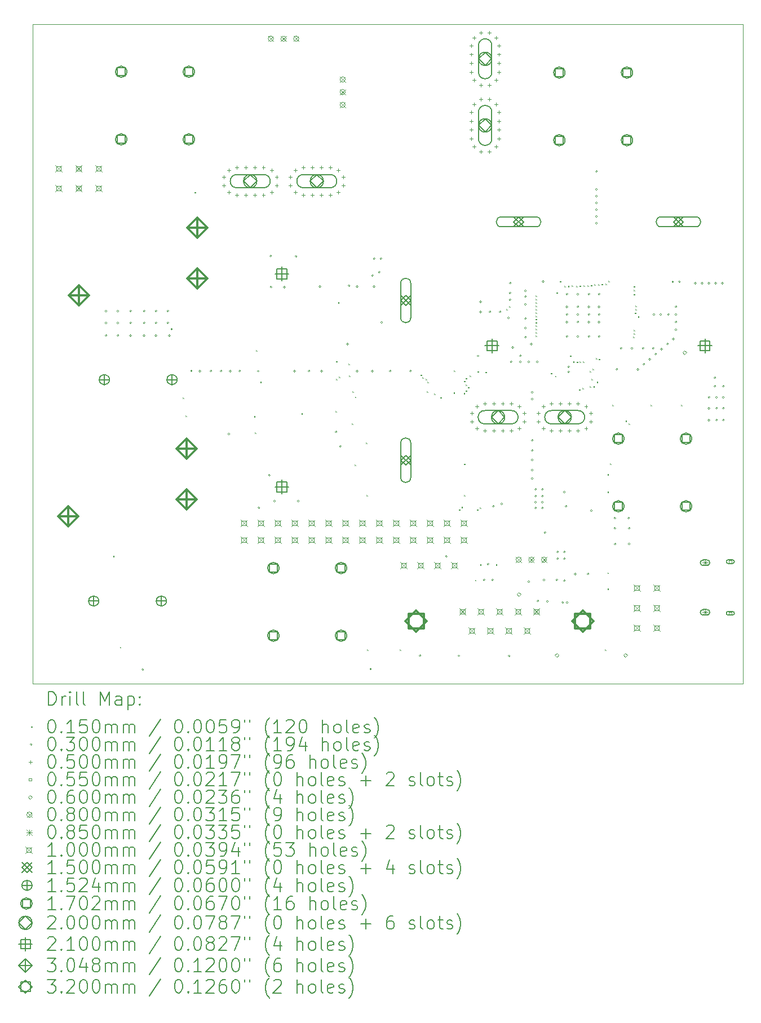
<source format=gbr>
%TF.GenerationSoftware,KiCad,Pcbnew,7.0.2*%
%TF.CreationDate,2023-11-05T14:57:36-07:00*%
%TF.ProjectId,Relay_Board_Lucy_V1,52656c61-795f-4426-9f61-72645f4c7563,V1.0*%
%TF.SameCoordinates,Original*%
%TF.FileFunction,Drillmap*%
%TF.FilePolarity,Positive*%
%FSLAX45Y45*%
G04 Gerber Fmt 4.5, Leading zero omitted, Abs format (unit mm)*
G04 Created by KiCad (PCBNEW 7.0.2) date 2023-11-05 14:57:36*
%MOMM*%
%LPD*%
G01*
G04 APERTURE LIST*
%ADD10C,0.100000*%
%ADD11C,0.200000*%
%ADD12C,0.015000*%
%ADD13C,0.030000*%
%ADD14C,0.050000*%
%ADD15C,0.055000*%
%ADD16C,0.060000*%
%ADD17C,0.080000*%
%ADD18C,0.085000*%
%ADD19C,0.150000*%
%ADD20C,0.152400*%
%ADD21C,0.170180*%
%ADD22C,0.210000*%
%ADD23C,0.304800*%
%ADD24C,0.320000*%
G04 APERTURE END LIST*
D10*
X19431000Y-15240000D02*
X8763000Y-15240000D01*
X8763000Y-5334000D02*
X8763000Y-15240000D01*
X8763000Y-5334000D02*
X19431000Y-5334000D01*
X19431000Y-5334000D02*
X19431000Y-15240000D01*
D11*
D12*
X9974700Y-13314800D02*
X9989700Y-13329800D01*
X9989700Y-13314800D02*
X9974700Y-13329800D01*
X10076300Y-14683860D02*
X10091300Y-14698860D01*
X10091300Y-14683860D02*
X10076300Y-14698860D01*
X11021180Y-10939900D02*
X11036180Y-10954900D01*
X11036180Y-10939900D02*
X11021180Y-10954900D01*
X11064360Y-11209140D02*
X11079360Y-11224140D01*
X11079360Y-11209140D02*
X11064360Y-11224140D01*
X11196440Y-7851260D02*
X11211440Y-7866260D01*
X11211440Y-7851260D02*
X11196440Y-7866260D01*
X12090520Y-11219300D02*
X12105520Y-11234300D01*
X12105520Y-11219300D02*
X12090520Y-11234300D01*
X12102000Y-11460600D02*
X12117000Y-11475600D01*
X12117000Y-11460600D02*
X12102000Y-11475600D01*
X12123540Y-10223620D02*
X12138540Y-10238620D01*
X12138540Y-10223620D02*
X12123540Y-10238620D01*
X12184500Y-10701140D02*
X12199500Y-10716140D01*
X12199500Y-10701140D02*
X12184500Y-10716140D01*
X12801720Y-11176120D02*
X12816720Y-11191120D01*
X12816720Y-11176120D02*
X12801720Y-11191120D01*
X13314800Y-11143100D02*
X13329800Y-11158100D01*
X13329800Y-11143100D02*
X13314800Y-11158100D01*
X13324960Y-10391260D02*
X13339960Y-10406260D01*
X13339960Y-10391260D02*
X13324960Y-10406260D01*
X13324960Y-10657960D02*
X13339960Y-10672960D01*
X13339960Y-10657960D02*
X13324960Y-10672960D01*
X13352900Y-9504800D02*
X13367900Y-9519800D01*
X13367900Y-9504800D02*
X13352900Y-9519800D01*
X13365600Y-10622400D02*
X13380600Y-10637400D01*
X13380600Y-10622400D02*
X13365600Y-10637400D01*
X13507840Y-10426820D02*
X13522840Y-10441820D01*
X13522840Y-10426820D02*
X13507840Y-10441820D01*
X13518000Y-10607160D02*
X13533000Y-10622160D01*
X13533000Y-10607160D02*
X13518000Y-10622160D01*
X13561180Y-11325980D02*
X13576180Y-11340980D01*
X13576180Y-11325980D02*
X13561180Y-11340980D01*
X13566260Y-10845920D02*
X13581260Y-10860920D01*
X13581260Y-10845920D02*
X13566260Y-10860920D01*
X13604360Y-11943200D02*
X13619360Y-11958200D01*
X13619360Y-11943200D02*
X13604360Y-11958200D01*
X13606900Y-10924660D02*
X13621900Y-10939660D01*
X13621900Y-10924660D02*
X13606900Y-10939660D01*
X13774540Y-11613000D02*
X13789540Y-11628000D01*
X13789540Y-11613000D02*
X13774540Y-11628000D01*
X13777080Y-12402940D02*
X13792080Y-12417940D01*
X13792080Y-12402940D02*
X13777080Y-12417940D01*
X13787240Y-14724500D02*
X13802240Y-14739500D01*
X13802240Y-14724500D02*
X13787240Y-14739500D01*
X14282540Y-14724500D02*
X14297540Y-14739500D01*
X14297540Y-14724500D02*
X14282540Y-14739500D01*
X14592420Y-10594460D02*
X14607420Y-10609460D01*
X14607420Y-10594460D02*
X14592420Y-10609460D01*
X14620360Y-10635100D02*
X14635360Y-10650100D01*
X14635360Y-10635100D02*
X14620360Y-10650100D01*
X14666080Y-10660500D02*
X14681080Y-10675500D01*
X14681080Y-10660500D02*
X14666080Y-10675500D01*
X14683860Y-10845920D02*
X14698860Y-10860920D01*
X14698860Y-10845920D02*
X14683860Y-10860920D01*
X14696560Y-10701140D02*
X14711560Y-10716140D01*
X14711560Y-10701140D02*
X14696560Y-10716140D01*
X14798160Y-10878940D02*
X14813160Y-10893940D01*
X14813160Y-10878940D02*
X14798160Y-10893940D01*
X14892140Y-10932280D02*
X14907140Y-10947280D01*
X14907140Y-10932280D02*
X14892140Y-10947280D01*
X15087720Y-10861160D02*
X15102720Y-10876160D01*
X15102720Y-10861160D02*
X15087720Y-10876160D01*
X15090260Y-10528420D02*
X15105260Y-10543420D01*
X15105260Y-10528420D02*
X15090260Y-10543420D01*
X15166460Y-12618840D02*
X15181460Y-12633840D01*
X15181460Y-12618840D02*
X15166460Y-12633840D01*
X15207100Y-12578200D02*
X15222100Y-12593200D01*
X15222100Y-12578200D02*
X15207100Y-12593200D01*
X15240120Y-10871320D02*
X15255120Y-10886320D01*
X15255120Y-10871320D02*
X15240120Y-10886320D01*
X15242660Y-10688440D02*
X15257660Y-10703440D01*
X15257660Y-10688440D02*
X15242660Y-10703440D01*
X15242660Y-11933040D02*
X15257660Y-11948040D01*
X15257660Y-11933040D02*
X15242660Y-11948040D01*
X15242660Y-12400400D02*
X15257660Y-12415400D01*
X15257660Y-12400400D02*
X15242660Y-12415400D01*
X15268060Y-10830680D02*
X15283060Y-10845680D01*
X15283060Y-10830680D02*
X15268060Y-10845680D01*
X15270600Y-10741780D02*
X15285600Y-10756780D01*
X15285600Y-10741780D02*
X15270600Y-10756780D01*
X15273140Y-10645260D02*
X15288140Y-10660260D01*
X15288140Y-10645260D02*
X15273140Y-10660260D01*
X15306160Y-10779880D02*
X15321160Y-10794880D01*
X15321160Y-10779880D02*
X15306160Y-10794880D01*
X15329020Y-10607160D02*
X15344020Y-10622160D01*
X15344020Y-10607160D02*
X15329020Y-10622160D01*
X15410300Y-13675480D02*
X15425300Y-13690480D01*
X15425300Y-13675480D02*
X15410300Y-13690480D01*
X15438240Y-12618840D02*
X15453240Y-12633840D01*
X15453240Y-12618840D02*
X15438240Y-12633840D01*
X15448400Y-10543660D02*
X15463400Y-10558660D01*
X15463400Y-10543660D02*
X15448400Y-10558660D01*
X15483960Y-12590900D02*
X15498960Y-12605900D01*
X15498960Y-12590900D02*
X15483960Y-12605900D01*
X15486500Y-13444340D02*
X15501500Y-13459340D01*
X15501500Y-13444340D02*
X15486500Y-13459340D01*
X15567780Y-10551280D02*
X15582780Y-10566280D01*
X15582780Y-10551280D02*
X15567780Y-10566280D01*
X15722720Y-13441800D02*
X15737720Y-13456800D01*
X15737720Y-13441800D02*
X15722720Y-13456800D01*
X15880200Y-9606400D02*
X15895200Y-9621400D01*
X15895200Y-9606400D02*
X15880200Y-9621400D01*
X15920840Y-9565760D02*
X15935840Y-9580760D01*
X15935840Y-9565760D02*
X15920840Y-9580760D01*
X16319620Y-9406800D02*
X16334620Y-9421800D01*
X16334620Y-9406800D02*
X16319620Y-9421800D01*
X16319620Y-9456800D02*
X16334620Y-9471800D01*
X16334620Y-9456800D02*
X16319620Y-9471800D01*
X16319620Y-9506800D02*
X16334620Y-9521800D01*
X16334620Y-9506800D02*
X16319620Y-9521800D01*
X16319620Y-9556800D02*
X16334620Y-9571800D01*
X16334620Y-9556800D02*
X16319620Y-9571800D01*
X16319620Y-9606800D02*
X16334620Y-9621800D01*
X16334620Y-9606800D02*
X16319620Y-9621800D01*
X16319620Y-9656800D02*
X16334620Y-9671800D01*
X16334620Y-9656800D02*
X16319620Y-9671800D01*
X16319620Y-9706800D02*
X16334620Y-9721800D01*
X16334620Y-9706800D02*
X16319620Y-9721800D01*
X16319620Y-9756800D02*
X16334620Y-9771800D01*
X16334620Y-9756800D02*
X16319620Y-9771800D01*
X16319620Y-9806800D02*
X16334620Y-9821800D01*
X16334620Y-9806800D02*
X16319620Y-9821800D01*
X16319620Y-9856800D02*
X16334620Y-9871800D01*
X16334620Y-9856800D02*
X16319620Y-9871800D01*
X16319620Y-9906800D02*
X16334620Y-9921800D01*
X16334620Y-9906800D02*
X16319620Y-9921800D01*
X16319620Y-9956800D02*
X16334620Y-9971800D01*
X16334620Y-9956800D02*
X16319620Y-9971800D01*
X16322160Y-10006800D02*
X16337160Y-10021800D01*
X16337160Y-10006800D02*
X16322160Y-10021800D01*
X16548220Y-10569060D02*
X16563220Y-10584060D01*
X16563220Y-10569060D02*
X16548220Y-10584060D01*
X16611720Y-10612240D02*
X16626720Y-10627240D01*
X16626720Y-10612240D02*
X16611720Y-10627240D01*
X16632040Y-9357480D02*
X16647040Y-9372480D01*
X16647040Y-9357480D02*
X16632040Y-9372480D01*
X16686300Y-9189840D02*
X16701300Y-9204840D01*
X16701300Y-9189840D02*
X16686300Y-9204840D01*
X16751420Y-9260960D02*
X16766420Y-9275960D01*
X16766420Y-9260960D02*
X16751420Y-9275960D01*
X16807300Y-9258420D02*
X16822300Y-9273420D01*
X16822300Y-9258420D02*
X16807300Y-9273420D01*
X16835240Y-10307440D02*
X16850240Y-10322440D01*
X16850240Y-10307440D02*
X16835240Y-10322440D01*
X16860640Y-9253340D02*
X16875640Y-9268340D01*
X16875640Y-9253340D02*
X16860640Y-9268340D01*
X16883500Y-10396340D02*
X16898500Y-10411340D01*
X16898500Y-10396340D02*
X16883500Y-10411340D01*
X16926680Y-9258420D02*
X16941680Y-9273420D01*
X16941680Y-9258420D02*
X16926680Y-9273420D01*
X16936300Y-10399420D02*
X16951300Y-10414420D01*
X16951300Y-10399420D02*
X16936300Y-10414420D01*
X16969860Y-10815440D02*
X16984860Y-10830440D01*
X16984860Y-10815440D02*
X16969860Y-10830440D01*
X16982560Y-9255880D02*
X16997560Y-9270880D01*
X16997560Y-9255880D02*
X16982560Y-9270880D01*
X16982560Y-10396340D02*
X16997560Y-10411340D01*
X16997560Y-10396340D02*
X16982560Y-10411340D01*
X17023200Y-10795120D02*
X17038200Y-10810120D01*
X17038200Y-10795120D02*
X17023200Y-10810120D01*
X17028280Y-10393800D02*
X17043280Y-10408800D01*
X17043280Y-10393800D02*
X17028280Y-10408800D01*
X17038440Y-9253340D02*
X17053440Y-9268340D01*
X17053440Y-9253340D02*
X17038440Y-9268340D01*
X17099400Y-9253340D02*
X17114400Y-9268340D01*
X17114400Y-9253340D02*
X17099400Y-9268340D01*
X17129880Y-10538580D02*
X17144880Y-10553580D01*
X17144880Y-10538580D02*
X17129880Y-10553580D01*
X17129880Y-10769720D02*
X17144880Y-10784720D01*
X17144880Y-10769720D02*
X17129880Y-10784720D01*
X17152740Y-9248260D02*
X17167740Y-9263260D01*
X17167740Y-9248260D02*
X17152740Y-9263260D01*
X17160360Y-10660500D02*
X17175360Y-10675500D01*
X17175360Y-10660500D02*
X17160360Y-10675500D01*
X17173060Y-10505560D02*
X17188060Y-10520560D01*
X17188060Y-10505560D02*
X17173060Y-10520560D01*
X17188300Y-10769720D02*
X17203300Y-10784720D01*
X17203300Y-10769720D02*
X17188300Y-10784720D01*
X17198460Y-9235560D02*
X17213460Y-9250560D01*
X17213460Y-9235560D02*
X17198460Y-9250560D01*
X17226400Y-10343000D02*
X17241400Y-10358000D01*
X17241400Y-10343000D02*
X17226400Y-10358000D01*
X17239100Y-10701140D02*
X17254100Y-10716140D01*
X17254100Y-10701140D02*
X17239100Y-10716140D01*
X17256880Y-9233020D02*
X17271880Y-9248020D01*
X17271880Y-9233020D02*
X17256880Y-9248020D01*
X17269580Y-10358240D02*
X17284580Y-10373240D01*
X17284580Y-10358240D02*
X17269580Y-10373240D01*
X17312760Y-9230480D02*
X17327760Y-9245480D01*
X17327760Y-9230480D02*
X17312760Y-9245480D01*
X17363560Y-14724500D02*
X17378560Y-14739500D01*
X17378560Y-14724500D02*
X17363560Y-14739500D01*
X17368640Y-9227940D02*
X17383640Y-9242940D01*
X17383640Y-9227940D02*
X17368640Y-9242940D01*
X17399120Y-12087980D02*
X17414120Y-12102980D01*
X17414120Y-12087980D02*
X17399120Y-12102980D01*
X17399120Y-12352140D02*
X17414120Y-12367140D01*
X17414120Y-12352140D02*
X17399120Y-12367140D01*
X17399120Y-13566260D02*
X17414120Y-13581260D01*
X17414120Y-13566260D02*
X17399120Y-13581260D01*
X17399120Y-13807560D02*
X17414120Y-13822560D01*
X17414120Y-13807560D02*
X17399120Y-13822560D01*
X17414360Y-9184760D02*
X17429360Y-9199760D01*
X17429360Y-9184760D02*
X17414360Y-9199760D01*
X17434680Y-11927960D02*
X17449680Y-11942960D01*
X17449680Y-11927960D02*
X17434680Y-11942960D01*
X17470240Y-11046580D02*
X17485240Y-11061580D01*
X17485240Y-11046580D02*
X17470240Y-11061580D01*
X17670900Y-11282800D02*
X17685900Y-11297800D01*
X17685900Y-11282800D02*
X17670900Y-11297800D01*
X17714080Y-11325980D02*
X17729080Y-11340980D01*
X17729080Y-11325980D02*
X17714080Y-11340980D01*
X17785200Y-10022960D02*
X17800200Y-10037960D01*
X17800200Y-10022960D02*
X17785200Y-10037960D01*
X17790280Y-9266040D02*
X17805280Y-9281040D01*
X17805280Y-9266040D02*
X17790280Y-9281040D01*
X17792820Y-9321920D02*
X17807820Y-9336920D01*
X17807820Y-9321920D02*
X17792820Y-9336920D01*
X17795360Y-9382880D02*
X17810360Y-9397880D01*
X17810360Y-9382880D02*
X17795360Y-9397880D01*
X17795360Y-9918820D02*
X17810360Y-9933820D01*
X17810360Y-9918820D02*
X17795360Y-9933820D01*
X17795360Y-9972160D02*
X17810360Y-9987160D01*
X17810360Y-9972160D02*
X17795360Y-9987160D01*
X17813140Y-9662280D02*
X17828140Y-9677280D01*
X17828140Y-9662280D02*
X17813140Y-9677280D01*
X17815680Y-9608940D02*
X17830680Y-9623940D01*
X17830680Y-9608940D02*
X17815680Y-9623940D01*
X17818220Y-9555600D02*
X17833220Y-9570600D01*
X17833220Y-9555600D02*
X17818220Y-9570600D01*
X17856320Y-9720700D02*
X17871320Y-9735700D01*
X17871320Y-9720700D02*
X17856320Y-9735700D01*
X18049360Y-11046580D02*
X18064360Y-11061580D01*
X18064360Y-11046580D02*
X18049360Y-11061580D01*
X18506560Y-11046580D02*
X18521560Y-11061580D01*
X18521560Y-11046580D02*
X18506560Y-11061580D01*
D13*
X9882900Y-9639300D02*
G75*
G03*
X9882900Y-9639300I-15000J0D01*
G01*
X9882900Y-9817100D02*
G75*
G03*
X9882900Y-9817100I-15000J0D01*
G01*
X9882900Y-10007600D02*
G75*
G03*
X9882900Y-10007600I-15000J0D01*
G01*
X10060700Y-9639300D02*
G75*
G03*
X10060700Y-9639300I-15000J0D01*
G01*
X10060700Y-9817100D02*
G75*
G03*
X10060700Y-9817100I-15000J0D01*
G01*
X10060700Y-10007600D02*
G75*
G03*
X10060700Y-10007600I-15000J0D01*
G01*
X10251200Y-9639300D02*
G75*
G03*
X10251200Y-9639300I-15000J0D01*
G01*
X10251200Y-9817100D02*
G75*
G03*
X10251200Y-9817100I-15000J0D01*
G01*
X10251200Y-10007600D02*
G75*
G03*
X10251200Y-10007600I-15000J0D01*
G01*
X10434080Y-15024100D02*
G75*
G03*
X10434080Y-15024100I-15000J0D01*
G01*
X10454400Y-9639300D02*
G75*
G03*
X10454400Y-9639300I-15000J0D01*
G01*
X10454400Y-9817100D02*
G75*
G03*
X10454400Y-9817100I-15000J0D01*
G01*
X10454400Y-10007600D02*
G75*
G03*
X10454400Y-10007600I-15000J0D01*
G01*
X10632200Y-9639300D02*
G75*
G03*
X10632200Y-9639300I-15000J0D01*
G01*
X10632200Y-9817100D02*
G75*
G03*
X10632200Y-9817100I-15000J0D01*
G01*
X10632200Y-10007600D02*
G75*
G03*
X10632200Y-10007600I-15000J0D01*
G01*
X10810000Y-9639300D02*
G75*
G03*
X10810000Y-9639300I-15000J0D01*
G01*
X10810000Y-9817100D02*
G75*
G03*
X10810000Y-9817100I-15000J0D01*
G01*
X10835400Y-10007600D02*
G75*
G03*
X10835400Y-10007600I-15000J0D01*
G01*
X10868420Y-9911080D02*
G75*
G03*
X10868420Y-9911080I-15000J0D01*
G01*
X11165000Y-10540000D02*
G75*
G03*
X11165000Y-10540000I-15000J0D01*
G01*
X11292600Y-10541000D02*
G75*
G03*
X11292600Y-10541000I-15000J0D01*
G01*
X11457700Y-10541000D02*
G75*
G03*
X11457700Y-10541000I-15000J0D01*
G01*
X11610100Y-10541000D02*
G75*
G03*
X11610100Y-10541000I-15000J0D01*
G01*
X11726940Y-11485880D02*
G75*
G03*
X11726940Y-11485880I-15000J0D01*
G01*
X11749800Y-10541000D02*
G75*
G03*
X11749800Y-10541000I-15000J0D01*
G01*
X11889500Y-10541000D02*
G75*
G03*
X11889500Y-10541000I-15000J0D01*
G01*
X12168900Y-10543540D02*
G75*
G03*
X12168900Y-10543540I-15000J0D01*
G01*
X12179060Y-12593320D02*
G75*
G03*
X12179060Y-12593320I-15000J0D01*
G01*
X12336540Y-12108180D02*
G75*
G03*
X12336540Y-12108180I-15000J0D01*
G01*
X12356860Y-8813800D02*
G75*
G03*
X12356860Y-8813800I-15000J0D01*
G01*
X12361940Y-9278620D02*
G75*
G03*
X12361940Y-9278620I-15000J0D01*
G01*
X12415280Y-12494260D02*
G75*
G03*
X12415280Y-12494260I-15000J0D01*
G01*
X12560060Y-9281160D02*
G75*
G03*
X12560060Y-9281160I-15000J0D01*
G01*
X12715000Y-10541000D02*
G75*
G03*
X12715000Y-10541000I-15000J0D01*
G01*
X12737860Y-8818880D02*
G75*
G03*
X12737860Y-8818880I-15000J0D01*
G01*
X12768340Y-12494260D02*
G75*
G03*
X12768340Y-12494260I-15000J0D01*
G01*
X12930900Y-10541000D02*
G75*
G03*
X12930900Y-10541000I-15000J0D01*
G01*
X13096000Y-9271000D02*
G75*
G03*
X13096000Y-9271000I-15000J0D01*
G01*
X13121400Y-10541000D02*
G75*
G03*
X13121400Y-10541000I-15000J0D01*
G01*
X13337300Y-11455400D02*
G75*
G03*
X13337300Y-11455400I-15000J0D01*
G01*
X13403340Y-11671300D02*
G75*
G03*
X13403340Y-11671300I-15000J0D01*
G01*
X13510020Y-10137140D02*
G75*
G03*
X13510020Y-10137140I-15000J0D01*
G01*
X13532880Y-9258300D02*
G75*
G03*
X13532880Y-9258300I-15000J0D01*
G01*
X13654800Y-9271000D02*
G75*
G03*
X13654800Y-9271000I-15000J0D01*
G01*
X13654800Y-10541000D02*
G75*
G03*
X13654800Y-10541000I-15000J0D01*
G01*
X13858000Y-15016480D02*
G75*
G03*
X13858000Y-15016480I-15000J0D01*
G01*
X13883400Y-9105900D02*
G75*
G03*
X13883400Y-9105900I-15000J0D01*
G01*
X13883400Y-10541000D02*
G75*
G03*
X13883400Y-10541000I-15000J0D01*
G01*
X13908800Y-8851900D02*
G75*
G03*
X13908800Y-8851900I-15000J0D01*
G01*
X13908800Y-9271000D02*
G75*
G03*
X13908800Y-9271000I-15000J0D01*
G01*
X13985000Y-9055100D02*
G75*
G03*
X13985000Y-9055100I-15000J0D01*
G01*
X14010400Y-8851900D02*
G75*
G03*
X14010400Y-8851900I-15000J0D01*
G01*
X14023100Y-9809480D02*
G75*
G03*
X14023100Y-9809480I-15000J0D01*
G01*
X14150100Y-10541000D02*
G75*
G03*
X14150100Y-10541000I-15000J0D01*
G01*
X14454900Y-10541000D02*
G75*
G03*
X14454900Y-10541000I-15000J0D01*
G01*
X14602220Y-14815820D02*
G75*
G03*
X14602220Y-14815820I-15000J0D01*
G01*
X14993380Y-13324840D02*
G75*
G03*
X14993380Y-13324840I-15000J0D01*
G01*
X15183880Y-14818360D02*
G75*
G03*
X15183880Y-14818360I-15000J0D01*
G01*
X15470900Y-10314940D02*
G75*
G03*
X15470900Y-10314940I-15000J0D01*
G01*
X15509000Y-9499600D02*
G75*
G03*
X15509000Y-9499600I-15000J0D01*
G01*
X15509000Y-9652000D02*
G75*
G03*
X15509000Y-9652000I-15000J0D01*
G01*
X15559800Y-13677900D02*
G75*
G03*
X15559800Y-13677900I-15000J0D01*
G01*
X15620760Y-13439140D02*
G75*
G03*
X15620760Y-13439140I-15000J0D01*
G01*
X15648700Y-9652000D02*
G75*
G03*
X15648700Y-9652000I-15000J0D01*
G01*
X15686800Y-13677900D02*
G75*
G03*
X15686800Y-13677900I-15000J0D01*
G01*
X15699500Y-12573000D02*
G75*
G03*
X15699500Y-12573000I-15000J0D01*
G01*
X15801100Y-9652000D02*
G75*
G03*
X15801100Y-9652000I-15000J0D01*
G01*
X15826500Y-12534900D02*
G75*
G03*
X15826500Y-12534900I-15000J0D01*
G01*
X15928100Y-9740900D02*
G75*
G03*
X15928100Y-9740900I-15000J0D01*
G01*
X15938260Y-14820900D02*
G75*
G03*
X15938260Y-14820900I-15000J0D01*
G01*
X15950960Y-9367520D02*
G75*
G03*
X15950960Y-9367520I-15000J0D01*
G01*
X15950960Y-9469120D02*
G75*
G03*
X15950960Y-9469120I-15000J0D01*
G01*
X15953500Y-9220200D02*
G75*
G03*
X15953500Y-9220200I-15000J0D01*
G01*
X15966200Y-10401300D02*
G75*
G03*
X15966200Y-10401300I-15000J0D01*
G01*
X15991600Y-10185400D02*
G75*
G03*
X15991600Y-10185400I-15000J0D01*
G01*
X16105900Y-10312400D02*
G75*
G03*
X16105900Y-10312400I-15000J0D01*
G01*
X16105900Y-10401300D02*
G75*
G03*
X16105900Y-10401300I-15000J0D01*
G01*
X16182100Y-9334500D02*
G75*
G03*
X16182100Y-9334500I-15000J0D01*
G01*
X16182100Y-9423400D02*
G75*
G03*
X16182100Y-9423400I-15000J0D01*
G01*
X16182100Y-9537700D02*
G75*
G03*
X16182100Y-9537700I-15000J0D01*
G01*
X16182100Y-9753600D02*
G75*
G03*
X16182100Y-9753600I-15000J0D01*
G01*
X16182100Y-9893300D02*
G75*
G03*
X16182100Y-9893300I-15000J0D01*
G01*
X16182100Y-10033000D02*
G75*
G03*
X16182100Y-10033000I-15000J0D01*
G01*
X16232900Y-10401300D02*
G75*
G03*
X16232900Y-10401300I-15000J0D01*
G01*
X16232900Y-13703300D02*
G75*
G03*
X16232900Y-13703300I-15000J0D01*
G01*
X16271000Y-10134600D02*
G75*
G03*
X16271000Y-10134600I-15000J0D01*
G01*
X16283700Y-10858500D02*
G75*
G03*
X16283700Y-10858500I-15000J0D01*
G01*
X16283700Y-10960100D02*
G75*
G03*
X16283700Y-10960100I-15000J0D01*
G01*
X16283700Y-11582400D02*
G75*
G03*
X16283700Y-11582400I-15000J0D01*
G01*
X16283700Y-11734800D02*
G75*
G03*
X16283700Y-11734800I-15000J0D01*
G01*
X16283700Y-11874500D02*
G75*
G03*
X16283700Y-11874500I-15000J0D01*
G01*
X16283700Y-12026900D02*
G75*
G03*
X16283700Y-12026900I-15000J0D01*
G01*
X16283700Y-12153900D02*
G75*
G03*
X16283700Y-12153900I-15000J0D01*
G01*
X16334500Y-12319000D02*
G75*
G03*
X16334500Y-12319000I-15000J0D01*
G01*
X16334500Y-12420600D02*
G75*
G03*
X16334500Y-12420600I-15000J0D01*
G01*
X16334500Y-12509500D02*
G75*
G03*
X16334500Y-12509500I-15000J0D01*
G01*
X16334500Y-12598400D02*
G75*
G03*
X16334500Y-12598400I-15000J0D01*
G01*
X16359900Y-10401300D02*
G75*
G03*
X16359900Y-10401300I-15000J0D01*
G01*
X16370060Y-13995400D02*
G75*
G03*
X16370060Y-13995400I-15000J0D01*
G01*
X16436100Y-12319000D02*
G75*
G03*
X16436100Y-12319000I-15000J0D01*
G01*
X16436100Y-12420600D02*
G75*
G03*
X16436100Y-12420600I-15000J0D01*
G01*
X16436100Y-12509500D02*
G75*
G03*
X16436100Y-12509500I-15000J0D01*
G01*
X16436100Y-12598400D02*
G75*
G03*
X16436100Y-12598400I-15000J0D01*
G01*
X16448800Y-9194800D02*
G75*
G03*
X16448800Y-9194800I-15000J0D01*
G01*
X16461500Y-13677900D02*
G75*
G03*
X16461500Y-13677900I-15000J0D01*
G01*
X16474200Y-12966700D02*
G75*
G03*
X16474200Y-12966700I-15000J0D01*
G01*
X16511981Y-13999413D02*
G75*
G03*
X16511981Y-13999413I-15000J0D01*
G01*
X16652000Y-13677900D02*
G75*
G03*
X16652000Y-13677900I-15000J0D01*
G01*
X16664700Y-13258800D02*
G75*
G03*
X16664700Y-13258800I-15000J0D01*
G01*
X16664700Y-13360400D02*
G75*
G03*
X16664700Y-13360400I-15000J0D01*
G01*
X16740900Y-14015720D02*
G75*
G03*
X16740900Y-14015720I-15000J0D01*
G01*
X16766300Y-12357100D02*
G75*
G03*
X16766300Y-12357100I-15000J0D01*
G01*
X16766300Y-13258800D02*
G75*
G03*
X16766300Y-13258800I-15000J0D01*
G01*
X16766300Y-13360400D02*
G75*
G03*
X16766300Y-13360400I-15000J0D01*
G01*
X16766300Y-13690600D02*
G75*
G03*
X16766300Y-13690600I-15000J0D01*
G01*
X16791700Y-12573000D02*
G75*
G03*
X16791700Y-12573000I-15000J0D01*
G01*
X16804400Y-9385300D02*
G75*
G03*
X16804400Y-9385300I-15000J0D01*
G01*
X16804400Y-9575800D02*
G75*
G03*
X16804400Y-9575800I-15000J0D01*
G01*
X16804400Y-9690100D02*
G75*
G03*
X16804400Y-9690100I-15000J0D01*
G01*
X16804400Y-9804400D02*
G75*
G03*
X16804400Y-9804400I-15000J0D01*
G01*
X16804400Y-10020300D02*
G75*
G03*
X16804400Y-10020300I-15000J0D01*
G01*
X16806940Y-14018260D02*
G75*
G03*
X16806940Y-14018260I-15000J0D01*
G01*
X16829800Y-10477500D02*
G75*
G03*
X16829800Y-10477500I-15000J0D01*
G01*
X16829800Y-10553700D02*
G75*
G03*
X16829800Y-10553700I-15000J0D01*
G01*
X16931400Y-13589000D02*
G75*
G03*
X16931400Y-13589000I-15000J0D01*
G01*
X16969500Y-9385300D02*
G75*
G03*
X16969500Y-9385300I-15000J0D01*
G01*
X16969500Y-9575800D02*
G75*
G03*
X16969500Y-9575800I-15000J0D01*
G01*
X16969500Y-9690100D02*
G75*
G03*
X16969500Y-9690100I-15000J0D01*
G01*
X16969500Y-9804400D02*
G75*
G03*
X16969500Y-9804400I-15000J0D01*
G01*
X16969500Y-10020300D02*
G75*
G03*
X16969500Y-10020300I-15000J0D01*
G01*
X17121900Y-13589000D02*
G75*
G03*
X17121900Y-13589000I-15000J0D01*
G01*
X17134600Y-9385300D02*
G75*
G03*
X17134600Y-9385300I-15000J0D01*
G01*
X17134600Y-9575800D02*
G75*
G03*
X17134600Y-9575800I-15000J0D01*
G01*
X17134600Y-9690100D02*
G75*
G03*
X17134600Y-9690100I-15000J0D01*
G01*
X17134600Y-9804400D02*
G75*
G03*
X17134600Y-9804400I-15000J0D01*
G01*
X17134600Y-10020300D02*
G75*
G03*
X17134600Y-10020300I-15000J0D01*
G01*
X17172700Y-12636500D02*
G75*
G03*
X17172700Y-12636500I-15000J0D01*
G01*
X17248900Y-7543800D02*
G75*
G03*
X17248900Y-7543800I-15000J0D01*
G01*
X17248900Y-7810500D02*
G75*
G03*
X17248900Y-7810500I-15000J0D01*
G01*
X17248900Y-7912100D02*
G75*
G03*
X17248900Y-7912100I-15000J0D01*
G01*
X17248900Y-8013700D02*
G75*
G03*
X17248900Y-8013700I-15000J0D01*
G01*
X17248900Y-8115300D02*
G75*
G03*
X17248900Y-8115300I-15000J0D01*
G01*
X17248900Y-8216900D02*
G75*
G03*
X17248900Y-8216900I-15000J0D01*
G01*
X17248900Y-8318500D02*
G75*
G03*
X17248900Y-8318500I-15000J0D01*
G01*
X17287000Y-9385300D02*
G75*
G03*
X17287000Y-9385300I-15000J0D01*
G01*
X17287000Y-9575800D02*
G75*
G03*
X17287000Y-9575800I-15000J0D01*
G01*
X17287000Y-9690100D02*
G75*
G03*
X17287000Y-9690100I-15000J0D01*
G01*
X17287000Y-9804400D02*
G75*
G03*
X17287000Y-9804400I-15000J0D01*
G01*
X17287000Y-10020300D02*
G75*
G03*
X17287000Y-10020300I-15000J0D01*
G01*
X17525760Y-12750800D02*
G75*
G03*
X17525760Y-12750800I-15000J0D01*
G01*
X17525760Y-12903200D02*
G75*
G03*
X17525760Y-12903200I-15000J0D01*
G01*
X17530840Y-13139420D02*
G75*
G03*
X17530840Y-13139420I-15000J0D01*
G01*
X17553700Y-10515600D02*
G75*
G03*
X17553700Y-10515600I-15000J0D01*
G01*
X17617200Y-10198100D02*
G75*
G03*
X17617200Y-10198100I-15000J0D01*
G01*
X17731500Y-12750800D02*
G75*
G03*
X17731500Y-12750800I-15000J0D01*
G01*
X17739120Y-13136880D02*
G75*
G03*
X17739120Y-13136880I-15000J0D01*
G01*
X17741660Y-12903200D02*
G75*
G03*
X17741660Y-12903200I-15000J0D01*
G01*
X17782300Y-10198100D02*
G75*
G03*
X17782300Y-10198100I-15000J0D01*
G01*
X17871200Y-10515600D02*
G75*
G03*
X17871200Y-10515600I-15000J0D01*
G01*
X17947400Y-10198100D02*
G75*
G03*
X17947400Y-10198100I-15000J0D01*
G01*
X17960100Y-10439400D02*
G75*
G03*
X17960100Y-10439400I-15000J0D01*
G01*
X18049000Y-10363200D02*
G75*
G03*
X18049000Y-10363200I-15000J0D01*
G01*
X18099800Y-10198100D02*
G75*
G03*
X18099800Y-10198100I-15000J0D01*
G01*
X18112500Y-9690100D02*
G75*
G03*
X18112500Y-9690100I-15000J0D01*
G01*
X18137900Y-10287000D02*
G75*
G03*
X18137900Y-10287000I-15000J0D01*
G01*
X18214100Y-9690100D02*
G75*
G03*
X18214100Y-9690100I-15000J0D01*
G01*
X18226800Y-10210800D02*
G75*
G03*
X18226800Y-10210800I-15000J0D01*
G01*
X18315700Y-10134600D02*
G75*
G03*
X18315700Y-10134600I-15000J0D01*
G01*
X18330940Y-9690100D02*
G75*
G03*
X18330940Y-9690100I-15000J0D01*
G01*
X18395000Y-9200000D02*
G75*
G03*
X18395000Y-9200000I-15000J0D01*
G01*
X18404600Y-10058400D02*
G75*
G03*
X18404600Y-10058400I-15000J0D01*
G01*
X18442700Y-9575800D02*
G75*
G03*
X18442700Y-9575800I-15000J0D01*
G01*
X18442700Y-9690100D02*
G75*
G03*
X18442700Y-9690100I-15000J0D01*
G01*
X18442700Y-9804400D02*
G75*
G03*
X18442700Y-9804400I-15000J0D01*
G01*
X18442700Y-9918700D02*
G75*
G03*
X18442700Y-9918700I-15000J0D01*
G01*
X18495000Y-9200000D02*
G75*
G03*
X18495000Y-9200000I-15000J0D01*
G01*
X18734800Y-9220200D02*
G75*
G03*
X18734800Y-9220200I-15000J0D01*
G01*
X18836400Y-9220200D02*
G75*
G03*
X18836400Y-9220200I-15000J0D01*
G01*
X18938000Y-9220200D02*
G75*
G03*
X18938000Y-9220200I-15000J0D01*
G01*
X18938000Y-10934700D02*
G75*
G03*
X18938000Y-10934700I-15000J0D01*
G01*
X18938000Y-11099800D02*
G75*
G03*
X18938000Y-11099800I-15000J0D01*
G01*
X18938000Y-11277600D02*
G75*
G03*
X18938000Y-11277600I-15000J0D01*
G01*
X19026900Y-10642600D02*
G75*
G03*
X19026900Y-10642600I-15000J0D01*
G01*
X19026900Y-10769600D02*
G75*
G03*
X19026900Y-10769600I-15000J0D01*
G01*
X19039600Y-9220200D02*
G75*
G03*
X19039600Y-9220200I-15000J0D01*
G01*
X19052300Y-10934700D02*
G75*
G03*
X19052300Y-10934700I-15000J0D01*
G01*
X19052300Y-11099800D02*
G75*
G03*
X19052300Y-11099800I-15000J0D01*
G01*
X19052300Y-11277600D02*
G75*
G03*
X19052300Y-11277600I-15000J0D01*
G01*
X19141200Y-9220200D02*
G75*
G03*
X19141200Y-9220200I-15000J0D01*
G01*
X19153900Y-10769600D02*
G75*
G03*
X19153900Y-10769600I-15000J0D01*
G01*
X19153900Y-10934700D02*
G75*
G03*
X19153900Y-10934700I-15000J0D01*
G01*
X19153900Y-11099800D02*
G75*
G03*
X19153900Y-11099800I-15000J0D01*
G01*
X19153900Y-11277600D02*
G75*
G03*
X19153900Y-11277600I-15000J0D01*
G01*
D14*
X11638900Y-7600500D02*
X11638900Y-7650500D01*
X11613900Y-7625500D02*
X11663900Y-7625500D01*
X11638900Y-7726500D02*
X11638900Y-7776500D01*
X11613900Y-7751500D02*
X11663900Y-7751500D01*
X11713900Y-7497500D02*
X11713900Y-7547500D01*
X11688900Y-7522500D02*
X11738900Y-7522500D01*
X11713900Y-7829500D02*
X11713900Y-7879500D01*
X11688900Y-7854500D02*
X11738900Y-7854500D01*
X11833900Y-7458500D02*
X11833900Y-7508500D01*
X11808900Y-7483500D02*
X11858900Y-7483500D01*
X11833900Y-7868500D02*
X11833900Y-7918500D01*
X11808900Y-7893500D02*
X11858900Y-7893500D01*
X11966900Y-7458500D02*
X11966900Y-7508500D01*
X11941900Y-7483500D02*
X11991900Y-7483500D01*
X11966900Y-7868500D02*
X11966900Y-7918500D01*
X11941900Y-7893500D02*
X11991900Y-7893500D01*
X12100900Y-7458500D02*
X12100900Y-7508500D01*
X12075900Y-7483500D02*
X12125900Y-7483500D01*
X12100900Y-7868500D02*
X12100900Y-7918500D01*
X12075900Y-7893500D02*
X12125900Y-7893500D01*
X12233900Y-7458500D02*
X12233900Y-7508500D01*
X12208900Y-7483500D02*
X12258900Y-7483500D01*
X12233900Y-7868500D02*
X12233900Y-7918500D01*
X12208900Y-7893500D02*
X12258900Y-7893500D01*
X12353900Y-7497500D02*
X12353900Y-7547500D01*
X12328900Y-7522500D02*
X12378900Y-7522500D01*
X12353900Y-7829500D02*
X12353900Y-7879500D01*
X12328900Y-7854500D02*
X12378900Y-7854500D01*
X12428900Y-7600500D02*
X12428900Y-7650500D01*
X12403900Y-7625500D02*
X12453900Y-7625500D01*
X12428900Y-7726500D02*
X12428900Y-7776500D01*
X12403900Y-7751500D02*
X12453900Y-7751500D01*
X12638900Y-7600500D02*
X12638900Y-7650500D01*
X12613900Y-7625500D02*
X12663900Y-7625500D01*
X12638900Y-7726500D02*
X12638900Y-7776500D01*
X12613900Y-7751500D02*
X12663900Y-7751500D01*
X12713900Y-7497500D02*
X12713900Y-7547500D01*
X12688900Y-7522500D02*
X12738900Y-7522500D01*
X12713900Y-7829500D02*
X12713900Y-7879500D01*
X12688900Y-7854500D02*
X12738900Y-7854500D01*
X12833900Y-7458500D02*
X12833900Y-7508500D01*
X12808900Y-7483500D02*
X12858900Y-7483500D01*
X12833900Y-7868500D02*
X12833900Y-7918500D01*
X12808900Y-7893500D02*
X12858900Y-7893500D01*
X12966900Y-7458500D02*
X12966900Y-7508500D01*
X12941900Y-7483500D02*
X12991900Y-7483500D01*
X12966900Y-7868500D02*
X12966900Y-7918500D01*
X12941900Y-7893500D02*
X12991900Y-7893500D01*
X13100900Y-7458500D02*
X13100900Y-7508500D01*
X13075900Y-7483500D02*
X13125900Y-7483500D01*
X13100900Y-7868500D02*
X13100900Y-7918500D01*
X13075900Y-7893500D02*
X13125900Y-7893500D01*
X13233900Y-7458500D02*
X13233900Y-7508500D01*
X13208900Y-7483500D02*
X13258900Y-7483500D01*
X13233900Y-7868500D02*
X13233900Y-7918500D01*
X13208900Y-7893500D02*
X13258900Y-7893500D01*
X13353900Y-7497500D02*
X13353900Y-7547500D01*
X13328900Y-7522500D02*
X13378900Y-7522500D01*
X13353900Y-7829500D02*
X13353900Y-7879500D01*
X13328900Y-7854500D02*
X13378900Y-7854500D01*
X13428900Y-7600500D02*
X13428900Y-7650500D01*
X13403900Y-7625500D02*
X13453900Y-7625500D01*
X13428900Y-7726500D02*
X13428900Y-7776500D01*
X13403900Y-7751500D02*
X13453900Y-7751500D01*
X15357500Y-5626000D02*
X15357500Y-5676000D01*
X15332500Y-5651000D02*
X15382500Y-5651000D01*
X15357500Y-5759000D02*
X15357500Y-5809000D01*
X15332500Y-5784000D02*
X15382500Y-5784000D01*
X15357500Y-5893000D02*
X15357500Y-5943000D01*
X15332500Y-5918000D02*
X15382500Y-5918000D01*
X15357500Y-6026000D02*
X15357500Y-6076000D01*
X15332500Y-6051000D02*
X15382500Y-6051000D01*
X15357500Y-6626000D02*
X15357500Y-6676000D01*
X15332500Y-6651000D02*
X15382500Y-6651000D01*
X15357500Y-6759000D02*
X15357500Y-6809000D01*
X15332500Y-6784000D02*
X15382500Y-6784000D01*
X15357500Y-6893000D02*
X15357500Y-6943000D01*
X15332500Y-6918000D02*
X15382500Y-6918000D01*
X15357500Y-7026000D02*
X15357500Y-7076000D01*
X15332500Y-7051000D02*
X15382500Y-7051000D01*
X15362000Y-11146500D02*
X15362000Y-11196500D01*
X15337000Y-11171500D02*
X15387000Y-11171500D01*
X15362000Y-11272500D02*
X15362000Y-11322500D01*
X15337000Y-11297500D02*
X15387000Y-11297500D01*
X15396500Y-5506000D02*
X15396500Y-5556000D01*
X15371500Y-5531000D02*
X15421500Y-5531000D01*
X15396500Y-6146000D02*
X15396500Y-6196000D01*
X15371500Y-6171000D02*
X15421500Y-6171000D01*
X15396500Y-6506000D02*
X15396500Y-6556000D01*
X15371500Y-6531000D02*
X15421500Y-6531000D01*
X15396500Y-7146000D02*
X15396500Y-7196000D01*
X15371500Y-7171000D02*
X15421500Y-7171000D01*
X15437000Y-11043500D02*
X15437000Y-11093500D01*
X15412000Y-11068500D02*
X15462000Y-11068500D01*
X15437000Y-11375500D02*
X15437000Y-11425500D01*
X15412000Y-11400500D02*
X15462000Y-11400500D01*
X15499500Y-5431000D02*
X15499500Y-5481000D01*
X15474500Y-5456000D02*
X15524500Y-5456000D01*
X15499500Y-6221000D02*
X15499500Y-6271000D01*
X15474500Y-6246000D02*
X15524500Y-6246000D01*
X15499500Y-6431000D02*
X15499500Y-6481000D01*
X15474500Y-6456000D02*
X15524500Y-6456000D01*
X15499500Y-7221000D02*
X15499500Y-7271000D01*
X15474500Y-7246000D02*
X15524500Y-7246000D01*
X15557000Y-11004500D02*
X15557000Y-11054500D01*
X15532000Y-11029500D02*
X15582000Y-11029500D01*
X15557000Y-11414500D02*
X15557000Y-11464500D01*
X15532000Y-11439500D02*
X15582000Y-11439500D01*
X15625500Y-5431000D02*
X15625500Y-5481000D01*
X15600500Y-5456000D02*
X15650500Y-5456000D01*
X15625500Y-6221000D02*
X15625500Y-6271000D01*
X15600500Y-6246000D02*
X15650500Y-6246000D01*
X15625500Y-6431000D02*
X15625500Y-6481000D01*
X15600500Y-6456000D02*
X15650500Y-6456000D01*
X15625500Y-7221000D02*
X15625500Y-7271000D01*
X15600500Y-7246000D02*
X15650500Y-7246000D01*
X15690000Y-11004500D02*
X15690000Y-11054500D01*
X15665000Y-11029500D02*
X15715000Y-11029500D01*
X15690000Y-11414500D02*
X15690000Y-11464500D01*
X15665000Y-11439500D02*
X15715000Y-11439500D01*
X15728500Y-5506000D02*
X15728500Y-5556000D01*
X15703500Y-5531000D02*
X15753500Y-5531000D01*
X15728500Y-6146000D02*
X15728500Y-6196000D01*
X15703500Y-6171000D02*
X15753500Y-6171000D01*
X15728500Y-6506000D02*
X15728500Y-6556000D01*
X15703500Y-6531000D02*
X15753500Y-6531000D01*
X15728500Y-7146000D02*
X15728500Y-7196000D01*
X15703500Y-7171000D02*
X15753500Y-7171000D01*
X15767500Y-5626000D02*
X15767500Y-5676000D01*
X15742500Y-5651000D02*
X15792500Y-5651000D01*
X15767500Y-5759000D02*
X15767500Y-5809000D01*
X15742500Y-5784000D02*
X15792500Y-5784000D01*
X15767500Y-5893000D02*
X15767500Y-5943000D01*
X15742500Y-5918000D02*
X15792500Y-5918000D01*
X15767500Y-6026000D02*
X15767500Y-6076000D01*
X15742500Y-6051000D02*
X15792500Y-6051000D01*
X15767500Y-6626000D02*
X15767500Y-6676000D01*
X15742500Y-6651000D02*
X15792500Y-6651000D01*
X15767500Y-6759000D02*
X15767500Y-6809000D01*
X15742500Y-6784000D02*
X15792500Y-6784000D01*
X15767500Y-6893000D02*
X15767500Y-6943000D01*
X15742500Y-6918000D02*
X15792500Y-6918000D01*
X15767500Y-7026000D02*
X15767500Y-7076000D01*
X15742500Y-7051000D02*
X15792500Y-7051000D01*
X15824000Y-11004500D02*
X15824000Y-11054500D01*
X15799000Y-11029500D02*
X15849000Y-11029500D01*
X15824000Y-11414500D02*
X15824000Y-11464500D01*
X15799000Y-11439500D02*
X15849000Y-11439500D01*
X15957000Y-11004500D02*
X15957000Y-11054500D01*
X15932000Y-11029500D02*
X15982000Y-11029500D01*
X15957000Y-11414500D02*
X15957000Y-11464500D01*
X15932000Y-11439500D02*
X15982000Y-11439500D01*
X16077000Y-11043500D02*
X16077000Y-11093500D01*
X16052000Y-11068500D02*
X16102000Y-11068500D01*
X16077000Y-11375500D02*
X16077000Y-11425500D01*
X16052000Y-11400500D02*
X16102000Y-11400500D01*
X16152000Y-11146500D02*
X16152000Y-11196500D01*
X16127000Y-11171500D02*
X16177000Y-11171500D01*
X16152000Y-11272500D02*
X16152000Y-11322500D01*
X16127000Y-11297500D02*
X16177000Y-11297500D01*
X16362000Y-11146500D02*
X16362000Y-11196500D01*
X16337000Y-11171500D02*
X16387000Y-11171500D01*
X16362000Y-11272500D02*
X16362000Y-11322500D01*
X16337000Y-11297500D02*
X16387000Y-11297500D01*
X16437000Y-11043500D02*
X16437000Y-11093500D01*
X16412000Y-11068500D02*
X16462000Y-11068500D01*
X16437000Y-11375500D02*
X16437000Y-11425500D01*
X16412000Y-11400500D02*
X16462000Y-11400500D01*
X16557000Y-11004500D02*
X16557000Y-11054500D01*
X16532000Y-11029500D02*
X16582000Y-11029500D01*
X16557000Y-11414500D02*
X16557000Y-11464500D01*
X16532000Y-11439500D02*
X16582000Y-11439500D01*
X16690000Y-11004500D02*
X16690000Y-11054500D01*
X16665000Y-11029500D02*
X16715000Y-11029500D01*
X16690000Y-11414500D02*
X16690000Y-11464500D01*
X16665000Y-11439500D02*
X16715000Y-11439500D01*
X16824000Y-11004500D02*
X16824000Y-11054500D01*
X16799000Y-11029500D02*
X16849000Y-11029500D01*
X16824000Y-11414500D02*
X16824000Y-11464500D01*
X16799000Y-11439500D02*
X16849000Y-11439500D01*
X16957000Y-11004500D02*
X16957000Y-11054500D01*
X16932000Y-11029500D02*
X16982000Y-11029500D01*
X16957000Y-11414500D02*
X16957000Y-11464500D01*
X16932000Y-11439500D02*
X16982000Y-11439500D01*
X17077000Y-11043500D02*
X17077000Y-11093500D01*
X17052000Y-11068500D02*
X17102000Y-11068500D01*
X17077000Y-11375500D02*
X17077000Y-11425500D01*
X17052000Y-11400500D02*
X17102000Y-11400500D01*
X17152000Y-11146500D02*
X17152000Y-11196500D01*
X17127000Y-11171500D02*
X17177000Y-11171500D01*
X17152000Y-11272500D02*
X17152000Y-11322500D01*
X17127000Y-11297500D02*
X17177000Y-11297500D01*
D15*
X19264446Y-13424146D02*
X19264446Y-13385254D01*
X19225554Y-13385254D01*
X19225554Y-13424146D01*
X19264446Y-13424146D01*
D11*
X19212500Y-13432200D02*
X19277500Y-13432200D01*
X19277500Y-13432200D02*
G75*
G03*
X19277500Y-13377200I0J27500D01*
G01*
X19277500Y-13377200D02*
X19212500Y-13377200D01*
X19212500Y-13377200D02*
G75*
G03*
X19212500Y-13432200I0J-27500D01*
G01*
D15*
X19264446Y-14199146D02*
X19264446Y-14160254D01*
X19225554Y-14160254D01*
X19225554Y-14199146D01*
X19264446Y-14199146D01*
D11*
X19212500Y-14207200D02*
X19277500Y-14207200D01*
X19277500Y-14207200D02*
G75*
G03*
X19277500Y-14152200I0J27500D01*
G01*
X19277500Y-14152200D02*
X19212500Y-14152200D01*
X19212500Y-14152200D02*
G75*
G03*
X19212500Y-14207200I0J-27500D01*
G01*
D16*
X16065500Y-13923800D02*
X16095500Y-13893800D01*
X16065500Y-13863800D01*
X16035500Y-13893800D01*
X16065500Y-13923800D01*
X16637000Y-14838200D02*
X16667000Y-14808200D01*
X16637000Y-14778200D01*
X16607000Y-14808200D01*
X16637000Y-14838200D01*
X17665700Y-14838200D02*
X17695700Y-14808200D01*
X17665700Y-14778200D01*
X17635700Y-14808200D01*
X17665700Y-14838200D01*
X18554700Y-10291600D02*
X18584700Y-10261600D01*
X18554700Y-10231600D01*
X18524700Y-10261600D01*
X18554700Y-10291600D01*
D17*
X12302900Y-5508500D02*
X12382900Y-5588500D01*
X12382900Y-5508500D02*
X12302900Y-5588500D01*
X12382900Y-5548500D02*
G75*
G03*
X12382900Y-5548500I-40000J0D01*
G01*
X12493900Y-5508500D02*
X12573900Y-5588500D01*
X12573900Y-5508500D02*
X12493900Y-5588500D01*
X12573900Y-5548500D02*
G75*
G03*
X12573900Y-5548500I-40000J0D01*
G01*
X12684900Y-5508500D02*
X12764900Y-5588500D01*
X12764900Y-5508500D02*
X12684900Y-5588500D01*
X12764900Y-5548500D02*
G75*
G03*
X12764900Y-5548500I-40000J0D01*
G01*
X13382500Y-6120000D02*
X13462500Y-6200000D01*
X13462500Y-6120000D02*
X13382500Y-6200000D01*
X13462500Y-6160000D02*
G75*
G03*
X13462500Y-6160000I-40000J0D01*
G01*
X13382500Y-6311000D02*
X13462500Y-6391000D01*
X13462500Y-6311000D02*
X13382500Y-6391000D01*
X13462500Y-6351000D02*
G75*
G03*
X13462500Y-6351000I-40000J0D01*
G01*
X13382500Y-6502000D02*
X13462500Y-6582000D01*
X13462500Y-6502000D02*
X13382500Y-6582000D01*
X13462500Y-6542000D02*
G75*
G03*
X13462500Y-6542000I-40000J0D01*
G01*
X16026000Y-13334500D02*
X16106000Y-13414500D01*
X16106000Y-13334500D02*
X16026000Y-13414500D01*
X16106000Y-13374500D02*
G75*
G03*
X16106000Y-13374500I-40000J0D01*
G01*
X16217000Y-13334500D02*
X16297000Y-13414500D01*
X16297000Y-13334500D02*
X16217000Y-13414500D01*
X16297000Y-13374500D02*
G75*
G03*
X16297000Y-13374500I-40000J0D01*
G01*
X16408000Y-13334500D02*
X16488000Y-13414500D01*
X16488000Y-13334500D02*
X16408000Y-13414500D01*
X16488000Y-13374500D02*
G75*
G03*
X16488000Y-13374500I-40000J0D01*
G01*
D18*
X18822500Y-13377200D02*
X18907500Y-13462200D01*
X18907500Y-13377200D02*
X18822500Y-13462200D01*
X18865000Y-13377200D02*
X18865000Y-13462200D01*
X18822500Y-13419700D02*
X18907500Y-13419700D01*
D11*
X18837500Y-13462200D02*
X18892500Y-13462200D01*
X18892500Y-13462200D02*
G75*
G03*
X18892500Y-13377200I0J42500D01*
G01*
X18892500Y-13377200D02*
X18837500Y-13377200D01*
X18837500Y-13377200D02*
G75*
G03*
X18837500Y-13462200I0J-42500D01*
G01*
D18*
X18822500Y-14122200D02*
X18907500Y-14207200D01*
X18907500Y-14122200D02*
X18822500Y-14207200D01*
X18865000Y-14122200D02*
X18865000Y-14207200D01*
X18822500Y-14164700D02*
X18907500Y-14164700D01*
D11*
X18837500Y-14207200D02*
X18892500Y-14207200D01*
X18892500Y-14207200D02*
G75*
G03*
X18892500Y-14122200I0J42500D01*
G01*
X18892500Y-14122200D02*
X18837500Y-14122200D01*
X18837500Y-14122200D02*
G75*
G03*
X18837500Y-14207200I0J-42500D01*
G01*
D10*
X9106700Y-7447800D02*
X9206700Y-7547800D01*
X9206700Y-7447800D02*
X9106700Y-7547800D01*
X9192056Y-7533156D02*
X9192056Y-7462444D01*
X9121344Y-7462444D01*
X9121344Y-7533156D01*
X9192056Y-7533156D01*
X9106700Y-7747800D02*
X9206700Y-7847800D01*
X9206700Y-7747800D02*
X9106700Y-7847800D01*
X9192056Y-7833156D02*
X9192056Y-7762444D01*
X9121344Y-7762444D01*
X9121344Y-7833156D01*
X9192056Y-7833156D01*
X9406700Y-7447800D02*
X9506700Y-7547800D01*
X9506700Y-7447800D02*
X9406700Y-7547800D01*
X9492056Y-7533156D02*
X9492056Y-7462444D01*
X9421344Y-7462444D01*
X9421344Y-7533156D01*
X9492056Y-7533156D01*
X9406700Y-7747800D02*
X9506700Y-7847800D01*
X9506700Y-7747800D02*
X9406700Y-7847800D01*
X9492056Y-7833156D02*
X9492056Y-7762444D01*
X9421344Y-7762444D01*
X9421344Y-7833156D01*
X9492056Y-7833156D01*
X9706700Y-7447800D02*
X9806700Y-7547800D01*
X9806700Y-7447800D02*
X9706700Y-7547800D01*
X9792056Y-7533156D02*
X9792056Y-7462444D01*
X9721344Y-7462444D01*
X9721344Y-7533156D01*
X9792056Y-7533156D01*
X9706700Y-7747800D02*
X9806700Y-7847800D01*
X9806700Y-7747800D02*
X9706700Y-7847800D01*
X9792056Y-7833156D02*
X9792056Y-7762444D01*
X9721344Y-7762444D01*
X9721344Y-7833156D01*
X9792056Y-7833156D01*
X11889000Y-12777000D02*
X11989000Y-12877000D01*
X11989000Y-12777000D02*
X11889000Y-12877000D01*
X11974356Y-12862356D02*
X11974356Y-12791644D01*
X11903644Y-12791644D01*
X11903644Y-12862356D01*
X11974356Y-12862356D01*
X11889000Y-13031000D02*
X11989000Y-13131000D01*
X11989000Y-13031000D02*
X11889000Y-13131000D01*
X11974356Y-13116356D02*
X11974356Y-13045644D01*
X11903644Y-13045644D01*
X11903644Y-13116356D01*
X11974356Y-13116356D01*
X12143000Y-12777000D02*
X12243000Y-12877000D01*
X12243000Y-12777000D02*
X12143000Y-12877000D01*
X12228356Y-12862356D02*
X12228356Y-12791644D01*
X12157644Y-12791644D01*
X12157644Y-12862356D01*
X12228356Y-12862356D01*
X12143000Y-13031000D02*
X12243000Y-13131000D01*
X12243000Y-13031000D02*
X12143000Y-13131000D01*
X12228356Y-13116356D02*
X12228356Y-13045644D01*
X12157644Y-13045644D01*
X12157644Y-13116356D01*
X12228356Y-13116356D01*
X12397000Y-12777000D02*
X12497000Y-12877000D01*
X12497000Y-12777000D02*
X12397000Y-12877000D01*
X12482356Y-12862356D02*
X12482356Y-12791644D01*
X12411644Y-12791644D01*
X12411644Y-12862356D01*
X12482356Y-12862356D01*
X12397000Y-13031000D02*
X12497000Y-13131000D01*
X12497000Y-13031000D02*
X12397000Y-13131000D01*
X12482356Y-13116356D02*
X12482356Y-13045644D01*
X12411644Y-13045644D01*
X12411644Y-13116356D01*
X12482356Y-13116356D01*
X12651000Y-12777000D02*
X12751000Y-12877000D01*
X12751000Y-12777000D02*
X12651000Y-12877000D01*
X12736356Y-12862356D02*
X12736356Y-12791644D01*
X12665644Y-12791644D01*
X12665644Y-12862356D01*
X12736356Y-12862356D01*
X12651000Y-13031000D02*
X12751000Y-13131000D01*
X12751000Y-13031000D02*
X12651000Y-13131000D01*
X12736356Y-13116356D02*
X12736356Y-13045644D01*
X12665644Y-13045644D01*
X12665644Y-13116356D01*
X12736356Y-13116356D01*
X12905000Y-12777000D02*
X13005000Y-12877000D01*
X13005000Y-12777000D02*
X12905000Y-12877000D01*
X12990356Y-12862356D02*
X12990356Y-12791644D01*
X12919644Y-12791644D01*
X12919644Y-12862356D01*
X12990356Y-12862356D01*
X12905000Y-13031000D02*
X13005000Y-13131000D01*
X13005000Y-13031000D02*
X12905000Y-13131000D01*
X12990356Y-13116356D02*
X12990356Y-13045644D01*
X12919644Y-13045644D01*
X12919644Y-13116356D01*
X12990356Y-13116356D01*
X13159000Y-12777000D02*
X13259000Y-12877000D01*
X13259000Y-12777000D02*
X13159000Y-12877000D01*
X13244356Y-12862356D02*
X13244356Y-12791644D01*
X13173644Y-12791644D01*
X13173644Y-12862356D01*
X13244356Y-12862356D01*
X13159000Y-13031000D02*
X13259000Y-13131000D01*
X13259000Y-13031000D02*
X13159000Y-13131000D01*
X13244356Y-13116356D02*
X13244356Y-13045644D01*
X13173644Y-13045644D01*
X13173644Y-13116356D01*
X13244356Y-13116356D01*
X13413000Y-12777000D02*
X13513000Y-12877000D01*
X13513000Y-12777000D02*
X13413000Y-12877000D01*
X13498356Y-12862356D02*
X13498356Y-12791644D01*
X13427644Y-12791644D01*
X13427644Y-12862356D01*
X13498356Y-12862356D01*
X13413000Y-13031000D02*
X13513000Y-13131000D01*
X13513000Y-13031000D02*
X13413000Y-13131000D01*
X13498356Y-13116356D02*
X13498356Y-13045644D01*
X13427644Y-13045644D01*
X13427644Y-13116356D01*
X13498356Y-13116356D01*
X13667000Y-12777000D02*
X13767000Y-12877000D01*
X13767000Y-12777000D02*
X13667000Y-12877000D01*
X13752356Y-12862356D02*
X13752356Y-12791644D01*
X13681644Y-12791644D01*
X13681644Y-12862356D01*
X13752356Y-12862356D01*
X13667000Y-13031000D02*
X13767000Y-13131000D01*
X13767000Y-13031000D02*
X13667000Y-13131000D01*
X13752356Y-13116356D02*
X13752356Y-13045644D01*
X13681644Y-13045644D01*
X13681644Y-13116356D01*
X13752356Y-13116356D01*
X13921000Y-12777000D02*
X14021000Y-12877000D01*
X14021000Y-12777000D02*
X13921000Y-12877000D01*
X14006356Y-12862356D02*
X14006356Y-12791644D01*
X13935644Y-12791644D01*
X13935644Y-12862356D01*
X14006356Y-12862356D01*
X13921000Y-13031000D02*
X14021000Y-13131000D01*
X14021000Y-13031000D02*
X13921000Y-13131000D01*
X14006356Y-13116356D02*
X14006356Y-13045644D01*
X13935644Y-13045644D01*
X13935644Y-13116356D01*
X14006356Y-13116356D01*
X14175000Y-12777000D02*
X14275000Y-12877000D01*
X14275000Y-12777000D02*
X14175000Y-12877000D01*
X14260356Y-12862356D02*
X14260356Y-12791644D01*
X14189644Y-12791644D01*
X14189644Y-12862356D01*
X14260356Y-12862356D01*
X14175000Y-13031000D02*
X14275000Y-13131000D01*
X14275000Y-13031000D02*
X14175000Y-13131000D01*
X14260356Y-13116356D02*
X14260356Y-13045644D01*
X14189644Y-13045644D01*
X14189644Y-13116356D01*
X14260356Y-13116356D01*
X14288300Y-13412000D02*
X14388300Y-13512000D01*
X14388300Y-13412000D02*
X14288300Y-13512000D01*
X14373656Y-13497356D02*
X14373656Y-13426644D01*
X14302944Y-13426644D01*
X14302944Y-13497356D01*
X14373656Y-13497356D01*
X14429000Y-12777000D02*
X14529000Y-12877000D01*
X14529000Y-12777000D02*
X14429000Y-12877000D01*
X14514356Y-12862356D02*
X14514356Y-12791644D01*
X14443644Y-12791644D01*
X14443644Y-12862356D01*
X14514356Y-12862356D01*
X14429000Y-13031000D02*
X14529000Y-13131000D01*
X14529000Y-13031000D02*
X14429000Y-13131000D01*
X14514356Y-13116356D02*
X14514356Y-13045644D01*
X14443644Y-13045644D01*
X14443644Y-13116356D01*
X14514356Y-13116356D01*
X14542300Y-13412000D02*
X14642300Y-13512000D01*
X14642300Y-13412000D02*
X14542300Y-13512000D01*
X14627656Y-13497356D02*
X14627656Y-13426644D01*
X14556944Y-13426644D01*
X14556944Y-13497356D01*
X14627656Y-13497356D01*
X14683000Y-12777000D02*
X14783000Y-12877000D01*
X14783000Y-12777000D02*
X14683000Y-12877000D01*
X14768356Y-12862356D02*
X14768356Y-12791644D01*
X14697644Y-12791644D01*
X14697644Y-12862356D01*
X14768356Y-12862356D01*
X14683000Y-13031000D02*
X14783000Y-13131000D01*
X14783000Y-13031000D02*
X14683000Y-13131000D01*
X14768356Y-13116356D02*
X14768356Y-13045644D01*
X14697644Y-13045644D01*
X14697644Y-13116356D01*
X14768356Y-13116356D01*
X14796300Y-13412000D02*
X14896300Y-13512000D01*
X14896300Y-13412000D02*
X14796300Y-13512000D01*
X14881656Y-13497356D02*
X14881656Y-13426644D01*
X14810944Y-13426644D01*
X14810944Y-13497356D01*
X14881656Y-13497356D01*
X14937000Y-12777000D02*
X15037000Y-12877000D01*
X15037000Y-12777000D02*
X14937000Y-12877000D01*
X15022356Y-12862356D02*
X15022356Y-12791644D01*
X14951644Y-12791644D01*
X14951644Y-12862356D01*
X15022356Y-12862356D01*
X14937000Y-13031000D02*
X15037000Y-13131000D01*
X15037000Y-13031000D02*
X14937000Y-13131000D01*
X15022356Y-13116356D02*
X15022356Y-13045644D01*
X14951644Y-13045644D01*
X14951644Y-13116356D01*
X15022356Y-13116356D01*
X15050300Y-13412000D02*
X15150300Y-13512000D01*
X15150300Y-13412000D02*
X15050300Y-13512000D01*
X15135656Y-13497356D02*
X15135656Y-13426644D01*
X15064944Y-13426644D01*
X15064944Y-13497356D01*
X15135656Y-13497356D01*
X15173000Y-14105900D02*
X15273000Y-14205900D01*
X15273000Y-14105900D02*
X15173000Y-14205900D01*
X15258356Y-14191256D02*
X15258356Y-14120544D01*
X15187644Y-14120544D01*
X15187644Y-14191256D01*
X15258356Y-14191256D01*
X15191000Y-12777000D02*
X15291000Y-12877000D01*
X15291000Y-12777000D02*
X15191000Y-12877000D01*
X15276356Y-12862356D02*
X15276356Y-12791644D01*
X15205644Y-12791644D01*
X15205644Y-12862356D01*
X15276356Y-12862356D01*
X15191000Y-13031000D02*
X15291000Y-13131000D01*
X15291000Y-13031000D02*
X15191000Y-13131000D01*
X15276356Y-13116356D02*
X15276356Y-13045644D01*
X15205644Y-13045644D01*
X15205644Y-13116356D01*
X15276356Y-13116356D01*
X15311500Y-14389900D02*
X15411500Y-14489900D01*
X15411500Y-14389900D02*
X15311500Y-14489900D01*
X15396856Y-14475256D02*
X15396856Y-14404544D01*
X15326144Y-14404544D01*
X15326144Y-14475256D01*
X15396856Y-14475256D01*
X15450000Y-14105900D02*
X15550000Y-14205900D01*
X15550000Y-14105900D02*
X15450000Y-14205900D01*
X15535356Y-14191256D02*
X15535356Y-14120544D01*
X15464644Y-14120544D01*
X15464644Y-14191256D01*
X15535356Y-14191256D01*
X15588500Y-14389900D02*
X15688500Y-14489900D01*
X15688500Y-14389900D02*
X15588500Y-14489900D01*
X15673856Y-14475256D02*
X15673856Y-14404544D01*
X15603144Y-14404544D01*
X15603144Y-14475256D01*
X15673856Y-14475256D01*
X15727000Y-14105900D02*
X15827000Y-14205900D01*
X15827000Y-14105900D02*
X15727000Y-14205900D01*
X15812356Y-14191256D02*
X15812356Y-14120544D01*
X15741644Y-14120544D01*
X15741644Y-14191256D01*
X15812356Y-14191256D01*
X15865500Y-14389900D02*
X15965500Y-14489900D01*
X15965500Y-14389900D02*
X15865500Y-14489900D01*
X15950856Y-14475256D02*
X15950856Y-14404544D01*
X15880144Y-14404544D01*
X15880144Y-14475256D01*
X15950856Y-14475256D01*
X16004000Y-14105900D02*
X16104000Y-14205900D01*
X16104000Y-14105900D02*
X16004000Y-14205900D01*
X16089356Y-14191256D02*
X16089356Y-14120544D01*
X16018644Y-14120544D01*
X16018644Y-14191256D01*
X16089356Y-14191256D01*
X16142500Y-14389900D02*
X16242500Y-14489900D01*
X16242500Y-14389900D02*
X16142500Y-14489900D01*
X16227856Y-14475256D02*
X16227856Y-14404544D01*
X16157144Y-14404544D01*
X16157144Y-14475256D01*
X16227856Y-14475256D01*
X16281000Y-14105900D02*
X16381000Y-14205900D01*
X16381000Y-14105900D02*
X16281000Y-14205900D01*
X16366356Y-14191256D02*
X16366356Y-14120544D01*
X16295644Y-14120544D01*
X16295644Y-14191256D01*
X16366356Y-14191256D01*
X17790000Y-13750000D02*
X17890000Y-13850000D01*
X17890000Y-13750000D02*
X17790000Y-13850000D01*
X17875356Y-13835356D02*
X17875356Y-13764644D01*
X17804644Y-13764644D01*
X17804644Y-13835356D01*
X17875356Y-13835356D01*
X17790000Y-14050000D02*
X17890000Y-14150000D01*
X17890000Y-14050000D02*
X17790000Y-14150000D01*
X17875356Y-14135356D02*
X17875356Y-14064644D01*
X17804644Y-14064644D01*
X17804644Y-14135356D01*
X17875356Y-14135356D01*
X17790000Y-14350000D02*
X17890000Y-14450000D01*
X17890000Y-14350000D02*
X17790000Y-14450000D01*
X17875356Y-14435356D02*
X17875356Y-14364644D01*
X17804644Y-14364644D01*
X17804644Y-14435356D01*
X17875356Y-14435356D01*
X18090000Y-13750000D02*
X18190000Y-13850000D01*
X18190000Y-13750000D02*
X18090000Y-13850000D01*
X18175356Y-13835356D02*
X18175356Y-13764644D01*
X18104644Y-13764644D01*
X18104644Y-13835356D01*
X18175356Y-13835356D01*
X18090000Y-14050000D02*
X18190000Y-14150000D01*
X18190000Y-14050000D02*
X18090000Y-14150000D01*
X18175356Y-14135356D02*
X18175356Y-14064644D01*
X18104644Y-14064644D01*
X18104644Y-14135356D01*
X18175356Y-14135356D01*
X18090000Y-14350000D02*
X18190000Y-14450000D01*
X18190000Y-14350000D02*
X18090000Y-14450000D01*
X18175356Y-14435356D02*
X18175356Y-14364644D01*
X18104644Y-14364644D01*
X18104644Y-14435356D01*
X18175356Y-14435356D01*
D19*
X14294500Y-9405500D02*
X14444500Y-9555500D01*
X14444500Y-9405500D02*
X14294500Y-9555500D01*
X14369500Y-9555500D02*
X14444500Y-9480500D01*
X14369500Y-9405500D01*
X14294500Y-9480500D01*
X14369500Y-9555500D01*
D11*
X14294500Y-9220500D02*
X14294500Y-9740500D01*
X14294500Y-9740500D02*
G75*
G03*
X14444500Y-9740500I75000J0D01*
G01*
X14444500Y-9740500D02*
X14444500Y-9220500D01*
X14444500Y-9220500D02*
G75*
G03*
X14294500Y-9220500I-75000J0D01*
G01*
D19*
X14294500Y-11805500D02*
X14444500Y-11955500D01*
X14444500Y-11805500D02*
X14294500Y-11955500D01*
X14369500Y-11955500D02*
X14444500Y-11880500D01*
X14369500Y-11805500D01*
X14294500Y-11880500D01*
X14369500Y-11955500D01*
D11*
X14294500Y-11620500D02*
X14294500Y-12140500D01*
X14294500Y-12140500D02*
G75*
G03*
X14444500Y-12140500I75000J0D01*
G01*
X14444500Y-12140500D02*
X14444500Y-11620500D01*
X14444500Y-11620500D02*
G75*
G03*
X14294500Y-11620500I-75000J0D01*
G01*
D19*
X15990000Y-8225000D02*
X16140000Y-8375000D01*
X16140000Y-8225000D02*
X15990000Y-8375000D01*
X16065000Y-8375000D02*
X16140000Y-8300000D01*
X16065000Y-8225000D01*
X15990000Y-8300000D01*
X16065000Y-8375000D01*
D11*
X15805000Y-8375000D02*
X16325000Y-8375000D01*
X16325000Y-8375000D02*
G75*
G03*
X16325000Y-8225000I0J75000D01*
G01*
X16325000Y-8225000D02*
X15805000Y-8225000D01*
X15805000Y-8225000D02*
G75*
G03*
X15805000Y-8375000I0J-75000D01*
G01*
D19*
X18390000Y-8225000D02*
X18540000Y-8375000D01*
X18540000Y-8225000D02*
X18390000Y-8375000D01*
X18465000Y-8375000D02*
X18540000Y-8300000D01*
X18465000Y-8225000D01*
X18390000Y-8300000D01*
X18465000Y-8375000D01*
D11*
X18205000Y-8375000D02*
X18725000Y-8375000D01*
X18725000Y-8375000D02*
G75*
G03*
X18725000Y-8225000I0J75000D01*
G01*
X18725000Y-8225000D02*
X18205000Y-8225000D01*
X18205000Y-8225000D02*
G75*
G03*
X18205000Y-8375000I0J-75000D01*
G01*
D20*
X9683000Y-13919800D02*
X9683000Y-14072200D01*
X9606800Y-13996000D02*
X9759200Y-13996000D01*
X9759200Y-13996000D02*
G75*
G03*
X9759200Y-13996000I-76200J0D01*
G01*
X9843000Y-10593800D02*
X9843000Y-10746200D01*
X9766800Y-10670000D02*
X9919200Y-10670000D01*
X9919200Y-10670000D02*
G75*
G03*
X9919200Y-10670000I-76200J0D01*
G01*
X10699000Y-13919800D02*
X10699000Y-14072200D01*
X10622800Y-13996000D02*
X10775200Y-13996000D01*
X10775200Y-13996000D02*
G75*
G03*
X10775200Y-13996000I-76200J0D01*
G01*
X10859000Y-10593800D02*
X10859000Y-10746200D01*
X10782800Y-10670000D02*
X10935200Y-10670000D01*
X10935200Y-10670000D02*
G75*
G03*
X10935200Y-10670000I-76200J0D01*
G01*
D21*
X10156668Y-6105368D02*
X10156668Y-5985032D01*
X10036332Y-5985032D01*
X10036332Y-6105368D01*
X10156668Y-6105368D01*
X10181590Y-6045200D02*
G75*
G03*
X10181590Y-6045200I-85090J0D01*
G01*
X10156668Y-7121368D02*
X10156668Y-7001032D01*
X10036332Y-7001032D01*
X10036332Y-7121368D01*
X10156668Y-7121368D01*
X10181590Y-7061200D02*
G75*
G03*
X10181590Y-7061200I-85090J0D01*
G01*
X11172668Y-6105368D02*
X11172668Y-5985032D01*
X11052332Y-5985032D01*
X11052332Y-6105368D01*
X11172668Y-6105368D01*
X11197590Y-6045200D02*
G75*
G03*
X11197590Y-6045200I-85090J0D01*
G01*
X11172668Y-7121368D02*
X11172668Y-7001032D01*
X11052332Y-7001032D01*
X11052332Y-7121368D01*
X11172668Y-7121368D01*
X11197590Y-7061200D02*
G75*
G03*
X11197590Y-7061200I-85090J0D01*
G01*
X12442668Y-13560268D02*
X12442668Y-13439932D01*
X12322332Y-13439932D01*
X12322332Y-13560268D01*
X12442668Y-13560268D01*
X12467590Y-13500100D02*
G75*
G03*
X12467590Y-13500100I-85090J0D01*
G01*
X12442668Y-14576268D02*
X12442668Y-14455932D01*
X12322332Y-14455932D01*
X12322332Y-14576268D01*
X12442668Y-14576268D01*
X12467590Y-14516100D02*
G75*
G03*
X12467590Y-14516100I-85090J0D01*
G01*
X13458668Y-13560268D02*
X13458668Y-13439932D01*
X13338332Y-13439932D01*
X13338332Y-13560268D01*
X13458668Y-13560268D01*
X13483590Y-13500100D02*
G75*
G03*
X13483590Y-13500100I-85090J0D01*
G01*
X13458668Y-14576268D02*
X13458668Y-14455932D01*
X13338332Y-14455932D01*
X13338332Y-14576268D01*
X13458668Y-14576268D01*
X13483590Y-14516100D02*
G75*
G03*
X13483590Y-14516100I-85090J0D01*
G01*
X16737328Y-6118078D02*
X16737328Y-5997742D01*
X16616992Y-5997742D01*
X16616992Y-6118078D01*
X16737328Y-6118078D01*
X16762250Y-6057910D02*
G75*
G03*
X16762250Y-6057910I-85090J0D01*
G01*
X16737328Y-7134078D02*
X16737328Y-7013742D01*
X16616992Y-7013742D01*
X16616992Y-7134078D01*
X16737328Y-7134078D01*
X16762250Y-7073910D02*
G75*
G03*
X16762250Y-7073910I-85090J0D01*
G01*
X17624268Y-11617168D02*
X17624268Y-11496832D01*
X17503932Y-11496832D01*
X17503932Y-11617168D01*
X17624268Y-11617168D01*
X17649190Y-11557000D02*
G75*
G03*
X17649190Y-11557000I-85090J0D01*
G01*
X17624268Y-12633168D02*
X17624268Y-12512832D01*
X17503932Y-12512832D01*
X17503932Y-12633168D01*
X17624268Y-12633168D01*
X17649190Y-12573000D02*
G75*
G03*
X17649190Y-12573000I-85090J0D01*
G01*
X17753328Y-6118078D02*
X17753328Y-5997742D01*
X17632992Y-5997742D01*
X17632992Y-6118078D01*
X17753328Y-6118078D01*
X17778250Y-6057910D02*
G75*
G03*
X17778250Y-6057910I-85090J0D01*
G01*
X17753328Y-7134078D02*
X17753328Y-7013742D01*
X17632992Y-7013742D01*
X17632992Y-7134078D01*
X17753328Y-7134078D01*
X17778250Y-7073910D02*
G75*
G03*
X17778250Y-7073910I-85090J0D01*
G01*
X18640268Y-11617168D02*
X18640268Y-11496832D01*
X18519932Y-11496832D01*
X18519932Y-11617168D01*
X18640268Y-11617168D01*
X18665190Y-11557000D02*
G75*
G03*
X18665190Y-11557000I-85090J0D01*
G01*
X18640268Y-12633168D02*
X18640268Y-12512832D01*
X18519932Y-12512832D01*
X18519932Y-12633168D01*
X18640268Y-12633168D01*
X18665190Y-12573000D02*
G75*
G03*
X18665190Y-12573000I-85090J0D01*
G01*
D11*
X12033900Y-7788500D02*
X12133900Y-7688500D01*
X12033900Y-7588500D01*
X11933900Y-7688500D01*
X12033900Y-7788500D01*
X12133900Y-7688500D02*
G75*
G03*
X12133900Y-7688500I-100000J0D01*
G01*
X12233900Y-7588500D02*
X11833900Y-7588500D01*
X11833900Y-7588500D02*
G75*
G03*
X11833900Y-7788500I0J-100000D01*
G01*
X11833900Y-7788500D02*
X12233900Y-7788500D01*
X12233900Y-7788500D02*
G75*
G03*
X12233900Y-7588500I0J100000D01*
G01*
X13033900Y-7788500D02*
X13133900Y-7688500D01*
X13033900Y-7588500D01*
X12933900Y-7688500D01*
X13033900Y-7788500D01*
X13133900Y-7688500D02*
G75*
G03*
X13133900Y-7688500I-100000J0D01*
G01*
X13233900Y-7588500D02*
X12833900Y-7588500D01*
X12833900Y-7588500D02*
G75*
G03*
X12833900Y-7788500I0J-100000D01*
G01*
X12833900Y-7788500D02*
X13233900Y-7788500D01*
X13233900Y-7788500D02*
G75*
G03*
X13233900Y-7588500I0J100000D01*
G01*
X15562500Y-5951000D02*
X15662500Y-5851000D01*
X15562500Y-5751000D01*
X15462500Y-5851000D01*
X15562500Y-5951000D01*
X15662500Y-5851000D02*
G75*
G03*
X15662500Y-5851000I-100000J0D01*
G01*
X15462500Y-5651000D02*
X15462500Y-6051000D01*
X15462500Y-6051000D02*
G75*
G03*
X15662500Y-6051000I100000J0D01*
G01*
X15662500Y-6051000D02*
X15662500Y-5651000D01*
X15662500Y-5651000D02*
G75*
G03*
X15462500Y-5651000I-100000J0D01*
G01*
X15562500Y-6951000D02*
X15662500Y-6851000D01*
X15562500Y-6751000D01*
X15462500Y-6851000D01*
X15562500Y-6951000D01*
X15662500Y-6851000D02*
G75*
G03*
X15662500Y-6851000I-100000J0D01*
G01*
X15462500Y-6651000D02*
X15462500Y-7051000D01*
X15462500Y-7051000D02*
G75*
G03*
X15662500Y-7051000I100000J0D01*
G01*
X15662500Y-7051000D02*
X15662500Y-6651000D01*
X15662500Y-6651000D02*
G75*
G03*
X15462500Y-6651000I-100000J0D01*
G01*
X15757000Y-11334500D02*
X15857000Y-11234500D01*
X15757000Y-11134500D01*
X15657000Y-11234500D01*
X15757000Y-11334500D01*
X15857000Y-11234500D02*
G75*
G03*
X15857000Y-11234500I-100000J0D01*
G01*
X15557000Y-11334500D02*
X15957000Y-11334500D01*
X15957000Y-11334500D02*
G75*
G03*
X15957000Y-11134500I0J100000D01*
G01*
X15957000Y-11134500D02*
X15557000Y-11134500D01*
X15557000Y-11134500D02*
G75*
G03*
X15557000Y-11334500I0J-100000D01*
G01*
X16757000Y-11334500D02*
X16857000Y-11234500D01*
X16757000Y-11134500D01*
X16657000Y-11234500D01*
X16757000Y-11334500D01*
X16857000Y-11234500D02*
G75*
G03*
X16857000Y-11234500I-100000J0D01*
G01*
X16557000Y-11334500D02*
X16957000Y-11334500D01*
X16957000Y-11334500D02*
G75*
G03*
X16957000Y-11134500I0J100000D01*
G01*
X16957000Y-11134500D02*
X16557000Y-11134500D01*
X16557000Y-11134500D02*
G75*
G03*
X16557000Y-11334500I0J-100000D01*
G01*
D22*
X12509500Y-8975500D02*
X12509500Y-9185500D01*
X12404500Y-9080500D02*
X12614500Y-9080500D01*
X12583747Y-9154747D02*
X12583747Y-9006253D01*
X12435253Y-9006253D01*
X12435253Y-9154747D01*
X12583747Y-9154747D01*
X12509500Y-12175500D02*
X12509500Y-12385500D01*
X12404500Y-12280500D02*
X12614500Y-12280500D01*
X12583747Y-12354747D02*
X12583747Y-12206253D01*
X12435253Y-12206253D01*
X12435253Y-12354747D01*
X12583747Y-12354747D01*
X15665000Y-10055000D02*
X15665000Y-10265000D01*
X15560000Y-10160000D02*
X15770000Y-10160000D01*
X15739247Y-10234247D02*
X15739247Y-10085753D01*
X15590753Y-10085753D01*
X15590753Y-10234247D01*
X15739247Y-10234247D01*
X18865000Y-10055000D02*
X18865000Y-10265000D01*
X18760000Y-10160000D02*
X18970000Y-10160000D01*
X18939247Y-10234247D02*
X18939247Y-10085753D01*
X18790753Y-10085753D01*
X18790753Y-10234247D01*
X18939247Y-10234247D01*
D23*
X9302000Y-12573600D02*
X9302000Y-12878400D01*
X9149600Y-12726000D02*
X9454400Y-12726000D01*
X9302000Y-12878400D02*
X9454400Y-12726000D01*
X9302000Y-12573600D01*
X9149600Y-12726000D01*
X9302000Y-12878400D01*
X9462000Y-9247600D02*
X9462000Y-9552400D01*
X9309600Y-9400000D02*
X9614400Y-9400000D01*
X9462000Y-9552400D02*
X9614400Y-9400000D01*
X9462000Y-9247600D01*
X9309600Y-9400000D01*
X9462000Y-9552400D01*
X11080000Y-11557600D02*
X11080000Y-11862400D01*
X10927600Y-11710000D02*
X11232400Y-11710000D01*
X11080000Y-11862400D02*
X11232400Y-11710000D01*
X11080000Y-11557600D01*
X10927600Y-11710000D01*
X11080000Y-11862400D01*
X11080000Y-12319600D02*
X11080000Y-12624400D01*
X10927600Y-12472000D02*
X11232400Y-12472000D01*
X11080000Y-12624400D02*
X11232400Y-12472000D01*
X11080000Y-12319600D01*
X10927600Y-12472000D01*
X11080000Y-12624400D01*
X11240000Y-8231600D02*
X11240000Y-8536400D01*
X11087600Y-8384000D02*
X11392400Y-8384000D01*
X11240000Y-8536400D02*
X11392400Y-8384000D01*
X11240000Y-8231600D01*
X11087600Y-8384000D01*
X11240000Y-8536400D01*
X11240000Y-8993600D02*
X11240000Y-9298400D01*
X11087600Y-9146000D02*
X11392400Y-9146000D01*
X11240000Y-9298400D02*
X11392400Y-9146000D01*
X11240000Y-8993600D01*
X11087600Y-9146000D01*
X11240000Y-9298400D01*
D24*
X14527000Y-14457900D02*
X14687000Y-14297900D01*
X14527000Y-14137900D01*
X14367000Y-14297900D01*
X14527000Y-14457900D01*
X14640138Y-14411038D02*
X14640138Y-14184762D01*
X14413862Y-14184762D01*
X14413862Y-14411038D01*
X14640138Y-14411038D01*
X17027000Y-14457900D02*
X17187000Y-14297900D01*
X17027000Y-14137900D01*
X16867000Y-14297900D01*
X17027000Y-14457900D01*
X17140138Y-14411038D02*
X17140138Y-14184762D01*
X16913862Y-14184762D01*
X16913862Y-14411038D01*
X17140138Y-14411038D01*
D11*
X9005619Y-15557524D02*
X9005619Y-15357524D01*
X9005619Y-15357524D02*
X9053238Y-15357524D01*
X9053238Y-15357524D02*
X9081810Y-15367048D01*
X9081810Y-15367048D02*
X9100857Y-15386095D01*
X9100857Y-15386095D02*
X9110381Y-15405143D01*
X9110381Y-15405143D02*
X9119905Y-15443238D01*
X9119905Y-15443238D02*
X9119905Y-15471809D01*
X9119905Y-15471809D02*
X9110381Y-15509905D01*
X9110381Y-15509905D02*
X9100857Y-15528952D01*
X9100857Y-15528952D02*
X9081810Y-15548000D01*
X9081810Y-15548000D02*
X9053238Y-15557524D01*
X9053238Y-15557524D02*
X9005619Y-15557524D01*
X9205619Y-15557524D02*
X9205619Y-15424190D01*
X9205619Y-15462286D02*
X9215143Y-15443238D01*
X9215143Y-15443238D02*
X9224667Y-15433714D01*
X9224667Y-15433714D02*
X9243714Y-15424190D01*
X9243714Y-15424190D02*
X9262762Y-15424190D01*
X9329429Y-15557524D02*
X9329429Y-15424190D01*
X9329429Y-15357524D02*
X9319905Y-15367048D01*
X9319905Y-15367048D02*
X9329429Y-15376571D01*
X9329429Y-15376571D02*
X9338952Y-15367048D01*
X9338952Y-15367048D02*
X9329429Y-15357524D01*
X9329429Y-15357524D02*
X9329429Y-15376571D01*
X9453238Y-15557524D02*
X9434190Y-15548000D01*
X9434190Y-15548000D02*
X9424667Y-15528952D01*
X9424667Y-15528952D02*
X9424667Y-15357524D01*
X9558000Y-15557524D02*
X9538952Y-15548000D01*
X9538952Y-15548000D02*
X9529429Y-15528952D01*
X9529429Y-15528952D02*
X9529429Y-15357524D01*
X9786571Y-15557524D02*
X9786571Y-15357524D01*
X9786571Y-15357524D02*
X9853238Y-15500381D01*
X9853238Y-15500381D02*
X9919905Y-15357524D01*
X9919905Y-15357524D02*
X9919905Y-15557524D01*
X10100857Y-15557524D02*
X10100857Y-15452762D01*
X10100857Y-15452762D02*
X10091333Y-15433714D01*
X10091333Y-15433714D02*
X10072286Y-15424190D01*
X10072286Y-15424190D02*
X10034190Y-15424190D01*
X10034190Y-15424190D02*
X10015143Y-15433714D01*
X10100857Y-15548000D02*
X10081810Y-15557524D01*
X10081810Y-15557524D02*
X10034190Y-15557524D01*
X10034190Y-15557524D02*
X10015143Y-15548000D01*
X10015143Y-15548000D02*
X10005619Y-15528952D01*
X10005619Y-15528952D02*
X10005619Y-15509905D01*
X10005619Y-15509905D02*
X10015143Y-15490857D01*
X10015143Y-15490857D02*
X10034190Y-15481333D01*
X10034190Y-15481333D02*
X10081810Y-15481333D01*
X10081810Y-15481333D02*
X10100857Y-15471809D01*
X10196095Y-15424190D02*
X10196095Y-15624190D01*
X10196095Y-15433714D02*
X10215143Y-15424190D01*
X10215143Y-15424190D02*
X10253238Y-15424190D01*
X10253238Y-15424190D02*
X10272286Y-15433714D01*
X10272286Y-15433714D02*
X10281810Y-15443238D01*
X10281810Y-15443238D02*
X10291333Y-15462286D01*
X10291333Y-15462286D02*
X10291333Y-15519428D01*
X10291333Y-15519428D02*
X10281810Y-15538476D01*
X10281810Y-15538476D02*
X10272286Y-15548000D01*
X10272286Y-15548000D02*
X10253238Y-15557524D01*
X10253238Y-15557524D02*
X10215143Y-15557524D01*
X10215143Y-15557524D02*
X10196095Y-15548000D01*
X10377048Y-15538476D02*
X10386571Y-15548000D01*
X10386571Y-15548000D02*
X10377048Y-15557524D01*
X10377048Y-15557524D02*
X10367524Y-15548000D01*
X10367524Y-15548000D02*
X10377048Y-15538476D01*
X10377048Y-15538476D02*
X10377048Y-15557524D01*
X10377048Y-15433714D02*
X10386571Y-15443238D01*
X10386571Y-15443238D02*
X10377048Y-15452762D01*
X10377048Y-15452762D02*
X10367524Y-15443238D01*
X10367524Y-15443238D02*
X10377048Y-15433714D01*
X10377048Y-15433714D02*
X10377048Y-15452762D01*
D12*
X8743000Y-15877500D02*
X8758000Y-15892500D01*
X8758000Y-15877500D02*
X8743000Y-15892500D01*
D11*
X9043714Y-15777524D02*
X9062762Y-15777524D01*
X9062762Y-15777524D02*
X9081810Y-15787048D01*
X9081810Y-15787048D02*
X9091333Y-15796571D01*
X9091333Y-15796571D02*
X9100857Y-15815619D01*
X9100857Y-15815619D02*
X9110381Y-15853714D01*
X9110381Y-15853714D02*
X9110381Y-15901333D01*
X9110381Y-15901333D02*
X9100857Y-15939428D01*
X9100857Y-15939428D02*
X9091333Y-15958476D01*
X9091333Y-15958476D02*
X9081810Y-15968000D01*
X9081810Y-15968000D02*
X9062762Y-15977524D01*
X9062762Y-15977524D02*
X9043714Y-15977524D01*
X9043714Y-15977524D02*
X9024667Y-15968000D01*
X9024667Y-15968000D02*
X9015143Y-15958476D01*
X9015143Y-15958476D02*
X9005619Y-15939428D01*
X9005619Y-15939428D02*
X8996095Y-15901333D01*
X8996095Y-15901333D02*
X8996095Y-15853714D01*
X8996095Y-15853714D02*
X9005619Y-15815619D01*
X9005619Y-15815619D02*
X9015143Y-15796571D01*
X9015143Y-15796571D02*
X9024667Y-15787048D01*
X9024667Y-15787048D02*
X9043714Y-15777524D01*
X9196095Y-15958476D02*
X9205619Y-15968000D01*
X9205619Y-15968000D02*
X9196095Y-15977524D01*
X9196095Y-15977524D02*
X9186571Y-15968000D01*
X9186571Y-15968000D02*
X9196095Y-15958476D01*
X9196095Y-15958476D02*
X9196095Y-15977524D01*
X9396095Y-15977524D02*
X9281810Y-15977524D01*
X9338952Y-15977524D02*
X9338952Y-15777524D01*
X9338952Y-15777524D02*
X9319905Y-15806095D01*
X9319905Y-15806095D02*
X9300857Y-15825143D01*
X9300857Y-15825143D02*
X9281810Y-15834667D01*
X9577048Y-15777524D02*
X9481810Y-15777524D01*
X9481810Y-15777524D02*
X9472286Y-15872762D01*
X9472286Y-15872762D02*
X9481810Y-15863238D01*
X9481810Y-15863238D02*
X9500857Y-15853714D01*
X9500857Y-15853714D02*
X9548476Y-15853714D01*
X9548476Y-15853714D02*
X9567524Y-15863238D01*
X9567524Y-15863238D02*
X9577048Y-15872762D01*
X9577048Y-15872762D02*
X9586571Y-15891809D01*
X9586571Y-15891809D02*
X9586571Y-15939428D01*
X9586571Y-15939428D02*
X9577048Y-15958476D01*
X9577048Y-15958476D02*
X9567524Y-15968000D01*
X9567524Y-15968000D02*
X9548476Y-15977524D01*
X9548476Y-15977524D02*
X9500857Y-15977524D01*
X9500857Y-15977524D02*
X9481810Y-15968000D01*
X9481810Y-15968000D02*
X9472286Y-15958476D01*
X9710381Y-15777524D02*
X9729429Y-15777524D01*
X9729429Y-15777524D02*
X9748476Y-15787048D01*
X9748476Y-15787048D02*
X9758000Y-15796571D01*
X9758000Y-15796571D02*
X9767524Y-15815619D01*
X9767524Y-15815619D02*
X9777048Y-15853714D01*
X9777048Y-15853714D02*
X9777048Y-15901333D01*
X9777048Y-15901333D02*
X9767524Y-15939428D01*
X9767524Y-15939428D02*
X9758000Y-15958476D01*
X9758000Y-15958476D02*
X9748476Y-15968000D01*
X9748476Y-15968000D02*
X9729429Y-15977524D01*
X9729429Y-15977524D02*
X9710381Y-15977524D01*
X9710381Y-15977524D02*
X9691333Y-15968000D01*
X9691333Y-15968000D02*
X9681810Y-15958476D01*
X9681810Y-15958476D02*
X9672286Y-15939428D01*
X9672286Y-15939428D02*
X9662762Y-15901333D01*
X9662762Y-15901333D02*
X9662762Y-15853714D01*
X9662762Y-15853714D02*
X9672286Y-15815619D01*
X9672286Y-15815619D02*
X9681810Y-15796571D01*
X9681810Y-15796571D02*
X9691333Y-15787048D01*
X9691333Y-15787048D02*
X9710381Y-15777524D01*
X9862762Y-15977524D02*
X9862762Y-15844190D01*
X9862762Y-15863238D02*
X9872286Y-15853714D01*
X9872286Y-15853714D02*
X9891333Y-15844190D01*
X9891333Y-15844190D02*
X9919905Y-15844190D01*
X9919905Y-15844190D02*
X9938952Y-15853714D01*
X9938952Y-15853714D02*
X9948476Y-15872762D01*
X9948476Y-15872762D02*
X9948476Y-15977524D01*
X9948476Y-15872762D02*
X9958000Y-15853714D01*
X9958000Y-15853714D02*
X9977048Y-15844190D01*
X9977048Y-15844190D02*
X10005619Y-15844190D01*
X10005619Y-15844190D02*
X10024667Y-15853714D01*
X10024667Y-15853714D02*
X10034191Y-15872762D01*
X10034191Y-15872762D02*
X10034191Y-15977524D01*
X10129429Y-15977524D02*
X10129429Y-15844190D01*
X10129429Y-15863238D02*
X10138952Y-15853714D01*
X10138952Y-15853714D02*
X10158000Y-15844190D01*
X10158000Y-15844190D02*
X10186572Y-15844190D01*
X10186572Y-15844190D02*
X10205619Y-15853714D01*
X10205619Y-15853714D02*
X10215143Y-15872762D01*
X10215143Y-15872762D02*
X10215143Y-15977524D01*
X10215143Y-15872762D02*
X10224667Y-15853714D01*
X10224667Y-15853714D02*
X10243714Y-15844190D01*
X10243714Y-15844190D02*
X10272286Y-15844190D01*
X10272286Y-15844190D02*
X10291333Y-15853714D01*
X10291333Y-15853714D02*
X10300857Y-15872762D01*
X10300857Y-15872762D02*
X10300857Y-15977524D01*
X10691333Y-15768000D02*
X10519905Y-16025143D01*
X10948476Y-15777524D02*
X10967524Y-15777524D01*
X10967524Y-15777524D02*
X10986572Y-15787048D01*
X10986572Y-15787048D02*
X10996095Y-15796571D01*
X10996095Y-15796571D02*
X11005619Y-15815619D01*
X11005619Y-15815619D02*
X11015143Y-15853714D01*
X11015143Y-15853714D02*
X11015143Y-15901333D01*
X11015143Y-15901333D02*
X11005619Y-15939428D01*
X11005619Y-15939428D02*
X10996095Y-15958476D01*
X10996095Y-15958476D02*
X10986572Y-15968000D01*
X10986572Y-15968000D02*
X10967524Y-15977524D01*
X10967524Y-15977524D02*
X10948476Y-15977524D01*
X10948476Y-15977524D02*
X10929429Y-15968000D01*
X10929429Y-15968000D02*
X10919905Y-15958476D01*
X10919905Y-15958476D02*
X10910381Y-15939428D01*
X10910381Y-15939428D02*
X10900857Y-15901333D01*
X10900857Y-15901333D02*
X10900857Y-15853714D01*
X10900857Y-15853714D02*
X10910381Y-15815619D01*
X10910381Y-15815619D02*
X10919905Y-15796571D01*
X10919905Y-15796571D02*
X10929429Y-15787048D01*
X10929429Y-15787048D02*
X10948476Y-15777524D01*
X11100857Y-15958476D02*
X11110381Y-15968000D01*
X11110381Y-15968000D02*
X11100857Y-15977524D01*
X11100857Y-15977524D02*
X11091334Y-15968000D01*
X11091334Y-15968000D02*
X11100857Y-15958476D01*
X11100857Y-15958476D02*
X11100857Y-15977524D01*
X11234191Y-15777524D02*
X11253238Y-15777524D01*
X11253238Y-15777524D02*
X11272286Y-15787048D01*
X11272286Y-15787048D02*
X11281810Y-15796571D01*
X11281810Y-15796571D02*
X11291333Y-15815619D01*
X11291333Y-15815619D02*
X11300857Y-15853714D01*
X11300857Y-15853714D02*
X11300857Y-15901333D01*
X11300857Y-15901333D02*
X11291333Y-15939428D01*
X11291333Y-15939428D02*
X11281810Y-15958476D01*
X11281810Y-15958476D02*
X11272286Y-15968000D01*
X11272286Y-15968000D02*
X11253238Y-15977524D01*
X11253238Y-15977524D02*
X11234191Y-15977524D01*
X11234191Y-15977524D02*
X11215143Y-15968000D01*
X11215143Y-15968000D02*
X11205619Y-15958476D01*
X11205619Y-15958476D02*
X11196095Y-15939428D01*
X11196095Y-15939428D02*
X11186572Y-15901333D01*
X11186572Y-15901333D02*
X11186572Y-15853714D01*
X11186572Y-15853714D02*
X11196095Y-15815619D01*
X11196095Y-15815619D02*
X11205619Y-15796571D01*
X11205619Y-15796571D02*
X11215143Y-15787048D01*
X11215143Y-15787048D02*
X11234191Y-15777524D01*
X11424667Y-15777524D02*
X11443714Y-15777524D01*
X11443714Y-15777524D02*
X11462762Y-15787048D01*
X11462762Y-15787048D02*
X11472286Y-15796571D01*
X11472286Y-15796571D02*
X11481810Y-15815619D01*
X11481810Y-15815619D02*
X11491333Y-15853714D01*
X11491333Y-15853714D02*
X11491333Y-15901333D01*
X11491333Y-15901333D02*
X11481810Y-15939428D01*
X11481810Y-15939428D02*
X11472286Y-15958476D01*
X11472286Y-15958476D02*
X11462762Y-15968000D01*
X11462762Y-15968000D02*
X11443714Y-15977524D01*
X11443714Y-15977524D02*
X11424667Y-15977524D01*
X11424667Y-15977524D02*
X11405619Y-15968000D01*
X11405619Y-15968000D02*
X11396095Y-15958476D01*
X11396095Y-15958476D02*
X11386572Y-15939428D01*
X11386572Y-15939428D02*
X11377048Y-15901333D01*
X11377048Y-15901333D02*
X11377048Y-15853714D01*
X11377048Y-15853714D02*
X11386572Y-15815619D01*
X11386572Y-15815619D02*
X11396095Y-15796571D01*
X11396095Y-15796571D02*
X11405619Y-15787048D01*
X11405619Y-15787048D02*
X11424667Y-15777524D01*
X11672286Y-15777524D02*
X11577048Y-15777524D01*
X11577048Y-15777524D02*
X11567524Y-15872762D01*
X11567524Y-15872762D02*
X11577048Y-15863238D01*
X11577048Y-15863238D02*
X11596095Y-15853714D01*
X11596095Y-15853714D02*
X11643714Y-15853714D01*
X11643714Y-15853714D02*
X11662762Y-15863238D01*
X11662762Y-15863238D02*
X11672286Y-15872762D01*
X11672286Y-15872762D02*
X11681810Y-15891809D01*
X11681810Y-15891809D02*
X11681810Y-15939428D01*
X11681810Y-15939428D02*
X11672286Y-15958476D01*
X11672286Y-15958476D02*
X11662762Y-15968000D01*
X11662762Y-15968000D02*
X11643714Y-15977524D01*
X11643714Y-15977524D02*
X11596095Y-15977524D01*
X11596095Y-15977524D02*
X11577048Y-15968000D01*
X11577048Y-15968000D02*
X11567524Y-15958476D01*
X11777048Y-15977524D02*
X11815143Y-15977524D01*
X11815143Y-15977524D02*
X11834191Y-15968000D01*
X11834191Y-15968000D02*
X11843714Y-15958476D01*
X11843714Y-15958476D02*
X11862762Y-15929905D01*
X11862762Y-15929905D02*
X11872286Y-15891809D01*
X11872286Y-15891809D02*
X11872286Y-15815619D01*
X11872286Y-15815619D02*
X11862762Y-15796571D01*
X11862762Y-15796571D02*
X11853238Y-15787048D01*
X11853238Y-15787048D02*
X11834191Y-15777524D01*
X11834191Y-15777524D02*
X11796095Y-15777524D01*
X11796095Y-15777524D02*
X11777048Y-15787048D01*
X11777048Y-15787048D02*
X11767524Y-15796571D01*
X11767524Y-15796571D02*
X11758000Y-15815619D01*
X11758000Y-15815619D02*
X11758000Y-15863238D01*
X11758000Y-15863238D02*
X11767524Y-15882286D01*
X11767524Y-15882286D02*
X11777048Y-15891809D01*
X11777048Y-15891809D02*
X11796095Y-15901333D01*
X11796095Y-15901333D02*
X11834191Y-15901333D01*
X11834191Y-15901333D02*
X11853238Y-15891809D01*
X11853238Y-15891809D02*
X11862762Y-15882286D01*
X11862762Y-15882286D02*
X11872286Y-15863238D01*
X11948476Y-15777524D02*
X11948476Y-15815619D01*
X12024667Y-15777524D02*
X12024667Y-15815619D01*
X12319905Y-16053714D02*
X12310381Y-16044190D01*
X12310381Y-16044190D02*
X12291334Y-16015619D01*
X12291334Y-16015619D02*
X12281810Y-15996571D01*
X12281810Y-15996571D02*
X12272286Y-15968000D01*
X12272286Y-15968000D02*
X12262762Y-15920381D01*
X12262762Y-15920381D02*
X12262762Y-15882286D01*
X12262762Y-15882286D02*
X12272286Y-15834667D01*
X12272286Y-15834667D02*
X12281810Y-15806095D01*
X12281810Y-15806095D02*
X12291334Y-15787048D01*
X12291334Y-15787048D02*
X12310381Y-15758476D01*
X12310381Y-15758476D02*
X12319905Y-15748952D01*
X12500857Y-15977524D02*
X12386572Y-15977524D01*
X12443714Y-15977524D02*
X12443714Y-15777524D01*
X12443714Y-15777524D02*
X12424667Y-15806095D01*
X12424667Y-15806095D02*
X12405619Y-15825143D01*
X12405619Y-15825143D02*
X12386572Y-15834667D01*
X12577048Y-15796571D02*
X12586572Y-15787048D01*
X12586572Y-15787048D02*
X12605619Y-15777524D01*
X12605619Y-15777524D02*
X12653238Y-15777524D01*
X12653238Y-15777524D02*
X12672286Y-15787048D01*
X12672286Y-15787048D02*
X12681810Y-15796571D01*
X12681810Y-15796571D02*
X12691334Y-15815619D01*
X12691334Y-15815619D02*
X12691334Y-15834667D01*
X12691334Y-15834667D02*
X12681810Y-15863238D01*
X12681810Y-15863238D02*
X12567524Y-15977524D01*
X12567524Y-15977524D02*
X12691334Y-15977524D01*
X12815143Y-15777524D02*
X12834191Y-15777524D01*
X12834191Y-15777524D02*
X12853238Y-15787048D01*
X12853238Y-15787048D02*
X12862762Y-15796571D01*
X12862762Y-15796571D02*
X12872286Y-15815619D01*
X12872286Y-15815619D02*
X12881810Y-15853714D01*
X12881810Y-15853714D02*
X12881810Y-15901333D01*
X12881810Y-15901333D02*
X12872286Y-15939428D01*
X12872286Y-15939428D02*
X12862762Y-15958476D01*
X12862762Y-15958476D02*
X12853238Y-15968000D01*
X12853238Y-15968000D02*
X12834191Y-15977524D01*
X12834191Y-15977524D02*
X12815143Y-15977524D01*
X12815143Y-15977524D02*
X12796095Y-15968000D01*
X12796095Y-15968000D02*
X12786572Y-15958476D01*
X12786572Y-15958476D02*
X12777048Y-15939428D01*
X12777048Y-15939428D02*
X12767524Y-15901333D01*
X12767524Y-15901333D02*
X12767524Y-15853714D01*
X12767524Y-15853714D02*
X12777048Y-15815619D01*
X12777048Y-15815619D02*
X12786572Y-15796571D01*
X12786572Y-15796571D02*
X12796095Y-15787048D01*
X12796095Y-15787048D02*
X12815143Y-15777524D01*
X13119905Y-15977524D02*
X13119905Y-15777524D01*
X13205619Y-15977524D02*
X13205619Y-15872762D01*
X13205619Y-15872762D02*
X13196096Y-15853714D01*
X13196096Y-15853714D02*
X13177048Y-15844190D01*
X13177048Y-15844190D02*
X13148476Y-15844190D01*
X13148476Y-15844190D02*
X13129429Y-15853714D01*
X13129429Y-15853714D02*
X13119905Y-15863238D01*
X13329429Y-15977524D02*
X13310381Y-15968000D01*
X13310381Y-15968000D02*
X13300857Y-15958476D01*
X13300857Y-15958476D02*
X13291334Y-15939428D01*
X13291334Y-15939428D02*
X13291334Y-15882286D01*
X13291334Y-15882286D02*
X13300857Y-15863238D01*
X13300857Y-15863238D02*
X13310381Y-15853714D01*
X13310381Y-15853714D02*
X13329429Y-15844190D01*
X13329429Y-15844190D02*
X13358000Y-15844190D01*
X13358000Y-15844190D02*
X13377048Y-15853714D01*
X13377048Y-15853714D02*
X13386572Y-15863238D01*
X13386572Y-15863238D02*
X13396096Y-15882286D01*
X13396096Y-15882286D02*
X13396096Y-15939428D01*
X13396096Y-15939428D02*
X13386572Y-15958476D01*
X13386572Y-15958476D02*
X13377048Y-15968000D01*
X13377048Y-15968000D02*
X13358000Y-15977524D01*
X13358000Y-15977524D02*
X13329429Y-15977524D01*
X13510381Y-15977524D02*
X13491334Y-15968000D01*
X13491334Y-15968000D02*
X13481810Y-15948952D01*
X13481810Y-15948952D02*
X13481810Y-15777524D01*
X13662762Y-15968000D02*
X13643715Y-15977524D01*
X13643715Y-15977524D02*
X13605619Y-15977524D01*
X13605619Y-15977524D02*
X13586572Y-15968000D01*
X13586572Y-15968000D02*
X13577048Y-15948952D01*
X13577048Y-15948952D02*
X13577048Y-15872762D01*
X13577048Y-15872762D02*
X13586572Y-15853714D01*
X13586572Y-15853714D02*
X13605619Y-15844190D01*
X13605619Y-15844190D02*
X13643715Y-15844190D01*
X13643715Y-15844190D02*
X13662762Y-15853714D01*
X13662762Y-15853714D02*
X13672286Y-15872762D01*
X13672286Y-15872762D02*
X13672286Y-15891809D01*
X13672286Y-15891809D02*
X13577048Y-15910857D01*
X13748477Y-15968000D02*
X13767524Y-15977524D01*
X13767524Y-15977524D02*
X13805619Y-15977524D01*
X13805619Y-15977524D02*
X13824667Y-15968000D01*
X13824667Y-15968000D02*
X13834191Y-15948952D01*
X13834191Y-15948952D02*
X13834191Y-15939428D01*
X13834191Y-15939428D02*
X13824667Y-15920381D01*
X13824667Y-15920381D02*
X13805619Y-15910857D01*
X13805619Y-15910857D02*
X13777048Y-15910857D01*
X13777048Y-15910857D02*
X13758000Y-15901333D01*
X13758000Y-15901333D02*
X13748477Y-15882286D01*
X13748477Y-15882286D02*
X13748477Y-15872762D01*
X13748477Y-15872762D02*
X13758000Y-15853714D01*
X13758000Y-15853714D02*
X13777048Y-15844190D01*
X13777048Y-15844190D02*
X13805619Y-15844190D01*
X13805619Y-15844190D02*
X13824667Y-15853714D01*
X13900858Y-16053714D02*
X13910381Y-16044190D01*
X13910381Y-16044190D02*
X13929429Y-16015619D01*
X13929429Y-16015619D02*
X13938953Y-15996571D01*
X13938953Y-15996571D02*
X13948477Y-15968000D01*
X13948477Y-15968000D02*
X13958000Y-15920381D01*
X13958000Y-15920381D02*
X13958000Y-15882286D01*
X13958000Y-15882286D02*
X13948477Y-15834667D01*
X13948477Y-15834667D02*
X13938953Y-15806095D01*
X13938953Y-15806095D02*
X13929429Y-15787048D01*
X13929429Y-15787048D02*
X13910381Y-15758476D01*
X13910381Y-15758476D02*
X13900858Y-15748952D01*
D13*
X8758000Y-16149000D02*
G75*
G03*
X8758000Y-16149000I-15000J0D01*
G01*
D11*
X9043714Y-16041524D02*
X9062762Y-16041524D01*
X9062762Y-16041524D02*
X9081810Y-16051048D01*
X9081810Y-16051048D02*
X9091333Y-16060571D01*
X9091333Y-16060571D02*
X9100857Y-16079619D01*
X9100857Y-16079619D02*
X9110381Y-16117714D01*
X9110381Y-16117714D02*
X9110381Y-16165333D01*
X9110381Y-16165333D02*
X9100857Y-16203428D01*
X9100857Y-16203428D02*
X9091333Y-16222476D01*
X9091333Y-16222476D02*
X9081810Y-16232000D01*
X9081810Y-16232000D02*
X9062762Y-16241524D01*
X9062762Y-16241524D02*
X9043714Y-16241524D01*
X9043714Y-16241524D02*
X9024667Y-16232000D01*
X9024667Y-16232000D02*
X9015143Y-16222476D01*
X9015143Y-16222476D02*
X9005619Y-16203428D01*
X9005619Y-16203428D02*
X8996095Y-16165333D01*
X8996095Y-16165333D02*
X8996095Y-16117714D01*
X8996095Y-16117714D02*
X9005619Y-16079619D01*
X9005619Y-16079619D02*
X9015143Y-16060571D01*
X9015143Y-16060571D02*
X9024667Y-16051048D01*
X9024667Y-16051048D02*
X9043714Y-16041524D01*
X9196095Y-16222476D02*
X9205619Y-16232000D01*
X9205619Y-16232000D02*
X9196095Y-16241524D01*
X9196095Y-16241524D02*
X9186571Y-16232000D01*
X9186571Y-16232000D02*
X9196095Y-16222476D01*
X9196095Y-16222476D02*
X9196095Y-16241524D01*
X9272286Y-16041524D02*
X9396095Y-16041524D01*
X9396095Y-16041524D02*
X9329429Y-16117714D01*
X9329429Y-16117714D02*
X9358000Y-16117714D01*
X9358000Y-16117714D02*
X9377048Y-16127238D01*
X9377048Y-16127238D02*
X9386571Y-16136762D01*
X9386571Y-16136762D02*
X9396095Y-16155809D01*
X9396095Y-16155809D02*
X9396095Y-16203428D01*
X9396095Y-16203428D02*
X9386571Y-16222476D01*
X9386571Y-16222476D02*
X9377048Y-16232000D01*
X9377048Y-16232000D02*
X9358000Y-16241524D01*
X9358000Y-16241524D02*
X9300857Y-16241524D01*
X9300857Y-16241524D02*
X9281810Y-16232000D01*
X9281810Y-16232000D02*
X9272286Y-16222476D01*
X9519905Y-16041524D02*
X9538952Y-16041524D01*
X9538952Y-16041524D02*
X9558000Y-16051048D01*
X9558000Y-16051048D02*
X9567524Y-16060571D01*
X9567524Y-16060571D02*
X9577048Y-16079619D01*
X9577048Y-16079619D02*
X9586571Y-16117714D01*
X9586571Y-16117714D02*
X9586571Y-16165333D01*
X9586571Y-16165333D02*
X9577048Y-16203428D01*
X9577048Y-16203428D02*
X9567524Y-16222476D01*
X9567524Y-16222476D02*
X9558000Y-16232000D01*
X9558000Y-16232000D02*
X9538952Y-16241524D01*
X9538952Y-16241524D02*
X9519905Y-16241524D01*
X9519905Y-16241524D02*
X9500857Y-16232000D01*
X9500857Y-16232000D02*
X9491333Y-16222476D01*
X9491333Y-16222476D02*
X9481810Y-16203428D01*
X9481810Y-16203428D02*
X9472286Y-16165333D01*
X9472286Y-16165333D02*
X9472286Y-16117714D01*
X9472286Y-16117714D02*
X9481810Y-16079619D01*
X9481810Y-16079619D02*
X9491333Y-16060571D01*
X9491333Y-16060571D02*
X9500857Y-16051048D01*
X9500857Y-16051048D02*
X9519905Y-16041524D01*
X9710381Y-16041524D02*
X9729429Y-16041524D01*
X9729429Y-16041524D02*
X9748476Y-16051048D01*
X9748476Y-16051048D02*
X9758000Y-16060571D01*
X9758000Y-16060571D02*
X9767524Y-16079619D01*
X9767524Y-16079619D02*
X9777048Y-16117714D01*
X9777048Y-16117714D02*
X9777048Y-16165333D01*
X9777048Y-16165333D02*
X9767524Y-16203428D01*
X9767524Y-16203428D02*
X9758000Y-16222476D01*
X9758000Y-16222476D02*
X9748476Y-16232000D01*
X9748476Y-16232000D02*
X9729429Y-16241524D01*
X9729429Y-16241524D02*
X9710381Y-16241524D01*
X9710381Y-16241524D02*
X9691333Y-16232000D01*
X9691333Y-16232000D02*
X9681810Y-16222476D01*
X9681810Y-16222476D02*
X9672286Y-16203428D01*
X9672286Y-16203428D02*
X9662762Y-16165333D01*
X9662762Y-16165333D02*
X9662762Y-16117714D01*
X9662762Y-16117714D02*
X9672286Y-16079619D01*
X9672286Y-16079619D02*
X9681810Y-16060571D01*
X9681810Y-16060571D02*
X9691333Y-16051048D01*
X9691333Y-16051048D02*
X9710381Y-16041524D01*
X9862762Y-16241524D02*
X9862762Y-16108190D01*
X9862762Y-16127238D02*
X9872286Y-16117714D01*
X9872286Y-16117714D02*
X9891333Y-16108190D01*
X9891333Y-16108190D02*
X9919905Y-16108190D01*
X9919905Y-16108190D02*
X9938952Y-16117714D01*
X9938952Y-16117714D02*
X9948476Y-16136762D01*
X9948476Y-16136762D02*
X9948476Y-16241524D01*
X9948476Y-16136762D02*
X9958000Y-16117714D01*
X9958000Y-16117714D02*
X9977048Y-16108190D01*
X9977048Y-16108190D02*
X10005619Y-16108190D01*
X10005619Y-16108190D02*
X10024667Y-16117714D01*
X10024667Y-16117714D02*
X10034191Y-16136762D01*
X10034191Y-16136762D02*
X10034191Y-16241524D01*
X10129429Y-16241524D02*
X10129429Y-16108190D01*
X10129429Y-16127238D02*
X10138952Y-16117714D01*
X10138952Y-16117714D02*
X10158000Y-16108190D01*
X10158000Y-16108190D02*
X10186572Y-16108190D01*
X10186572Y-16108190D02*
X10205619Y-16117714D01*
X10205619Y-16117714D02*
X10215143Y-16136762D01*
X10215143Y-16136762D02*
X10215143Y-16241524D01*
X10215143Y-16136762D02*
X10224667Y-16117714D01*
X10224667Y-16117714D02*
X10243714Y-16108190D01*
X10243714Y-16108190D02*
X10272286Y-16108190D01*
X10272286Y-16108190D02*
X10291333Y-16117714D01*
X10291333Y-16117714D02*
X10300857Y-16136762D01*
X10300857Y-16136762D02*
X10300857Y-16241524D01*
X10691333Y-16032000D02*
X10519905Y-16289143D01*
X10948476Y-16041524D02*
X10967524Y-16041524D01*
X10967524Y-16041524D02*
X10986572Y-16051048D01*
X10986572Y-16051048D02*
X10996095Y-16060571D01*
X10996095Y-16060571D02*
X11005619Y-16079619D01*
X11005619Y-16079619D02*
X11015143Y-16117714D01*
X11015143Y-16117714D02*
X11015143Y-16165333D01*
X11015143Y-16165333D02*
X11005619Y-16203428D01*
X11005619Y-16203428D02*
X10996095Y-16222476D01*
X10996095Y-16222476D02*
X10986572Y-16232000D01*
X10986572Y-16232000D02*
X10967524Y-16241524D01*
X10967524Y-16241524D02*
X10948476Y-16241524D01*
X10948476Y-16241524D02*
X10929429Y-16232000D01*
X10929429Y-16232000D02*
X10919905Y-16222476D01*
X10919905Y-16222476D02*
X10910381Y-16203428D01*
X10910381Y-16203428D02*
X10900857Y-16165333D01*
X10900857Y-16165333D02*
X10900857Y-16117714D01*
X10900857Y-16117714D02*
X10910381Y-16079619D01*
X10910381Y-16079619D02*
X10919905Y-16060571D01*
X10919905Y-16060571D02*
X10929429Y-16051048D01*
X10929429Y-16051048D02*
X10948476Y-16041524D01*
X11100857Y-16222476D02*
X11110381Y-16232000D01*
X11110381Y-16232000D02*
X11100857Y-16241524D01*
X11100857Y-16241524D02*
X11091334Y-16232000D01*
X11091334Y-16232000D02*
X11100857Y-16222476D01*
X11100857Y-16222476D02*
X11100857Y-16241524D01*
X11234191Y-16041524D02*
X11253238Y-16041524D01*
X11253238Y-16041524D02*
X11272286Y-16051048D01*
X11272286Y-16051048D02*
X11281810Y-16060571D01*
X11281810Y-16060571D02*
X11291333Y-16079619D01*
X11291333Y-16079619D02*
X11300857Y-16117714D01*
X11300857Y-16117714D02*
X11300857Y-16165333D01*
X11300857Y-16165333D02*
X11291333Y-16203428D01*
X11291333Y-16203428D02*
X11281810Y-16222476D01*
X11281810Y-16222476D02*
X11272286Y-16232000D01*
X11272286Y-16232000D02*
X11253238Y-16241524D01*
X11253238Y-16241524D02*
X11234191Y-16241524D01*
X11234191Y-16241524D02*
X11215143Y-16232000D01*
X11215143Y-16232000D02*
X11205619Y-16222476D01*
X11205619Y-16222476D02*
X11196095Y-16203428D01*
X11196095Y-16203428D02*
X11186572Y-16165333D01*
X11186572Y-16165333D02*
X11186572Y-16117714D01*
X11186572Y-16117714D02*
X11196095Y-16079619D01*
X11196095Y-16079619D02*
X11205619Y-16060571D01*
X11205619Y-16060571D02*
X11215143Y-16051048D01*
X11215143Y-16051048D02*
X11234191Y-16041524D01*
X11491333Y-16241524D02*
X11377048Y-16241524D01*
X11434191Y-16241524D02*
X11434191Y-16041524D01*
X11434191Y-16041524D02*
X11415143Y-16070095D01*
X11415143Y-16070095D02*
X11396095Y-16089143D01*
X11396095Y-16089143D02*
X11377048Y-16098667D01*
X11681810Y-16241524D02*
X11567524Y-16241524D01*
X11624667Y-16241524D02*
X11624667Y-16041524D01*
X11624667Y-16041524D02*
X11605619Y-16070095D01*
X11605619Y-16070095D02*
X11586572Y-16089143D01*
X11586572Y-16089143D02*
X11567524Y-16098667D01*
X11796095Y-16127238D02*
X11777048Y-16117714D01*
X11777048Y-16117714D02*
X11767524Y-16108190D01*
X11767524Y-16108190D02*
X11758000Y-16089143D01*
X11758000Y-16089143D02*
X11758000Y-16079619D01*
X11758000Y-16079619D02*
X11767524Y-16060571D01*
X11767524Y-16060571D02*
X11777048Y-16051048D01*
X11777048Y-16051048D02*
X11796095Y-16041524D01*
X11796095Y-16041524D02*
X11834191Y-16041524D01*
X11834191Y-16041524D02*
X11853238Y-16051048D01*
X11853238Y-16051048D02*
X11862762Y-16060571D01*
X11862762Y-16060571D02*
X11872286Y-16079619D01*
X11872286Y-16079619D02*
X11872286Y-16089143D01*
X11872286Y-16089143D02*
X11862762Y-16108190D01*
X11862762Y-16108190D02*
X11853238Y-16117714D01*
X11853238Y-16117714D02*
X11834191Y-16127238D01*
X11834191Y-16127238D02*
X11796095Y-16127238D01*
X11796095Y-16127238D02*
X11777048Y-16136762D01*
X11777048Y-16136762D02*
X11767524Y-16146286D01*
X11767524Y-16146286D02*
X11758000Y-16165333D01*
X11758000Y-16165333D02*
X11758000Y-16203428D01*
X11758000Y-16203428D02*
X11767524Y-16222476D01*
X11767524Y-16222476D02*
X11777048Y-16232000D01*
X11777048Y-16232000D02*
X11796095Y-16241524D01*
X11796095Y-16241524D02*
X11834191Y-16241524D01*
X11834191Y-16241524D02*
X11853238Y-16232000D01*
X11853238Y-16232000D02*
X11862762Y-16222476D01*
X11862762Y-16222476D02*
X11872286Y-16203428D01*
X11872286Y-16203428D02*
X11872286Y-16165333D01*
X11872286Y-16165333D02*
X11862762Y-16146286D01*
X11862762Y-16146286D02*
X11853238Y-16136762D01*
X11853238Y-16136762D02*
X11834191Y-16127238D01*
X11948476Y-16041524D02*
X11948476Y-16079619D01*
X12024667Y-16041524D02*
X12024667Y-16079619D01*
X12319905Y-16317714D02*
X12310381Y-16308190D01*
X12310381Y-16308190D02*
X12291334Y-16279619D01*
X12291334Y-16279619D02*
X12281810Y-16260571D01*
X12281810Y-16260571D02*
X12272286Y-16232000D01*
X12272286Y-16232000D02*
X12262762Y-16184381D01*
X12262762Y-16184381D02*
X12262762Y-16146286D01*
X12262762Y-16146286D02*
X12272286Y-16098667D01*
X12272286Y-16098667D02*
X12281810Y-16070095D01*
X12281810Y-16070095D02*
X12291334Y-16051048D01*
X12291334Y-16051048D02*
X12310381Y-16022476D01*
X12310381Y-16022476D02*
X12319905Y-16012952D01*
X12500857Y-16241524D02*
X12386572Y-16241524D01*
X12443714Y-16241524D02*
X12443714Y-16041524D01*
X12443714Y-16041524D02*
X12424667Y-16070095D01*
X12424667Y-16070095D02*
X12405619Y-16089143D01*
X12405619Y-16089143D02*
X12386572Y-16098667D01*
X12596095Y-16241524D02*
X12634191Y-16241524D01*
X12634191Y-16241524D02*
X12653238Y-16232000D01*
X12653238Y-16232000D02*
X12662762Y-16222476D01*
X12662762Y-16222476D02*
X12681810Y-16193905D01*
X12681810Y-16193905D02*
X12691334Y-16155809D01*
X12691334Y-16155809D02*
X12691334Y-16079619D01*
X12691334Y-16079619D02*
X12681810Y-16060571D01*
X12681810Y-16060571D02*
X12672286Y-16051048D01*
X12672286Y-16051048D02*
X12653238Y-16041524D01*
X12653238Y-16041524D02*
X12615143Y-16041524D01*
X12615143Y-16041524D02*
X12596095Y-16051048D01*
X12596095Y-16051048D02*
X12586572Y-16060571D01*
X12586572Y-16060571D02*
X12577048Y-16079619D01*
X12577048Y-16079619D02*
X12577048Y-16127238D01*
X12577048Y-16127238D02*
X12586572Y-16146286D01*
X12586572Y-16146286D02*
X12596095Y-16155809D01*
X12596095Y-16155809D02*
X12615143Y-16165333D01*
X12615143Y-16165333D02*
X12653238Y-16165333D01*
X12653238Y-16165333D02*
X12672286Y-16155809D01*
X12672286Y-16155809D02*
X12681810Y-16146286D01*
X12681810Y-16146286D02*
X12691334Y-16127238D01*
X12862762Y-16108190D02*
X12862762Y-16241524D01*
X12815143Y-16032000D02*
X12767524Y-16174857D01*
X12767524Y-16174857D02*
X12891334Y-16174857D01*
X13119905Y-16241524D02*
X13119905Y-16041524D01*
X13205619Y-16241524D02*
X13205619Y-16136762D01*
X13205619Y-16136762D02*
X13196096Y-16117714D01*
X13196096Y-16117714D02*
X13177048Y-16108190D01*
X13177048Y-16108190D02*
X13148476Y-16108190D01*
X13148476Y-16108190D02*
X13129429Y-16117714D01*
X13129429Y-16117714D02*
X13119905Y-16127238D01*
X13329429Y-16241524D02*
X13310381Y-16232000D01*
X13310381Y-16232000D02*
X13300857Y-16222476D01*
X13300857Y-16222476D02*
X13291334Y-16203428D01*
X13291334Y-16203428D02*
X13291334Y-16146286D01*
X13291334Y-16146286D02*
X13300857Y-16127238D01*
X13300857Y-16127238D02*
X13310381Y-16117714D01*
X13310381Y-16117714D02*
X13329429Y-16108190D01*
X13329429Y-16108190D02*
X13358000Y-16108190D01*
X13358000Y-16108190D02*
X13377048Y-16117714D01*
X13377048Y-16117714D02*
X13386572Y-16127238D01*
X13386572Y-16127238D02*
X13396096Y-16146286D01*
X13396096Y-16146286D02*
X13396096Y-16203428D01*
X13396096Y-16203428D02*
X13386572Y-16222476D01*
X13386572Y-16222476D02*
X13377048Y-16232000D01*
X13377048Y-16232000D02*
X13358000Y-16241524D01*
X13358000Y-16241524D02*
X13329429Y-16241524D01*
X13510381Y-16241524D02*
X13491334Y-16232000D01*
X13491334Y-16232000D02*
X13481810Y-16212952D01*
X13481810Y-16212952D02*
X13481810Y-16041524D01*
X13662762Y-16232000D02*
X13643715Y-16241524D01*
X13643715Y-16241524D02*
X13605619Y-16241524D01*
X13605619Y-16241524D02*
X13586572Y-16232000D01*
X13586572Y-16232000D02*
X13577048Y-16212952D01*
X13577048Y-16212952D02*
X13577048Y-16136762D01*
X13577048Y-16136762D02*
X13586572Y-16117714D01*
X13586572Y-16117714D02*
X13605619Y-16108190D01*
X13605619Y-16108190D02*
X13643715Y-16108190D01*
X13643715Y-16108190D02*
X13662762Y-16117714D01*
X13662762Y-16117714D02*
X13672286Y-16136762D01*
X13672286Y-16136762D02*
X13672286Y-16155809D01*
X13672286Y-16155809D02*
X13577048Y-16174857D01*
X13748477Y-16232000D02*
X13767524Y-16241524D01*
X13767524Y-16241524D02*
X13805619Y-16241524D01*
X13805619Y-16241524D02*
X13824667Y-16232000D01*
X13824667Y-16232000D02*
X13834191Y-16212952D01*
X13834191Y-16212952D02*
X13834191Y-16203428D01*
X13834191Y-16203428D02*
X13824667Y-16184381D01*
X13824667Y-16184381D02*
X13805619Y-16174857D01*
X13805619Y-16174857D02*
X13777048Y-16174857D01*
X13777048Y-16174857D02*
X13758000Y-16165333D01*
X13758000Y-16165333D02*
X13748477Y-16146286D01*
X13748477Y-16146286D02*
X13748477Y-16136762D01*
X13748477Y-16136762D02*
X13758000Y-16117714D01*
X13758000Y-16117714D02*
X13777048Y-16108190D01*
X13777048Y-16108190D02*
X13805619Y-16108190D01*
X13805619Y-16108190D02*
X13824667Y-16117714D01*
X13900858Y-16317714D02*
X13910381Y-16308190D01*
X13910381Y-16308190D02*
X13929429Y-16279619D01*
X13929429Y-16279619D02*
X13938953Y-16260571D01*
X13938953Y-16260571D02*
X13948477Y-16232000D01*
X13948477Y-16232000D02*
X13958000Y-16184381D01*
X13958000Y-16184381D02*
X13958000Y-16146286D01*
X13958000Y-16146286D02*
X13948477Y-16098667D01*
X13948477Y-16098667D02*
X13938953Y-16070095D01*
X13938953Y-16070095D02*
X13929429Y-16051048D01*
X13929429Y-16051048D02*
X13910381Y-16022476D01*
X13910381Y-16022476D02*
X13900858Y-16012952D01*
D14*
X8733000Y-16388000D02*
X8733000Y-16438000D01*
X8708000Y-16413000D02*
X8758000Y-16413000D01*
D11*
X9043714Y-16305524D02*
X9062762Y-16305524D01*
X9062762Y-16305524D02*
X9081810Y-16315048D01*
X9081810Y-16315048D02*
X9091333Y-16324571D01*
X9091333Y-16324571D02*
X9100857Y-16343619D01*
X9100857Y-16343619D02*
X9110381Y-16381714D01*
X9110381Y-16381714D02*
X9110381Y-16429333D01*
X9110381Y-16429333D02*
X9100857Y-16467428D01*
X9100857Y-16467428D02*
X9091333Y-16486476D01*
X9091333Y-16486476D02*
X9081810Y-16496000D01*
X9081810Y-16496000D02*
X9062762Y-16505524D01*
X9062762Y-16505524D02*
X9043714Y-16505524D01*
X9043714Y-16505524D02*
X9024667Y-16496000D01*
X9024667Y-16496000D02*
X9015143Y-16486476D01*
X9015143Y-16486476D02*
X9005619Y-16467428D01*
X9005619Y-16467428D02*
X8996095Y-16429333D01*
X8996095Y-16429333D02*
X8996095Y-16381714D01*
X8996095Y-16381714D02*
X9005619Y-16343619D01*
X9005619Y-16343619D02*
X9015143Y-16324571D01*
X9015143Y-16324571D02*
X9024667Y-16315048D01*
X9024667Y-16315048D02*
X9043714Y-16305524D01*
X9196095Y-16486476D02*
X9205619Y-16496000D01*
X9205619Y-16496000D02*
X9196095Y-16505524D01*
X9196095Y-16505524D02*
X9186571Y-16496000D01*
X9186571Y-16496000D02*
X9196095Y-16486476D01*
X9196095Y-16486476D02*
X9196095Y-16505524D01*
X9386571Y-16305524D02*
X9291333Y-16305524D01*
X9291333Y-16305524D02*
X9281810Y-16400762D01*
X9281810Y-16400762D02*
X9291333Y-16391238D01*
X9291333Y-16391238D02*
X9310381Y-16381714D01*
X9310381Y-16381714D02*
X9358000Y-16381714D01*
X9358000Y-16381714D02*
X9377048Y-16391238D01*
X9377048Y-16391238D02*
X9386571Y-16400762D01*
X9386571Y-16400762D02*
X9396095Y-16419809D01*
X9396095Y-16419809D02*
X9396095Y-16467428D01*
X9396095Y-16467428D02*
X9386571Y-16486476D01*
X9386571Y-16486476D02*
X9377048Y-16496000D01*
X9377048Y-16496000D02*
X9358000Y-16505524D01*
X9358000Y-16505524D02*
X9310381Y-16505524D01*
X9310381Y-16505524D02*
X9291333Y-16496000D01*
X9291333Y-16496000D02*
X9281810Y-16486476D01*
X9519905Y-16305524D02*
X9538952Y-16305524D01*
X9538952Y-16305524D02*
X9558000Y-16315048D01*
X9558000Y-16315048D02*
X9567524Y-16324571D01*
X9567524Y-16324571D02*
X9577048Y-16343619D01*
X9577048Y-16343619D02*
X9586571Y-16381714D01*
X9586571Y-16381714D02*
X9586571Y-16429333D01*
X9586571Y-16429333D02*
X9577048Y-16467428D01*
X9577048Y-16467428D02*
X9567524Y-16486476D01*
X9567524Y-16486476D02*
X9558000Y-16496000D01*
X9558000Y-16496000D02*
X9538952Y-16505524D01*
X9538952Y-16505524D02*
X9519905Y-16505524D01*
X9519905Y-16505524D02*
X9500857Y-16496000D01*
X9500857Y-16496000D02*
X9491333Y-16486476D01*
X9491333Y-16486476D02*
X9481810Y-16467428D01*
X9481810Y-16467428D02*
X9472286Y-16429333D01*
X9472286Y-16429333D02*
X9472286Y-16381714D01*
X9472286Y-16381714D02*
X9481810Y-16343619D01*
X9481810Y-16343619D02*
X9491333Y-16324571D01*
X9491333Y-16324571D02*
X9500857Y-16315048D01*
X9500857Y-16315048D02*
X9519905Y-16305524D01*
X9710381Y-16305524D02*
X9729429Y-16305524D01*
X9729429Y-16305524D02*
X9748476Y-16315048D01*
X9748476Y-16315048D02*
X9758000Y-16324571D01*
X9758000Y-16324571D02*
X9767524Y-16343619D01*
X9767524Y-16343619D02*
X9777048Y-16381714D01*
X9777048Y-16381714D02*
X9777048Y-16429333D01*
X9777048Y-16429333D02*
X9767524Y-16467428D01*
X9767524Y-16467428D02*
X9758000Y-16486476D01*
X9758000Y-16486476D02*
X9748476Y-16496000D01*
X9748476Y-16496000D02*
X9729429Y-16505524D01*
X9729429Y-16505524D02*
X9710381Y-16505524D01*
X9710381Y-16505524D02*
X9691333Y-16496000D01*
X9691333Y-16496000D02*
X9681810Y-16486476D01*
X9681810Y-16486476D02*
X9672286Y-16467428D01*
X9672286Y-16467428D02*
X9662762Y-16429333D01*
X9662762Y-16429333D02*
X9662762Y-16381714D01*
X9662762Y-16381714D02*
X9672286Y-16343619D01*
X9672286Y-16343619D02*
X9681810Y-16324571D01*
X9681810Y-16324571D02*
X9691333Y-16315048D01*
X9691333Y-16315048D02*
X9710381Y-16305524D01*
X9862762Y-16505524D02*
X9862762Y-16372190D01*
X9862762Y-16391238D02*
X9872286Y-16381714D01*
X9872286Y-16381714D02*
X9891333Y-16372190D01*
X9891333Y-16372190D02*
X9919905Y-16372190D01*
X9919905Y-16372190D02*
X9938952Y-16381714D01*
X9938952Y-16381714D02*
X9948476Y-16400762D01*
X9948476Y-16400762D02*
X9948476Y-16505524D01*
X9948476Y-16400762D02*
X9958000Y-16381714D01*
X9958000Y-16381714D02*
X9977048Y-16372190D01*
X9977048Y-16372190D02*
X10005619Y-16372190D01*
X10005619Y-16372190D02*
X10024667Y-16381714D01*
X10024667Y-16381714D02*
X10034191Y-16400762D01*
X10034191Y-16400762D02*
X10034191Y-16505524D01*
X10129429Y-16505524D02*
X10129429Y-16372190D01*
X10129429Y-16391238D02*
X10138952Y-16381714D01*
X10138952Y-16381714D02*
X10158000Y-16372190D01*
X10158000Y-16372190D02*
X10186572Y-16372190D01*
X10186572Y-16372190D02*
X10205619Y-16381714D01*
X10205619Y-16381714D02*
X10215143Y-16400762D01*
X10215143Y-16400762D02*
X10215143Y-16505524D01*
X10215143Y-16400762D02*
X10224667Y-16381714D01*
X10224667Y-16381714D02*
X10243714Y-16372190D01*
X10243714Y-16372190D02*
X10272286Y-16372190D01*
X10272286Y-16372190D02*
X10291333Y-16381714D01*
X10291333Y-16381714D02*
X10300857Y-16400762D01*
X10300857Y-16400762D02*
X10300857Y-16505524D01*
X10691333Y-16296000D02*
X10519905Y-16553143D01*
X10948476Y-16305524D02*
X10967524Y-16305524D01*
X10967524Y-16305524D02*
X10986572Y-16315048D01*
X10986572Y-16315048D02*
X10996095Y-16324571D01*
X10996095Y-16324571D02*
X11005619Y-16343619D01*
X11005619Y-16343619D02*
X11015143Y-16381714D01*
X11015143Y-16381714D02*
X11015143Y-16429333D01*
X11015143Y-16429333D02*
X11005619Y-16467428D01*
X11005619Y-16467428D02*
X10996095Y-16486476D01*
X10996095Y-16486476D02*
X10986572Y-16496000D01*
X10986572Y-16496000D02*
X10967524Y-16505524D01*
X10967524Y-16505524D02*
X10948476Y-16505524D01*
X10948476Y-16505524D02*
X10929429Y-16496000D01*
X10929429Y-16496000D02*
X10919905Y-16486476D01*
X10919905Y-16486476D02*
X10910381Y-16467428D01*
X10910381Y-16467428D02*
X10900857Y-16429333D01*
X10900857Y-16429333D02*
X10900857Y-16381714D01*
X10900857Y-16381714D02*
X10910381Y-16343619D01*
X10910381Y-16343619D02*
X10919905Y-16324571D01*
X10919905Y-16324571D02*
X10929429Y-16315048D01*
X10929429Y-16315048D02*
X10948476Y-16305524D01*
X11100857Y-16486476D02*
X11110381Y-16496000D01*
X11110381Y-16496000D02*
X11100857Y-16505524D01*
X11100857Y-16505524D02*
X11091334Y-16496000D01*
X11091334Y-16496000D02*
X11100857Y-16486476D01*
X11100857Y-16486476D02*
X11100857Y-16505524D01*
X11234191Y-16305524D02*
X11253238Y-16305524D01*
X11253238Y-16305524D02*
X11272286Y-16315048D01*
X11272286Y-16315048D02*
X11281810Y-16324571D01*
X11281810Y-16324571D02*
X11291333Y-16343619D01*
X11291333Y-16343619D02*
X11300857Y-16381714D01*
X11300857Y-16381714D02*
X11300857Y-16429333D01*
X11300857Y-16429333D02*
X11291333Y-16467428D01*
X11291333Y-16467428D02*
X11281810Y-16486476D01*
X11281810Y-16486476D02*
X11272286Y-16496000D01*
X11272286Y-16496000D02*
X11253238Y-16505524D01*
X11253238Y-16505524D02*
X11234191Y-16505524D01*
X11234191Y-16505524D02*
X11215143Y-16496000D01*
X11215143Y-16496000D02*
X11205619Y-16486476D01*
X11205619Y-16486476D02*
X11196095Y-16467428D01*
X11196095Y-16467428D02*
X11186572Y-16429333D01*
X11186572Y-16429333D02*
X11186572Y-16381714D01*
X11186572Y-16381714D02*
X11196095Y-16343619D01*
X11196095Y-16343619D02*
X11205619Y-16324571D01*
X11205619Y-16324571D02*
X11215143Y-16315048D01*
X11215143Y-16315048D02*
X11234191Y-16305524D01*
X11491333Y-16505524D02*
X11377048Y-16505524D01*
X11434191Y-16505524D02*
X11434191Y-16305524D01*
X11434191Y-16305524D02*
X11415143Y-16334095D01*
X11415143Y-16334095D02*
X11396095Y-16353143D01*
X11396095Y-16353143D02*
X11377048Y-16362667D01*
X11586572Y-16505524D02*
X11624667Y-16505524D01*
X11624667Y-16505524D02*
X11643714Y-16496000D01*
X11643714Y-16496000D02*
X11653238Y-16486476D01*
X11653238Y-16486476D02*
X11672286Y-16457905D01*
X11672286Y-16457905D02*
X11681810Y-16419809D01*
X11681810Y-16419809D02*
X11681810Y-16343619D01*
X11681810Y-16343619D02*
X11672286Y-16324571D01*
X11672286Y-16324571D02*
X11662762Y-16315048D01*
X11662762Y-16315048D02*
X11643714Y-16305524D01*
X11643714Y-16305524D02*
X11605619Y-16305524D01*
X11605619Y-16305524D02*
X11586572Y-16315048D01*
X11586572Y-16315048D02*
X11577048Y-16324571D01*
X11577048Y-16324571D02*
X11567524Y-16343619D01*
X11567524Y-16343619D02*
X11567524Y-16391238D01*
X11567524Y-16391238D02*
X11577048Y-16410286D01*
X11577048Y-16410286D02*
X11586572Y-16419809D01*
X11586572Y-16419809D02*
X11605619Y-16429333D01*
X11605619Y-16429333D02*
X11643714Y-16429333D01*
X11643714Y-16429333D02*
X11662762Y-16419809D01*
X11662762Y-16419809D02*
X11672286Y-16410286D01*
X11672286Y-16410286D02*
X11681810Y-16391238D01*
X11748476Y-16305524D02*
X11881810Y-16305524D01*
X11881810Y-16305524D02*
X11796095Y-16505524D01*
X11948476Y-16305524D02*
X11948476Y-16343619D01*
X12024667Y-16305524D02*
X12024667Y-16343619D01*
X12319905Y-16581714D02*
X12310381Y-16572190D01*
X12310381Y-16572190D02*
X12291334Y-16543619D01*
X12291334Y-16543619D02*
X12281810Y-16524571D01*
X12281810Y-16524571D02*
X12272286Y-16496000D01*
X12272286Y-16496000D02*
X12262762Y-16448381D01*
X12262762Y-16448381D02*
X12262762Y-16410286D01*
X12262762Y-16410286D02*
X12272286Y-16362667D01*
X12272286Y-16362667D02*
X12281810Y-16334095D01*
X12281810Y-16334095D02*
X12291334Y-16315048D01*
X12291334Y-16315048D02*
X12310381Y-16286476D01*
X12310381Y-16286476D02*
X12319905Y-16276952D01*
X12405619Y-16505524D02*
X12443714Y-16505524D01*
X12443714Y-16505524D02*
X12462762Y-16496000D01*
X12462762Y-16496000D02*
X12472286Y-16486476D01*
X12472286Y-16486476D02*
X12491334Y-16457905D01*
X12491334Y-16457905D02*
X12500857Y-16419809D01*
X12500857Y-16419809D02*
X12500857Y-16343619D01*
X12500857Y-16343619D02*
X12491334Y-16324571D01*
X12491334Y-16324571D02*
X12481810Y-16315048D01*
X12481810Y-16315048D02*
X12462762Y-16305524D01*
X12462762Y-16305524D02*
X12424667Y-16305524D01*
X12424667Y-16305524D02*
X12405619Y-16315048D01*
X12405619Y-16315048D02*
X12396095Y-16324571D01*
X12396095Y-16324571D02*
X12386572Y-16343619D01*
X12386572Y-16343619D02*
X12386572Y-16391238D01*
X12386572Y-16391238D02*
X12396095Y-16410286D01*
X12396095Y-16410286D02*
X12405619Y-16419809D01*
X12405619Y-16419809D02*
X12424667Y-16429333D01*
X12424667Y-16429333D02*
X12462762Y-16429333D01*
X12462762Y-16429333D02*
X12481810Y-16419809D01*
X12481810Y-16419809D02*
X12491334Y-16410286D01*
X12491334Y-16410286D02*
X12500857Y-16391238D01*
X12672286Y-16305524D02*
X12634191Y-16305524D01*
X12634191Y-16305524D02*
X12615143Y-16315048D01*
X12615143Y-16315048D02*
X12605619Y-16324571D01*
X12605619Y-16324571D02*
X12586572Y-16353143D01*
X12586572Y-16353143D02*
X12577048Y-16391238D01*
X12577048Y-16391238D02*
X12577048Y-16467428D01*
X12577048Y-16467428D02*
X12586572Y-16486476D01*
X12586572Y-16486476D02*
X12596095Y-16496000D01*
X12596095Y-16496000D02*
X12615143Y-16505524D01*
X12615143Y-16505524D02*
X12653238Y-16505524D01*
X12653238Y-16505524D02*
X12672286Y-16496000D01*
X12672286Y-16496000D02*
X12681810Y-16486476D01*
X12681810Y-16486476D02*
X12691334Y-16467428D01*
X12691334Y-16467428D02*
X12691334Y-16419809D01*
X12691334Y-16419809D02*
X12681810Y-16400762D01*
X12681810Y-16400762D02*
X12672286Y-16391238D01*
X12672286Y-16391238D02*
X12653238Y-16381714D01*
X12653238Y-16381714D02*
X12615143Y-16381714D01*
X12615143Y-16381714D02*
X12596095Y-16391238D01*
X12596095Y-16391238D02*
X12586572Y-16400762D01*
X12586572Y-16400762D02*
X12577048Y-16419809D01*
X12929429Y-16505524D02*
X12929429Y-16305524D01*
X13015143Y-16505524D02*
X13015143Y-16400762D01*
X13015143Y-16400762D02*
X13005619Y-16381714D01*
X13005619Y-16381714D02*
X12986572Y-16372190D01*
X12986572Y-16372190D02*
X12958000Y-16372190D01*
X12958000Y-16372190D02*
X12938953Y-16381714D01*
X12938953Y-16381714D02*
X12929429Y-16391238D01*
X13138953Y-16505524D02*
X13119905Y-16496000D01*
X13119905Y-16496000D02*
X13110381Y-16486476D01*
X13110381Y-16486476D02*
X13100857Y-16467428D01*
X13100857Y-16467428D02*
X13100857Y-16410286D01*
X13100857Y-16410286D02*
X13110381Y-16391238D01*
X13110381Y-16391238D02*
X13119905Y-16381714D01*
X13119905Y-16381714D02*
X13138953Y-16372190D01*
X13138953Y-16372190D02*
X13167524Y-16372190D01*
X13167524Y-16372190D02*
X13186572Y-16381714D01*
X13186572Y-16381714D02*
X13196096Y-16391238D01*
X13196096Y-16391238D02*
X13205619Y-16410286D01*
X13205619Y-16410286D02*
X13205619Y-16467428D01*
X13205619Y-16467428D02*
X13196096Y-16486476D01*
X13196096Y-16486476D02*
X13186572Y-16496000D01*
X13186572Y-16496000D02*
X13167524Y-16505524D01*
X13167524Y-16505524D02*
X13138953Y-16505524D01*
X13319905Y-16505524D02*
X13300857Y-16496000D01*
X13300857Y-16496000D02*
X13291334Y-16476952D01*
X13291334Y-16476952D02*
X13291334Y-16305524D01*
X13472286Y-16496000D02*
X13453238Y-16505524D01*
X13453238Y-16505524D02*
X13415143Y-16505524D01*
X13415143Y-16505524D02*
X13396096Y-16496000D01*
X13396096Y-16496000D02*
X13386572Y-16476952D01*
X13386572Y-16476952D02*
X13386572Y-16400762D01*
X13386572Y-16400762D02*
X13396096Y-16381714D01*
X13396096Y-16381714D02*
X13415143Y-16372190D01*
X13415143Y-16372190D02*
X13453238Y-16372190D01*
X13453238Y-16372190D02*
X13472286Y-16381714D01*
X13472286Y-16381714D02*
X13481810Y-16400762D01*
X13481810Y-16400762D02*
X13481810Y-16419809D01*
X13481810Y-16419809D02*
X13386572Y-16438857D01*
X13558000Y-16496000D02*
X13577048Y-16505524D01*
X13577048Y-16505524D02*
X13615143Y-16505524D01*
X13615143Y-16505524D02*
X13634191Y-16496000D01*
X13634191Y-16496000D02*
X13643715Y-16476952D01*
X13643715Y-16476952D02*
X13643715Y-16467428D01*
X13643715Y-16467428D02*
X13634191Y-16448381D01*
X13634191Y-16448381D02*
X13615143Y-16438857D01*
X13615143Y-16438857D02*
X13586572Y-16438857D01*
X13586572Y-16438857D02*
X13567524Y-16429333D01*
X13567524Y-16429333D02*
X13558000Y-16410286D01*
X13558000Y-16410286D02*
X13558000Y-16400762D01*
X13558000Y-16400762D02*
X13567524Y-16381714D01*
X13567524Y-16381714D02*
X13586572Y-16372190D01*
X13586572Y-16372190D02*
X13615143Y-16372190D01*
X13615143Y-16372190D02*
X13634191Y-16381714D01*
X13710381Y-16581714D02*
X13719905Y-16572190D01*
X13719905Y-16572190D02*
X13738953Y-16543619D01*
X13738953Y-16543619D02*
X13748477Y-16524571D01*
X13748477Y-16524571D02*
X13758000Y-16496000D01*
X13758000Y-16496000D02*
X13767524Y-16448381D01*
X13767524Y-16448381D02*
X13767524Y-16410286D01*
X13767524Y-16410286D02*
X13758000Y-16362667D01*
X13758000Y-16362667D02*
X13748477Y-16334095D01*
X13748477Y-16334095D02*
X13738953Y-16315048D01*
X13738953Y-16315048D02*
X13719905Y-16286476D01*
X13719905Y-16286476D02*
X13710381Y-16276952D01*
D15*
X8749946Y-16696446D02*
X8749946Y-16657554D01*
X8711054Y-16657554D01*
X8711054Y-16696446D01*
X8749946Y-16696446D01*
D11*
X9043714Y-16569524D02*
X9062762Y-16569524D01*
X9062762Y-16569524D02*
X9081810Y-16579048D01*
X9081810Y-16579048D02*
X9091333Y-16588571D01*
X9091333Y-16588571D02*
X9100857Y-16607619D01*
X9100857Y-16607619D02*
X9110381Y-16645714D01*
X9110381Y-16645714D02*
X9110381Y-16693333D01*
X9110381Y-16693333D02*
X9100857Y-16731428D01*
X9100857Y-16731428D02*
X9091333Y-16750476D01*
X9091333Y-16750476D02*
X9081810Y-16760000D01*
X9081810Y-16760000D02*
X9062762Y-16769524D01*
X9062762Y-16769524D02*
X9043714Y-16769524D01*
X9043714Y-16769524D02*
X9024667Y-16760000D01*
X9024667Y-16760000D02*
X9015143Y-16750476D01*
X9015143Y-16750476D02*
X9005619Y-16731428D01*
X9005619Y-16731428D02*
X8996095Y-16693333D01*
X8996095Y-16693333D02*
X8996095Y-16645714D01*
X8996095Y-16645714D02*
X9005619Y-16607619D01*
X9005619Y-16607619D02*
X9015143Y-16588571D01*
X9015143Y-16588571D02*
X9024667Y-16579048D01*
X9024667Y-16579048D02*
X9043714Y-16569524D01*
X9196095Y-16750476D02*
X9205619Y-16760000D01*
X9205619Y-16760000D02*
X9196095Y-16769524D01*
X9196095Y-16769524D02*
X9186571Y-16760000D01*
X9186571Y-16760000D02*
X9196095Y-16750476D01*
X9196095Y-16750476D02*
X9196095Y-16769524D01*
X9386571Y-16569524D02*
X9291333Y-16569524D01*
X9291333Y-16569524D02*
X9281810Y-16664762D01*
X9281810Y-16664762D02*
X9291333Y-16655238D01*
X9291333Y-16655238D02*
X9310381Y-16645714D01*
X9310381Y-16645714D02*
X9358000Y-16645714D01*
X9358000Y-16645714D02*
X9377048Y-16655238D01*
X9377048Y-16655238D02*
X9386571Y-16664762D01*
X9386571Y-16664762D02*
X9396095Y-16683809D01*
X9396095Y-16683809D02*
X9396095Y-16731428D01*
X9396095Y-16731428D02*
X9386571Y-16750476D01*
X9386571Y-16750476D02*
X9377048Y-16760000D01*
X9377048Y-16760000D02*
X9358000Y-16769524D01*
X9358000Y-16769524D02*
X9310381Y-16769524D01*
X9310381Y-16769524D02*
X9291333Y-16760000D01*
X9291333Y-16760000D02*
X9281810Y-16750476D01*
X9577048Y-16569524D02*
X9481810Y-16569524D01*
X9481810Y-16569524D02*
X9472286Y-16664762D01*
X9472286Y-16664762D02*
X9481810Y-16655238D01*
X9481810Y-16655238D02*
X9500857Y-16645714D01*
X9500857Y-16645714D02*
X9548476Y-16645714D01*
X9548476Y-16645714D02*
X9567524Y-16655238D01*
X9567524Y-16655238D02*
X9577048Y-16664762D01*
X9577048Y-16664762D02*
X9586571Y-16683809D01*
X9586571Y-16683809D02*
X9586571Y-16731428D01*
X9586571Y-16731428D02*
X9577048Y-16750476D01*
X9577048Y-16750476D02*
X9567524Y-16760000D01*
X9567524Y-16760000D02*
X9548476Y-16769524D01*
X9548476Y-16769524D02*
X9500857Y-16769524D01*
X9500857Y-16769524D02*
X9481810Y-16760000D01*
X9481810Y-16760000D02*
X9472286Y-16750476D01*
X9710381Y-16569524D02*
X9729429Y-16569524D01*
X9729429Y-16569524D02*
X9748476Y-16579048D01*
X9748476Y-16579048D02*
X9758000Y-16588571D01*
X9758000Y-16588571D02*
X9767524Y-16607619D01*
X9767524Y-16607619D02*
X9777048Y-16645714D01*
X9777048Y-16645714D02*
X9777048Y-16693333D01*
X9777048Y-16693333D02*
X9767524Y-16731428D01*
X9767524Y-16731428D02*
X9758000Y-16750476D01*
X9758000Y-16750476D02*
X9748476Y-16760000D01*
X9748476Y-16760000D02*
X9729429Y-16769524D01*
X9729429Y-16769524D02*
X9710381Y-16769524D01*
X9710381Y-16769524D02*
X9691333Y-16760000D01*
X9691333Y-16760000D02*
X9681810Y-16750476D01*
X9681810Y-16750476D02*
X9672286Y-16731428D01*
X9672286Y-16731428D02*
X9662762Y-16693333D01*
X9662762Y-16693333D02*
X9662762Y-16645714D01*
X9662762Y-16645714D02*
X9672286Y-16607619D01*
X9672286Y-16607619D02*
X9681810Y-16588571D01*
X9681810Y-16588571D02*
X9691333Y-16579048D01*
X9691333Y-16579048D02*
X9710381Y-16569524D01*
X9862762Y-16769524D02*
X9862762Y-16636190D01*
X9862762Y-16655238D02*
X9872286Y-16645714D01*
X9872286Y-16645714D02*
X9891333Y-16636190D01*
X9891333Y-16636190D02*
X9919905Y-16636190D01*
X9919905Y-16636190D02*
X9938952Y-16645714D01*
X9938952Y-16645714D02*
X9948476Y-16664762D01*
X9948476Y-16664762D02*
X9948476Y-16769524D01*
X9948476Y-16664762D02*
X9958000Y-16645714D01*
X9958000Y-16645714D02*
X9977048Y-16636190D01*
X9977048Y-16636190D02*
X10005619Y-16636190D01*
X10005619Y-16636190D02*
X10024667Y-16645714D01*
X10024667Y-16645714D02*
X10034191Y-16664762D01*
X10034191Y-16664762D02*
X10034191Y-16769524D01*
X10129429Y-16769524D02*
X10129429Y-16636190D01*
X10129429Y-16655238D02*
X10138952Y-16645714D01*
X10138952Y-16645714D02*
X10158000Y-16636190D01*
X10158000Y-16636190D02*
X10186572Y-16636190D01*
X10186572Y-16636190D02*
X10205619Y-16645714D01*
X10205619Y-16645714D02*
X10215143Y-16664762D01*
X10215143Y-16664762D02*
X10215143Y-16769524D01*
X10215143Y-16664762D02*
X10224667Y-16645714D01*
X10224667Y-16645714D02*
X10243714Y-16636190D01*
X10243714Y-16636190D02*
X10272286Y-16636190D01*
X10272286Y-16636190D02*
X10291333Y-16645714D01*
X10291333Y-16645714D02*
X10300857Y-16664762D01*
X10300857Y-16664762D02*
X10300857Y-16769524D01*
X10691333Y-16560000D02*
X10519905Y-16817143D01*
X10948476Y-16569524D02*
X10967524Y-16569524D01*
X10967524Y-16569524D02*
X10986572Y-16579048D01*
X10986572Y-16579048D02*
X10996095Y-16588571D01*
X10996095Y-16588571D02*
X11005619Y-16607619D01*
X11005619Y-16607619D02*
X11015143Y-16645714D01*
X11015143Y-16645714D02*
X11015143Y-16693333D01*
X11015143Y-16693333D02*
X11005619Y-16731428D01*
X11005619Y-16731428D02*
X10996095Y-16750476D01*
X10996095Y-16750476D02*
X10986572Y-16760000D01*
X10986572Y-16760000D02*
X10967524Y-16769524D01*
X10967524Y-16769524D02*
X10948476Y-16769524D01*
X10948476Y-16769524D02*
X10929429Y-16760000D01*
X10929429Y-16760000D02*
X10919905Y-16750476D01*
X10919905Y-16750476D02*
X10910381Y-16731428D01*
X10910381Y-16731428D02*
X10900857Y-16693333D01*
X10900857Y-16693333D02*
X10900857Y-16645714D01*
X10900857Y-16645714D02*
X10910381Y-16607619D01*
X10910381Y-16607619D02*
X10919905Y-16588571D01*
X10919905Y-16588571D02*
X10929429Y-16579048D01*
X10929429Y-16579048D02*
X10948476Y-16569524D01*
X11100857Y-16750476D02*
X11110381Y-16760000D01*
X11110381Y-16760000D02*
X11100857Y-16769524D01*
X11100857Y-16769524D02*
X11091334Y-16760000D01*
X11091334Y-16760000D02*
X11100857Y-16750476D01*
X11100857Y-16750476D02*
X11100857Y-16769524D01*
X11234191Y-16569524D02*
X11253238Y-16569524D01*
X11253238Y-16569524D02*
X11272286Y-16579048D01*
X11272286Y-16579048D02*
X11281810Y-16588571D01*
X11281810Y-16588571D02*
X11291333Y-16607619D01*
X11291333Y-16607619D02*
X11300857Y-16645714D01*
X11300857Y-16645714D02*
X11300857Y-16693333D01*
X11300857Y-16693333D02*
X11291333Y-16731428D01*
X11291333Y-16731428D02*
X11281810Y-16750476D01*
X11281810Y-16750476D02*
X11272286Y-16760000D01*
X11272286Y-16760000D02*
X11253238Y-16769524D01*
X11253238Y-16769524D02*
X11234191Y-16769524D01*
X11234191Y-16769524D02*
X11215143Y-16760000D01*
X11215143Y-16760000D02*
X11205619Y-16750476D01*
X11205619Y-16750476D02*
X11196095Y-16731428D01*
X11196095Y-16731428D02*
X11186572Y-16693333D01*
X11186572Y-16693333D02*
X11186572Y-16645714D01*
X11186572Y-16645714D02*
X11196095Y-16607619D01*
X11196095Y-16607619D02*
X11205619Y-16588571D01*
X11205619Y-16588571D02*
X11215143Y-16579048D01*
X11215143Y-16579048D02*
X11234191Y-16569524D01*
X11377048Y-16588571D02*
X11386572Y-16579048D01*
X11386572Y-16579048D02*
X11405619Y-16569524D01*
X11405619Y-16569524D02*
X11453238Y-16569524D01*
X11453238Y-16569524D02*
X11472286Y-16579048D01*
X11472286Y-16579048D02*
X11481810Y-16588571D01*
X11481810Y-16588571D02*
X11491333Y-16607619D01*
X11491333Y-16607619D02*
X11491333Y-16626667D01*
X11491333Y-16626667D02*
X11481810Y-16655238D01*
X11481810Y-16655238D02*
X11367524Y-16769524D01*
X11367524Y-16769524D02*
X11491333Y-16769524D01*
X11681810Y-16769524D02*
X11567524Y-16769524D01*
X11624667Y-16769524D02*
X11624667Y-16569524D01*
X11624667Y-16569524D02*
X11605619Y-16598095D01*
X11605619Y-16598095D02*
X11586572Y-16617143D01*
X11586572Y-16617143D02*
X11567524Y-16626667D01*
X11748476Y-16569524D02*
X11881810Y-16569524D01*
X11881810Y-16569524D02*
X11796095Y-16769524D01*
X11948476Y-16569524D02*
X11948476Y-16607619D01*
X12024667Y-16569524D02*
X12024667Y-16607619D01*
X12319905Y-16845714D02*
X12310381Y-16836190D01*
X12310381Y-16836190D02*
X12291334Y-16807619D01*
X12291334Y-16807619D02*
X12281810Y-16788571D01*
X12281810Y-16788571D02*
X12272286Y-16760000D01*
X12272286Y-16760000D02*
X12262762Y-16712381D01*
X12262762Y-16712381D02*
X12262762Y-16674286D01*
X12262762Y-16674286D02*
X12272286Y-16626667D01*
X12272286Y-16626667D02*
X12281810Y-16598095D01*
X12281810Y-16598095D02*
X12291334Y-16579048D01*
X12291334Y-16579048D02*
X12310381Y-16550476D01*
X12310381Y-16550476D02*
X12319905Y-16540952D01*
X12434191Y-16569524D02*
X12453238Y-16569524D01*
X12453238Y-16569524D02*
X12472286Y-16579048D01*
X12472286Y-16579048D02*
X12481810Y-16588571D01*
X12481810Y-16588571D02*
X12491334Y-16607619D01*
X12491334Y-16607619D02*
X12500857Y-16645714D01*
X12500857Y-16645714D02*
X12500857Y-16693333D01*
X12500857Y-16693333D02*
X12491334Y-16731428D01*
X12491334Y-16731428D02*
X12481810Y-16750476D01*
X12481810Y-16750476D02*
X12472286Y-16760000D01*
X12472286Y-16760000D02*
X12453238Y-16769524D01*
X12453238Y-16769524D02*
X12434191Y-16769524D01*
X12434191Y-16769524D02*
X12415143Y-16760000D01*
X12415143Y-16760000D02*
X12405619Y-16750476D01*
X12405619Y-16750476D02*
X12396095Y-16731428D01*
X12396095Y-16731428D02*
X12386572Y-16693333D01*
X12386572Y-16693333D02*
X12386572Y-16645714D01*
X12386572Y-16645714D02*
X12396095Y-16607619D01*
X12396095Y-16607619D02*
X12405619Y-16588571D01*
X12405619Y-16588571D02*
X12415143Y-16579048D01*
X12415143Y-16579048D02*
X12434191Y-16569524D01*
X12738953Y-16769524D02*
X12738953Y-16569524D01*
X12824667Y-16769524D02*
X12824667Y-16664762D01*
X12824667Y-16664762D02*
X12815143Y-16645714D01*
X12815143Y-16645714D02*
X12796096Y-16636190D01*
X12796096Y-16636190D02*
X12767524Y-16636190D01*
X12767524Y-16636190D02*
X12748476Y-16645714D01*
X12748476Y-16645714D02*
X12738953Y-16655238D01*
X12948476Y-16769524D02*
X12929429Y-16760000D01*
X12929429Y-16760000D02*
X12919905Y-16750476D01*
X12919905Y-16750476D02*
X12910381Y-16731428D01*
X12910381Y-16731428D02*
X12910381Y-16674286D01*
X12910381Y-16674286D02*
X12919905Y-16655238D01*
X12919905Y-16655238D02*
X12929429Y-16645714D01*
X12929429Y-16645714D02*
X12948476Y-16636190D01*
X12948476Y-16636190D02*
X12977048Y-16636190D01*
X12977048Y-16636190D02*
X12996096Y-16645714D01*
X12996096Y-16645714D02*
X13005619Y-16655238D01*
X13005619Y-16655238D02*
X13015143Y-16674286D01*
X13015143Y-16674286D02*
X13015143Y-16731428D01*
X13015143Y-16731428D02*
X13005619Y-16750476D01*
X13005619Y-16750476D02*
X12996096Y-16760000D01*
X12996096Y-16760000D02*
X12977048Y-16769524D01*
X12977048Y-16769524D02*
X12948476Y-16769524D01*
X13129429Y-16769524D02*
X13110381Y-16760000D01*
X13110381Y-16760000D02*
X13100857Y-16740952D01*
X13100857Y-16740952D02*
X13100857Y-16569524D01*
X13281810Y-16760000D02*
X13262762Y-16769524D01*
X13262762Y-16769524D02*
X13224667Y-16769524D01*
X13224667Y-16769524D02*
X13205619Y-16760000D01*
X13205619Y-16760000D02*
X13196096Y-16740952D01*
X13196096Y-16740952D02*
X13196096Y-16664762D01*
X13196096Y-16664762D02*
X13205619Y-16645714D01*
X13205619Y-16645714D02*
X13224667Y-16636190D01*
X13224667Y-16636190D02*
X13262762Y-16636190D01*
X13262762Y-16636190D02*
X13281810Y-16645714D01*
X13281810Y-16645714D02*
X13291334Y-16664762D01*
X13291334Y-16664762D02*
X13291334Y-16683809D01*
X13291334Y-16683809D02*
X13196096Y-16702857D01*
X13367524Y-16760000D02*
X13386572Y-16769524D01*
X13386572Y-16769524D02*
X13424667Y-16769524D01*
X13424667Y-16769524D02*
X13443715Y-16760000D01*
X13443715Y-16760000D02*
X13453238Y-16740952D01*
X13453238Y-16740952D02*
X13453238Y-16731428D01*
X13453238Y-16731428D02*
X13443715Y-16712381D01*
X13443715Y-16712381D02*
X13424667Y-16702857D01*
X13424667Y-16702857D02*
X13396096Y-16702857D01*
X13396096Y-16702857D02*
X13377048Y-16693333D01*
X13377048Y-16693333D02*
X13367524Y-16674286D01*
X13367524Y-16674286D02*
X13367524Y-16664762D01*
X13367524Y-16664762D02*
X13377048Y-16645714D01*
X13377048Y-16645714D02*
X13396096Y-16636190D01*
X13396096Y-16636190D02*
X13424667Y-16636190D01*
X13424667Y-16636190D02*
X13443715Y-16645714D01*
X13691334Y-16693333D02*
X13843715Y-16693333D01*
X13767524Y-16769524D02*
X13767524Y-16617143D01*
X14081810Y-16588571D02*
X14091334Y-16579048D01*
X14091334Y-16579048D02*
X14110381Y-16569524D01*
X14110381Y-16569524D02*
X14158000Y-16569524D01*
X14158000Y-16569524D02*
X14177048Y-16579048D01*
X14177048Y-16579048D02*
X14186572Y-16588571D01*
X14186572Y-16588571D02*
X14196096Y-16607619D01*
X14196096Y-16607619D02*
X14196096Y-16626667D01*
X14196096Y-16626667D02*
X14186572Y-16655238D01*
X14186572Y-16655238D02*
X14072286Y-16769524D01*
X14072286Y-16769524D02*
X14196096Y-16769524D01*
X14424667Y-16760000D02*
X14443715Y-16769524D01*
X14443715Y-16769524D02*
X14481810Y-16769524D01*
X14481810Y-16769524D02*
X14500858Y-16760000D01*
X14500858Y-16760000D02*
X14510381Y-16740952D01*
X14510381Y-16740952D02*
X14510381Y-16731428D01*
X14510381Y-16731428D02*
X14500858Y-16712381D01*
X14500858Y-16712381D02*
X14481810Y-16702857D01*
X14481810Y-16702857D02*
X14453239Y-16702857D01*
X14453239Y-16702857D02*
X14434191Y-16693333D01*
X14434191Y-16693333D02*
X14424667Y-16674286D01*
X14424667Y-16674286D02*
X14424667Y-16664762D01*
X14424667Y-16664762D02*
X14434191Y-16645714D01*
X14434191Y-16645714D02*
X14453239Y-16636190D01*
X14453239Y-16636190D02*
X14481810Y-16636190D01*
X14481810Y-16636190D02*
X14500858Y-16645714D01*
X14624667Y-16769524D02*
X14605620Y-16760000D01*
X14605620Y-16760000D02*
X14596096Y-16740952D01*
X14596096Y-16740952D02*
X14596096Y-16569524D01*
X14729429Y-16769524D02*
X14710381Y-16760000D01*
X14710381Y-16760000D02*
X14700858Y-16750476D01*
X14700858Y-16750476D02*
X14691334Y-16731428D01*
X14691334Y-16731428D02*
X14691334Y-16674286D01*
X14691334Y-16674286D02*
X14700858Y-16655238D01*
X14700858Y-16655238D02*
X14710381Y-16645714D01*
X14710381Y-16645714D02*
X14729429Y-16636190D01*
X14729429Y-16636190D02*
X14758001Y-16636190D01*
X14758001Y-16636190D02*
X14777048Y-16645714D01*
X14777048Y-16645714D02*
X14786572Y-16655238D01*
X14786572Y-16655238D02*
X14796096Y-16674286D01*
X14796096Y-16674286D02*
X14796096Y-16731428D01*
X14796096Y-16731428D02*
X14786572Y-16750476D01*
X14786572Y-16750476D02*
X14777048Y-16760000D01*
X14777048Y-16760000D02*
X14758001Y-16769524D01*
X14758001Y-16769524D02*
X14729429Y-16769524D01*
X14853239Y-16636190D02*
X14929429Y-16636190D01*
X14881810Y-16569524D02*
X14881810Y-16740952D01*
X14881810Y-16740952D02*
X14891334Y-16760000D01*
X14891334Y-16760000D02*
X14910381Y-16769524D01*
X14910381Y-16769524D02*
X14929429Y-16769524D01*
X14986572Y-16760000D02*
X15005620Y-16769524D01*
X15005620Y-16769524D02*
X15043715Y-16769524D01*
X15043715Y-16769524D02*
X15062762Y-16760000D01*
X15062762Y-16760000D02*
X15072286Y-16740952D01*
X15072286Y-16740952D02*
X15072286Y-16731428D01*
X15072286Y-16731428D02*
X15062762Y-16712381D01*
X15062762Y-16712381D02*
X15043715Y-16702857D01*
X15043715Y-16702857D02*
X15015143Y-16702857D01*
X15015143Y-16702857D02*
X14996096Y-16693333D01*
X14996096Y-16693333D02*
X14986572Y-16674286D01*
X14986572Y-16674286D02*
X14986572Y-16664762D01*
X14986572Y-16664762D02*
X14996096Y-16645714D01*
X14996096Y-16645714D02*
X15015143Y-16636190D01*
X15015143Y-16636190D02*
X15043715Y-16636190D01*
X15043715Y-16636190D02*
X15062762Y-16645714D01*
X15138953Y-16845714D02*
X15148477Y-16836190D01*
X15148477Y-16836190D02*
X15167524Y-16807619D01*
X15167524Y-16807619D02*
X15177048Y-16788571D01*
X15177048Y-16788571D02*
X15186572Y-16760000D01*
X15186572Y-16760000D02*
X15196096Y-16712381D01*
X15196096Y-16712381D02*
X15196096Y-16674286D01*
X15196096Y-16674286D02*
X15186572Y-16626667D01*
X15186572Y-16626667D02*
X15177048Y-16598095D01*
X15177048Y-16598095D02*
X15167524Y-16579048D01*
X15167524Y-16579048D02*
X15148477Y-16550476D01*
X15148477Y-16550476D02*
X15138953Y-16540952D01*
D16*
X8728000Y-16971000D02*
X8758000Y-16941000D01*
X8728000Y-16911000D01*
X8698000Y-16941000D01*
X8728000Y-16971000D01*
D11*
X9043714Y-16833524D02*
X9062762Y-16833524D01*
X9062762Y-16833524D02*
X9081810Y-16843048D01*
X9081810Y-16843048D02*
X9091333Y-16852571D01*
X9091333Y-16852571D02*
X9100857Y-16871619D01*
X9100857Y-16871619D02*
X9110381Y-16909714D01*
X9110381Y-16909714D02*
X9110381Y-16957333D01*
X9110381Y-16957333D02*
X9100857Y-16995429D01*
X9100857Y-16995429D02*
X9091333Y-17014476D01*
X9091333Y-17014476D02*
X9081810Y-17024000D01*
X9081810Y-17024000D02*
X9062762Y-17033524D01*
X9062762Y-17033524D02*
X9043714Y-17033524D01*
X9043714Y-17033524D02*
X9024667Y-17024000D01*
X9024667Y-17024000D02*
X9015143Y-17014476D01*
X9015143Y-17014476D02*
X9005619Y-16995429D01*
X9005619Y-16995429D02*
X8996095Y-16957333D01*
X8996095Y-16957333D02*
X8996095Y-16909714D01*
X8996095Y-16909714D02*
X9005619Y-16871619D01*
X9005619Y-16871619D02*
X9015143Y-16852571D01*
X9015143Y-16852571D02*
X9024667Y-16843048D01*
X9024667Y-16843048D02*
X9043714Y-16833524D01*
X9196095Y-17014476D02*
X9205619Y-17024000D01*
X9205619Y-17024000D02*
X9196095Y-17033524D01*
X9196095Y-17033524D02*
X9186571Y-17024000D01*
X9186571Y-17024000D02*
X9196095Y-17014476D01*
X9196095Y-17014476D02*
X9196095Y-17033524D01*
X9377048Y-16833524D02*
X9338952Y-16833524D01*
X9338952Y-16833524D02*
X9319905Y-16843048D01*
X9319905Y-16843048D02*
X9310381Y-16852571D01*
X9310381Y-16852571D02*
X9291333Y-16881143D01*
X9291333Y-16881143D02*
X9281810Y-16919238D01*
X9281810Y-16919238D02*
X9281810Y-16995429D01*
X9281810Y-16995429D02*
X9291333Y-17014476D01*
X9291333Y-17014476D02*
X9300857Y-17024000D01*
X9300857Y-17024000D02*
X9319905Y-17033524D01*
X9319905Y-17033524D02*
X9358000Y-17033524D01*
X9358000Y-17033524D02*
X9377048Y-17024000D01*
X9377048Y-17024000D02*
X9386571Y-17014476D01*
X9386571Y-17014476D02*
X9396095Y-16995429D01*
X9396095Y-16995429D02*
X9396095Y-16947810D01*
X9396095Y-16947810D02*
X9386571Y-16928762D01*
X9386571Y-16928762D02*
X9377048Y-16919238D01*
X9377048Y-16919238D02*
X9358000Y-16909714D01*
X9358000Y-16909714D02*
X9319905Y-16909714D01*
X9319905Y-16909714D02*
X9300857Y-16919238D01*
X9300857Y-16919238D02*
X9291333Y-16928762D01*
X9291333Y-16928762D02*
X9281810Y-16947810D01*
X9519905Y-16833524D02*
X9538952Y-16833524D01*
X9538952Y-16833524D02*
X9558000Y-16843048D01*
X9558000Y-16843048D02*
X9567524Y-16852571D01*
X9567524Y-16852571D02*
X9577048Y-16871619D01*
X9577048Y-16871619D02*
X9586571Y-16909714D01*
X9586571Y-16909714D02*
X9586571Y-16957333D01*
X9586571Y-16957333D02*
X9577048Y-16995429D01*
X9577048Y-16995429D02*
X9567524Y-17014476D01*
X9567524Y-17014476D02*
X9558000Y-17024000D01*
X9558000Y-17024000D02*
X9538952Y-17033524D01*
X9538952Y-17033524D02*
X9519905Y-17033524D01*
X9519905Y-17033524D02*
X9500857Y-17024000D01*
X9500857Y-17024000D02*
X9491333Y-17014476D01*
X9491333Y-17014476D02*
X9481810Y-16995429D01*
X9481810Y-16995429D02*
X9472286Y-16957333D01*
X9472286Y-16957333D02*
X9472286Y-16909714D01*
X9472286Y-16909714D02*
X9481810Y-16871619D01*
X9481810Y-16871619D02*
X9491333Y-16852571D01*
X9491333Y-16852571D02*
X9500857Y-16843048D01*
X9500857Y-16843048D02*
X9519905Y-16833524D01*
X9710381Y-16833524D02*
X9729429Y-16833524D01*
X9729429Y-16833524D02*
X9748476Y-16843048D01*
X9748476Y-16843048D02*
X9758000Y-16852571D01*
X9758000Y-16852571D02*
X9767524Y-16871619D01*
X9767524Y-16871619D02*
X9777048Y-16909714D01*
X9777048Y-16909714D02*
X9777048Y-16957333D01*
X9777048Y-16957333D02*
X9767524Y-16995429D01*
X9767524Y-16995429D02*
X9758000Y-17014476D01*
X9758000Y-17014476D02*
X9748476Y-17024000D01*
X9748476Y-17024000D02*
X9729429Y-17033524D01*
X9729429Y-17033524D02*
X9710381Y-17033524D01*
X9710381Y-17033524D02*
X9691333Y-17024000D01*
X9691333Y-17024000D02*
X9681810Y-17014476D01*
X9681810Y-17014476D02*
X9672286Y-16995429D01*
X9672286Y-16995429D02*
X9662762Y-16957333D01*
X9662762Y-16957333D02*
X9662762Y-16909714D01*
X9662762Y-16909714D02*
X9672286Y-16871619D01*
X9672286Y-16871619D02*
X9681810Y-16852571D01*
X9681810Y-16852571D02*
X9691333Y-16843048D01*
X9691333Y-16843048D02*
X9710381Y-16833524D01*
X9862762Y-17033524D02*
X9862762Y-16900190D01*
X9862762Y-16919238D02*
X9872286Y-16909714D01*
X9872286Y-16909714D02*
X9891333Y-16900190D01*
X9891333Y-16900190D02*
X9919905Y-16900190D01*
X9919905Y-16900190D02*
X9938952Y-16909714D01*
X9938952Y-16909714D02*
X9948476Y-16928762D01*
X9948476Y-16928762D02*
X9948476Y-17033524D01*
X9948476Y-16928762D02*
X9958000Y-16909714D01*
X9958000Y-16909714D02*
X9977048Y-16900190D01*
X9977048Y-16900190D02*
X10005619Y-16900190D01*
X10005619Y-16900190D02*
X10024667Y-16909714D01*
X10024667Y-16909714D02*
X10034191Y-16928762D01*
X10034191Y-16928762D02*
X10034191Y-17033524D01*
X10129429Y-17033524D02*
X10129429Y-16900190D01*
X10129429Y-16919238D02*
X10138952Y-16909714D01*
X10138952Y-16909714D02*
X10158000Y-16900190D01*
X10158000Y-16900190D02*
X10186572Y-16900190D01*
X10186572Y-16900190D02*
X10205619Y-16909714D01*
X10205619Y-16909714D02*
X10215143Y-16928762D01*
X10215143Y-16928762D02*
X10215143Y-17033524D01*
X10215143Y-16928762D02*
X10224667Y-16909714D01*
X10224667Y-16909714D02*
X10243714Y-16900190D01*
X10243714Y-16900190D02*
X10272286Y-16900190D01*
X10272286Y-16900190D02*
X10291333Y-16909714D01*
X10291333Y-16909714D02*
X10300857Y-16928762D01*
X10300857Y-16928762D02*
X10300857Y-17033524D01*
X10691333Y-16824000D02*
X10519905Y-17081143D01*
X10948476Y-16833524D02*
X10967524Y-16833524D01*
X10967524Y-16833524D02*
X10986572Y-16843048D01*
X10986572Y-16843048D02*
X10996095Y-16852571D01*
X10996095Y-16852571D02*
X11005619Y-16871619D01*
X11005619Y-16871619D02*
X11015143Y-16909714D01*
X11015143Y-16909714D02*
X11015143Y-16957333D01*
X11015143Y-16957333D02*
X11005619Y-16995429D01*
X11005619Y-16995429D02*
X10996095Y-17014476D01*
X10996095Y-17014476D02*
X10986572Y-17024000D01*
X10986572Y-17024000D02*
X10967524Y-17033524D01*
X10967524Y-17033524D02*
X10948476Y-17033524D01*
X10948476Y-17033524D02*
X10929429Y-17024000D01*
X10929429Y-17024000D02*
X10919905Y-17014476D01*
X10919905Y-17014476D02*
X10910381Y-16995429D01*
X10910381Y-16995429D02*
X10900857Y-16957333D01*
X10900857Y-16957333D02*
X10900857Y-16909714D01*
X10900857Y-16909714D02*
X10910381Y-16871619D01*
X10910381Y-16871619D02*
X10919905Y-16852571D01*
X10919905Y-16852571D02*
X10929429Y-16843048D01*
X10929429Y-16843048D02*
X10948476Y-16833524D01*
X11100857Y-17014476D02*
X11110381Y-17024000D01*
X11110381Y-17024000D02*
X11100857Y-17033524D01*
X11100857Y-17033524D02*
X11091334Y-17024000D01*
X11091334Y-17024000D02*
X11100857Y-17014476D01*
X11100857Y-17014476D02*
X11100857Y-17033524D01*
X11234191Y-16833524D02*
X11253238Y-16833524D01*
X11253238Y-16833524D02*
X11272286Y-16843048D01*
X11272286Y-16843048D02*
X11281810Y-16852571D01*
X11281810Y-16852571D02*
X11291333Y-16871619D01*
X11291333Y-16871619D02*
X11300857Y-16909714D01*
X11300857Y-16909714D02*
X11300857Y-16957333D01*
X11300857Y-16957333D02*
X11291333Y-16995429D01*
X11291333Y-16995429D02*
X11281810Y-17014476D01*
X11281810Y-17014476D02*
X11272286Y-17024000D01*
X11272286Y-17024000D02*
X11253238Y-17033524D01*
X11253238Y-17033524D02*
X11234191Y-17033524D01*
X11234191Y-17033524D02*
X11215143Y-17024000D01*
X11215143Y-17024000D02*
X11205619Y-17014476D01*
X11205619Y-17014476D02*
X11196095Y-16995429D01*
X11196095Y-16995429D02*
X11186572Y-16957333D01*
X11186572Y-16957333D02*
X11186572Y-16909714D01*
X11186572Y-16909714D02*
X11196095Y-16871619D01*
X11196095Y-16871619D02*
X11205619Y-16852571D01*
X11205619Y-16852571D02*
X11215143Y-16843048D01*
X11215143Y-16843048D02*
X11234191Y-16833524D01*
X11377048Y-16852571D02*
X11386572Y-16843048D01*
X11386572Y-16843048D02*
X11405619Y-16833524D01*
X11405619Y-16833524D02*
X11453238Y-16833524D01*
X11453238Y-16833524D02*
X11472286Y-16843048D01*
X11472286Y-16843048D02*
X11481810Y-16852571D01*
X11481810Y-16852571D02*
X11491333Y-16871619D01*
X11491333Y-16871619D02*
X11491333Y-16890667D01*
X11491333Y-16890667D02*
X11481810Y-16919238D01*
X11481810Y-16919238D02*
X11367524Y-17033524D01*
X11367524Y-17033524D02*
X11491333Y-17033524D01*
X11558000Y-16833524D02*
X11681810Y-16833524D01*
X11681810Y-16833524D02*
X11615143Y-16909714D01*
X11615143Y-16909714D02*
X11643714Y-16909714D01*
X11643714Y-16909714D02*
X11662762Y-16919238D01*
X11662762Y-16919238D02*
X11672286Y-16928762D01*
X11672286Y-16928762D02*
X11681810Y-16947810D01*
X11681810Y-16947810D02*
X11681810Y-16995429D01*
X11681810Y-16995429D02*
X11672286Y-17014476D01*
X11672286Y-17014476D02*
X11662762Y-17024000D01*
X11662762Y-17024000D02*
X11643714Y-17033524D01*
X11643714Y-17033524D02*
X11586572Y-17033524D01*
X11586572Y-17033524D02*
X11567524Y-17024000D01*
X11567524Y-17024000D02*
X11558000Y-17014476D01*
X11853238Y-16833524D02*
X11815143Y-16833524D01*
X11815143Y-16833524D02*
X11796095Y-16843048D01*
X11796095Y-16843048D02*
X11786572Y-16852571D01*
X11786572Y-16852571D02*
X11767524Y-16881143D01*
X11767524Y-16881143D02*
X11758000Y-16919238D01*
X11758000Y-16919238D02*
X11758000Y-16995429D01*
X11758000Y-16995429D02*
X11767524Y-17014476D01*
X11767524Y-17014476D02*
X11777048Y-17024000D01*
X11777048Y-17024000D02*
X11796095Y-17033524D01*
X11796095Y-17033524D02*
X11834191Y-17033524D01*
X11834191Y-17033524D02*
X11853238Y-17024000D01*
X11853238Y-17024000D02*
X11862762Y-17014476D01*
X11862762Y-17014476D02*
X11872286Y-16995429D01*
X11872286Y-16995429D02*
X11872286Y-16947810D01*
X11872286Y-16947810D02*
X11862762Y-16928762D01*
X11862762Y-16928762D02*
X11853238Y-16919238D01*
X11853238Y-16919238D02*
X11834191Y-16909714D01*
X11834191Y-16909714D02*
X11796095Y-16909714D01*
X11796095Y-16909714D02*
X11777048Y-16919238D01*
X11777048Y-16919238D02*
X11767524Y-16928762D01*
X11767524Y-16928762D02*
X11758000Y-16947810D01*
X11948476Y-16833524D02*
X11948476Y-16871619D01*
X12024667Y-16833524D02*
X12024667Y-16871619D01*
X12319905Y-17109714D02*
X12310381Y-17100190D01*
X12310381Y-17100190D02*
X12291334Y-17071619D01*
X12291334Y-17071619D02*
X12281810Y-17052571D01*
X12281810Y-17052571D02*
X12272286Y-17024000D01*
X12272286Y-17024000D02*
X12262762Y-16976381D01*
X12262762Y-16976381D02*
X12262762Y-16938286D01*
X12262762Y-16938286D02*
X12272286Y-16890667D01*
X12272286Y-16890667D02*
X12281810Y-16862095D01*
X12281810Y-16862095D02*
X12291334Y-16843048D01*
X12291334Y-16843048D02*
X12310381Y-16814476D01*
X12310381Y-16814476D02*
X12319905Y-16804952D01*
X12481810Y-16900190D02*
X12481810Y-17033524D01*
X12434191Y-16824000D02*
X12386572Y-16966857D01*
X12386572Y-16966857D02*
X12510381Y-16966857D01*
X12738953Y-17033524D02*
X12738953Y-16833524D01*
X12824667Y-17033524D02*
X12824667Y-16928762D01*
X12824667Y-16928762D02*
X12815143Y-16909714D01*
X12815143Y-16909714D02*
X12796096Y-16900190D01*
X12796096Y-16900190D02*
X12767524Y-16900190D01*
X12767524Y-16900190D02*
X12748476Y-16909714D01*
X12748476Y-16909714D02*
X12738953Y-16919238D01*
X12948476Y-17033524D02*
X12929429Y-17024000D01*
X12929429Y-17024000D02*
X12919905Y-17014476D01*
X12919905Y-17014476D02*
X12910381Y-16995429D01*
X12910381Y-16995429D02*
X12910381Y-16938286D01*
X12910381Y-16938286D02*
X12919905Y-16919238D01*
X12919905Y-16919238D02*
X12929429Y-16909714D01*
X12929429Y-16909714D02*
X12948476Y-16900190D01*
X12948476Y-16900190D02*
X12977048Y-16900190D01*
X12977048Y-16900190D02*
X12996096Y-16909714D01*
X12996096Y-16909714D02*
X13005619Y-16919238D01*
X13005619Y-16919238D02*
X13015143Y-16938286D01*
X13015143Y-16938286D02*
X13015143Y-16995429D01*
X13015143Y-16995429D02*
X13005619Y-17014476D01*
X13005619Y-17014476D02*
X12996096Y-17024000D01*
X12996096Y-17024000D02*
X12977048Y-17033524D01*
X12977048Y-17033524D02*
X12948476Y-17033524D01*
X13129429Y-17033524D02*
X13110381Y-17024000D01*
X13110381Y-17024000D02*
X13100857Y-17004952D01*
X13100857Y-17004952D02*
X13100857Y-16833524D01*
X13281810Y-17024000D02*
X13262762Y-17033524D01*
X13262762Y-17033524D02*
X13224667Y-17033524D01*
X13224667Y-17033524D02*
X13205619Y-17024000D01*
X13205619Y-17024000D02*
X13196096Y-17004952D01*
X13196096Y-17004952D02*
X13196096Y-16928762D01*
X13196096Y-16928762D02*
X13205619Y-16909714D01*
X13205619Y-16909714D02*
X13224667Y-16900190D01*
X13224667Y-16900190D02*
X13262762Y-16900190D01*
X13262762Y-16900190D02*
X13281810Y-16909714D01*
X13281810Y-16909714D02*
X13291334Y-16928762D01*
X13291334Y-16928762D02*
X13291334Y-16947810D01*
X13291334Y-16947810D02*
X13196096Y-16966857D01*
X13367524Y-17024000D02*
X13386572Y-17033524D01*
X13386572Y-17033524D02*
X13424667Y-17033524D01*
X13424667Y-17033524D02*
X13443715Y-17024000D01*
X13443715Y-17024000D02*
X13453238Y-17004952D01*
X13453238Y-17004952D02*
X13453238Y-16995429D01*
X13453238Y-16995429D02*
X13443715Y-16976381D01*
X13443715Y-16976381D02*
X13424667Y-16966857D01*
X13424667Y-16966857D02*
X13396096Y-16966857D01*
X13396096Y-16966857D02*
X13377048Y-16957333D01*
X13377048Y-16957333D02*
X13367524Y-16938286D01*
X13367524Y-16938286D02*
X13367524Y-16928762D01*
X13367524Y-16928762D02*
X13377048Y-16909714D01*
X13377048Y-16909714D02*
X13396096Y-16900190D01*
X13396096Y-16900190D02*
X13424667Y-16900190D01*
X13424667Y-16900190D02*
X13443715Y-16909714D01*
X13519905Y-17109714D02*
X13529429Y-17100190D01*
X13529429Y-17100190D02*
X13548477Y-17071619D01*
X13548477Y-17071619D02*
X13558000Y-17052571D01*
X13558000Y-17052571D02*
X13567524Y-17024000D01*
X13567524Y-17024000D02*
X13577048Y-16976381D01*
X13577048Y-16976381D02*
X13577048Y-16938286D01*
X13577048Y-16938286D02*
X13567524Y-16890667D01*
X13567524Y-16890667D02*
X13558000Y-16862095D01*
X13558000Y-16862095D02*
X13548477Y-16843048D01*
X13548477Y-16843048D02*
X13529429Y-16814476D01*
X13529429Y-16814476D02*
X13519905Y-16804952D01*
D17*
X8678000Y-17165000D02*
X8758000Y-17245000D01*
X8758000Y-17165000D02*
X8678000Y-17245000D01*
X8758000Y-17205000D02*
G75*
G03*
X8758000Y-17205000I-40000J0D01*
G01*
D11*
X9043714Y-17097524D02*
X9062762Y-17097524D01*
X9062762Y-17097524D02*
X9081810Y-17107048D01*
X9081810Y-17107048D02*
X9091333Y-17116571D01*
X9091333Y-17116571D02*
X9100857Y-17135619D01*
X9100857Y-17135619D02*
X9110381Y-17173714D01*
X9110381Y-17173714D02*
X9110381Y-17221333D01*
X9110381Y-17221333D02*
X9100857Y-17259429D01*
X9100857Y-17259429D02*
X9091333Y-17278476D01*
X9091333Y-17278476D02*
X9081810Y-17288000D01*
X9081810Y-17288000D02*
X9062762Y-17297524D01*
X9062762Y-17297524D02*
X9043714Y-17297524D01*
X9043714Y-17297524D02*
X9024667Y-17288000D01*
X9024667Y-17288000D02*
X9015143Y-17278476D01*
X9015143Y-17278476D02*
X9005619Y-17259429D01*
X9005619Y-17259429D02*
X8996095Y-17221333D01*
X8996095Y-17221333D02*
X8996095Y-17173714D01*
X8996095Y-17173714D02*
X9005619Y-17135619D01*
X9005619Y-17135619D02*
X9015143Y-17116571D01*
X9015143Y-17116571D02*
X9024667Y-17107048D01*
X9024667Y-17107048D02*
X9043714Y-17097524D01*
X9196095Y-17278476D02*
X9205619Y-17288000D01*
X9205619Y-17288000D02*
X9196095Y-17297524D01*
X9196095Y-17297524D02*
X9186571Y-17288000D01*
X9186571Y-17288000D02*
X9196095Y-17278476D01*
X9196095Y-17278476D02*
X9196095Y-17297524D01*
X9319905Y-17183238D02*
X9300857Y-17173714D01*
X9300857Y-17173714D02*
X9291333Y-17164190D01*
X9291333Y-17164190D02*
X9281810Y-17145143D01*
X9281810Y-17145143D02*
X9281810Y-17135619D01*
X9281810Y-17135619D02*
X9291333Y-17116571D01*
X9291333Y-17116571D02*
X9300857Y-17107048D01*
X9300857Y-17107048D02*
X9319905Y-17097524D01*
X9319905Y-17097524D02*
X9358000Y-17097524D01*
X9358000Y-17097524D02*
X9377048Y-17107048D01*
X9377048Y-17107048D02*
X9386571Y-17116571D01*
X9386571Y-17116571D02*
X9396095Y-17135619D01*
X9396095Y-17135619D02*
X9396095Y-17145143D01*
X9396095Y-17145143D02*
X9386571Y-17164190D01*
X9386571Y-17164190D02*
X9377048Y-17173714D01*
X9377048Y-17173714D02*
X9358000Y-17183238D01*
X9358000Y-17183238D02*
X9319905Y-17183238D01*
X9319905Y-17183238D02*
X9300857Y-17192762D01*
X9300857Y-17192762D02*
X9291333Y-17202286D01*
X9291333Y-17202286D02*
X9281810Y-17221333D01*
X9281810Y-17221333D02*
X9281810Y-17259429D01*
X9281810Y-17259429D02*
X9291333Y-17278476D01*
X9291333Y-17278476D02*
X9300857Y-17288000D01*
X9300857Y-17288000D02*
X9319905Y-17297524D01*
X9319905Y-17297524D02*
X9358000Y-17297524D01*
X9358000Y-17297524D02*
X9377048Y-17288000D01*
X9377048Y-17288000D02*
X9386571Y-17278476D01*
X9386571Y-17278476D02*
X9396095Y-17259429D01*
X9396095Y-17259429D02*
X9396095Y-17221333D01*
X9396095Y-17221333D02*
X9386571Y-17202286D01*
X9386571Y-17202286D02*
X9377048Y-17192762D01*
X9377048Y-17192762D02*
X9358000Y-17183238D01*
X9519905Y-17097524D02*
X9538952Y-17097524D01*
X9538952Y-17097524D02*
X9558000Y-17107048D01*
X9558000Y-17107048D02*
X9567524Y-17116571D01*
X9567524Y-17116571D02*
X9577048Y-17135619D01*
X9577048Y-17135619D02*
X9586571Y-17173714D01*
X9586571Y-17173714D02*
X9586571Y-17221333D01*
X9586571Y-17221333D02*
X9577048Y-17259429D01*
X9577048Y-17259429D02*
X9567524Y-17278476D01*
X9567524Y-17278476D02*
X9558000Y-17288000D01*
X9558000Y-17288000D02*
X9538952Y-17297524D01*
X9538952Y-17297524D02*
X9519905Y-17297524D01*
X9519905Y-17297524D02*
X9500857Y-17288000D01*
X9500857Y-17288000D02*
X9491333Y-17278476D01*
X9491333Y-17278476D02*
X9481810Y-17259429D01*
X9481810Y-17259429D02*
X9472286Y-17221333D01*
X9472286Y-17221333D02*
X9472286Y-17173714D01*
X9472286Y-17173714D02*
X9481810Y-17135619D01*
X9481810Y-17135619D02*
X9491333Y-17116571D01*
X9491333Y-17116571D02*
X9500857Y-17107048D01*
X9500857Y-17107048D02*
X9519905Y-17097524D01*
X9710381Y-17097524D02*
X9729429Y-17097524D01*
X9729429Y-17097524D02*
X9748476Y-17107048D01*
X9748476Y-17107048D02*
X9758000Y-17116571D01*
X9758000Y-17116571D02*
X9767524Y-17135619D01*
X9767524Y-17135619D02*
X9777048Y-17173714D01*
X9777048Y-17173714D02*
X9777048Y-17221333D01*
X9777048Y-17221333D02*
X9767524Y-17259429D01*
X9767524Y-17259429D02*
X9758000Y-17278476D01*
X9758000Y-17278476D02*
X9748476Y-17288000D01*
X9748476Y-17288000D02*
X9729429Y-17297524D01*
X9729429Y-17297524D02*
X9710381Y-17297524D01*
X9710381Y-17297524D02*
X9691333Y-17288000D01*
X9691333Y-17288000D02*
X9681810Y-17278476D01*
X9681810Y-17278476D02*
X9672286Y-17259429D01*
X9672286Y-17259429D02*
X9662762Y-17221333D01*
X9662762Y-17221333D02*
X9662762Y-17173714D01*
X9662762Y-17173714D02*
X9672286Y-17135619D01*
X9672286Y-17135619D02*
X9681810Y-17116571D01*
X9681810Y-17116571D02*
X9691333Y-17107048D01*
X9691333Y-17107048D02*
X9710381Y-17097524D01*
X9862762Y-17297524D02*
X9862762Y-17164190D01*
X9862762Y-17183238D02*
X9872286Y-17173714D01*
X9872286Y-17173714D02*
X9891333Y-17164190D01*
X9891333Y-17164190D02*
X9919905Y-17164190D01*
X9919905Y-17164190D02*
X9938952Y-17173714D01*
X9938952Y-17173714D02*
X9948476Y-17192762D01*
X9948476Y-17192762D02*
X9948476Y-17297524D01*
X9948476Y-17192762D02*
X9958000Y-17173714D01*
X9958000Y-17173714D02*
X9977048Y-17164190D01*
X9977048Y-17164190D02*
X10005619Y-17164190D01*
X10005619Y-17164190D02*
X10024667Y-17173714D01*
X10024667Y-17173714D02*
X10034191Y-17192762D01*
X10034191Y-17192762D02*
X10034191Y-17297524D01*
X10129429Y-17297524D02*
X10129429Y-17164190D01*
X10129429Y-17183238D02*
X10138952Y-17173714D01*
X10138952Y-17173714D02*
X10158000Y-17164190D01*
X10158000Y-17164190D02*
X10186572Y-17164190D01*
X10186572Y-17164190D02*
X10205619Y-17173714D01*
X10205619Y-17173714D02*
X10215143Y-17192762D01*
X10215143Y-17192762D02*
X10215143Y-17297524D01*
X10215143Y-17192762D02*
X10224667Y-17173714D01*
X10224667Y-17173714D02*
X10243714Y-17164190D01*
X10243714Y-17164190D02*
X10272286Y-17164190D01*
X10272286Y-17164190D02*
X10291333Y-17173714D01*
X10291333Y-17173714D02*
X10300857Y-17192762D01*
X10300857Y-17192762D02*
X10300857Y-17297524D01*
X10691333Y-17088000D02*
X10519905Y-17345143D01*
X10948476Y-17097524D02*
X10967524Y-17097524D01*
X10967524Y-17097524D02*
X10986572Y-17107048D01*
X10986572Y-17107048D02*
X10996095Y-17116571D01*
X10996095Y-17116571D02*
X11005619Y-17135619D01*
X11005619Y-17135619D02*
X11015143Y-17173714D01*
X11015143Y-17173714D02*
X11015143Y-17221333D01*
X11015143Y-17221333D02*
X11005619Y-17259429D01*
X11005619Y-17259429D02*
X10996095Y-17278476D01*
X10996095Y-17278476D02*
X10986572Y-17288000D01*
X10986572Y-17288000D02*
X10967524Y-17297524D01*
X10967524Y-17297524D02*
X10948476Y-17297524D01*
X10948476Y-17297524D02*
X10929429Y-17288000D01*
X10929429Y-17288000D02*
X10919905Y-17278476D01*
X10919905Y-17278476D02*
X10910381Y-17259429D01*
X10910381Y-17259429D02*
X10900857Y-17221333D01*
X10900857Y-17221333D02*
X10900857Y-17173714D01*
X10900857Y-17173714D02*
X10910381Y-17135619D01*
X10910381Y-17135619D02*
X10919905Y-17116571D01*
X10919905Y-17116571D02*
X10929429Y-17107048D01*
X10929429Y-17107048D02*
X10948476Y-17097524D01*
X11100857Y-17278476D02*
X11110381Y-17288000D01*
X11110381Y-17288000D02*
X11100857Y-17297524D01*
X11100857Y-17297524D02*
X11091334Y-17288000D01*
X11091334Y-17288000D02*
X11100857Y-17278476D01*
X11100857Y-17278476D02*
X11100857Y-17297524D01*
X11234191Y-17097524D02*
X11253238Y-17097524D01*
X11253238Y-17097524D02*
X11272286Y-17107048D01*
X11272286Y-17107048D02*
X11281810Y-17116571D01*
X11281810Y-17116571D02*
X11291333Y-17135619D01*
X11291333Y-17135619D02*
X11300857Y-17173714D01*
X11300857Y-17173714D02*
X11300857Y-17221333D01*
X11300857Y-17221333D02*
X11291333Y-17259429D01*
X11291333Y-17259429D02*
X11281810Y-17278476D01*
X11281810Y-17278476D02*
X11272286Y-17288000D01*
X11272286Y-17288000D02*
X11253238Y-17297524D01*
X11253238Y-17297524D02*
X11234191Y-17297524D01*
X11234191Y-17297524D02*
X11215143Y-17288000D01*
X11215143Y-17288000D02*
X11205619Y-17278476D01*
X11205619Y-17278476D02*
X11196095Y-17259429D01*
X11196095Y-17259429D02*
X11186572Y-17221333D01*
X11186572Y-17221333D02*
X11186572Y-17173714D01*
X11186572Y-17173714D02*
X11196095Y-17135619D01*
X11196095Y-17135619D02*
X11205619Y-17116571D01*
X11205619Y-17116571D02*
X11215143Y-17107048D01*
X11215143Y-17107048D02*
X11234191Y-17097524D01*
X11367524Y-17097524D02*
X11491333Y-17097524D01*
X11491333Y-17097524D02*
X11424667Y-17173714D01*
X11424667Y-17173714D02*
X11453238Y-17173714D01*
X11453238Y-17173714D02*
X11472286Y-17183238D01*
X11472286Y-17183238D02*
X11481810Y-17192762D01*
X11481810Y-17192762D02*
X11491333Y-17211810D01*
X11491333Y-17211810D02*
X11491333Y-17259429D01*
X11491333Y-17259429D02*
X11481810Y-17278476D01*
X11481810Y-17278476D02*
X11472286Y-17288000D01*
X11472286Y-17288000D02*
X11453238Y-17297524D01*
X11453238Y-17297524D02*
X11396095Y-17297524D01*
X11396095Y-17297524D02*
X11377048Y-17288000D01*
X11377048Y-17288000D02*
X11367524Y-17278476D01*
X11681810Y-17297524D02*
X11567524Y-17297524D01*
X11624667Y-17297524D02*
X11624667Y-17097524D01*
X11624667Y-17097524D02*
X11605619Y-17126095D01*
X11605619Y-17126095D02*
X11586572Y-17145143D01*
X11586572Y-17145143D02*
X11567524Y-17154667D01*
X11862762Y-17097524D02*
X11767524Y-17097524D01*
X11767524Y-17097524D02*
X11758000Y-17192762D01*
X11758000Y-17192762D02*
X11767524Y-17183238D01*
X11767524Y-17183238D02*
X11786572Y-17173714D01*
X11786572Y-17173714D02*
X11834191Y-17173714D01*
X11834191Y-17173714D02*
X11853238Y-17183238D01*
X11853238Y-17183238D02*
X11862762Y-17192762D01*
X11862762Y-17192762D02*
X11872286Y-17211810D01*
X11872286Y-17211810D02*
X11872286Y-17259429D01*
X11872286Y-17259429D02*
X11862762Y-17278476D01*
X11862762Y-17278476D02*
X11853238Y-17288000D01*
X11853238Y-17288000D02*
X11834191Y-17297524D01*
X11834191Y-17297524D02*
X11786572Y-17297524D01*
X11786572Y-17297524D02*
X11767524Y-17288000D01*
X11767524Y-17288000D02*
X11758000Y-17278476D01*
X11948476Y-17097524D02*
X11948476Y-17135619D01*
X12024667Y-17097524D02*
X12024667Y-17135619D01*
X12319905Y-17373714D02*
X12310381Y-17364190D01*
X12310381Y-17364190D02*
X12291334Y-17335619D01*
X12291334Y-17335619D02*
X12281810Y-17316571D01*
X12281810Y-17316571D02*
X12272286Y-17288000D01*
X12272286Y-17288000D02*
X12262762Y-17240381D01*
X12262762Y-17240381D02*
X12262762Y-17202286D01*
X12262762Y-17202286D02*
X12272286Y-17154667D01*
X12272286Y-17154667D02*
X12281810Y-17126095D01*
X12281810Y-17126095D02*
X12291334Y-17107048D01*
X12291334Y-17107048D02*
X12310381Y-17078476D01*
X12310381Y-17078476D02*
X12319905Y-17068952D01*
X12405619Y-17297524D02*
X12443714Y-17297524D01*
X12443714Y-17297524D02*
X12462762Y-17288000D01*
X12462762Y-17288000D02*
X12472286Y-17278476D01*
X12472286Y-17278476D02*
X12491334Y-17249905D01*
X12491334Y-17249905D02*
X12500857Y-17211810D01*
X12500857Y-17211810D02*
X12500857Y-17135619D01*
X12500857Y-17135619D02*
X12491334Y-17116571D01*
X12491334Y-17116571D02*
X12481810Y-17107048D01*
X12481810Y-17107048D02*
X12462762Y-17097524D01*
X12462762Y-17097524D02*
X12424667Y-17097524D01*
X12424667Y-17097524D02*
X12405619Y-17107048D01*
X12405619Y-17107048D02*
X12396095Y-17116571D01*
X12396095Y-17116571D02*
X12386572Y-17135619D01*
X12386572Y-17135619D02*
X12386572Y-17183238D01*
X12386572Y-17183238D02*
X12396095Y-17202286D01*
X12396095Y-17202286D02*
X12405619Y-17211810D01*
X12405619Y-17211810D02*
X12424667Y-17221333D01*
X12424667Y-17221333D02*
X12462762Y-17221333D01*
X12462762Y-17221333D02*
X12481810Y-17211810D01*
X12481810Y-17211810D02*
X12491334Y-17202286D01*
X12491334Y-17202286D02*
X12500857Y-17183238D01*
X12738953Y-17297524D02*
X12738953Y-17097524D01*
X12824667Y-17297524D02*
X12824667Y-17192762D01*
X12824667Y-17192762D02*
X12815143Y-17173714D01*
X12815143Y-17173714D02*
X12796096Y-17164190D01*
X12796096Y-17164190D02*
X12767524Y-17164190D01*
X12767524Y-17164190D02*
X12748476Y-17173714D01*
X12748476Y-17173714D02*
X12738953Y-17183238D01*
X12948476Y-17297524D02*
X12929429Y-17288000D01*
X12929429Y-17288000D02*
X12919905Y-17278476D01*
X12919905Y-17278476D02*
X12910381Y-17259429D01*
X12910381Y-17259429D02*
X12910381Y-17202286D01*
X12910381Y-17202286D02*
X12919905Y-17183238D01*
X12919905Y-17183238D02*
X12929429Y-17173714D01*
X12929429Y-17173714D02*
X12948476Y-17164190D01*
X12948476Y-17164190D02*
X12977048Y-17164190D01*
X12977048Y-17164190D02*
X12996096Y-17173714D01*
X12996096Y-17173714D02*
X13005619Y-17183238D01*
X13005619Y-17183238D02*
X13015143Y-17202286D01*
X13015143Y-17202286D02*
X13015143Y-17259429D01*
X13015143Y-17259429D02*
X13005619Y-17278476D01*
X13005619Y-17278476D02*
X12996096Y-17288000D01*
X12996096Y-17288000D02*
X12977048Y-17297524D01*
X12977048Y-17297524D02*
X12948476Y-17297524D01*
X13129429Y-17297524D02*
X13110381Y-17288000D01*
X13110381Y-17288000D02*
X13100857Y-17268952D01*
X13100857Y-17268952D02*
X13100857Y-17097524D01*
X13281810Y-17288000D02*
X13262762Y-17297524D01*
X13262762Y-17297524D02*
X13224667Y-17297524D01*
X13224667Y-17297524D02*
X13205619Y-17288000D01*
X13205619Y-17288000D02*
X13196096Y-17268952D01*
X13196096Y-17268952D02*
X13196096Y-17192762D01*
X13196096Y-17192762D02*
X13205619Y-17173714D01*
X13205619Y-17173714D02*
X13224667Y-17164190D01*
X13224667Y-17164190D02*
X13262762Y-17164190D01*
X13262762Y-17164190D02*
X13281810Y-17173714D01*
X13281810Y-17173714D02*
X13291334Y-17192762D01*
X13291334Y-17192762D02*
X13291334Y-17211810D01*
X13291334Y-17211810D02*
X13196096Y-17230857D01*
X13367524Y-17288000D02*
X13386572Y-17297524D01*
X13386572Y-17297524D02*
X13424667Y-17297524D01*
X13424667Y-17297524D02*
X13443715Y-17288000D01*
X13443715Y-17288000D02*
X13453238Y-17268952D01*
X13453238Y-17268952D02*
X13453238Y-17259429D01*
X13453238Y-17259429D02*
X13443715Y-17240381D01*
X13443715Y-17240381D02*
X13424667Y-17230857D01*
X13424667Y-17230857D02*
X13396096Y-17230857D01*
X13396096Y-17230857D02*
X13377048Y-17221333D01*
X13377048Y-17221333D02*
X13367524Y-17202286D01*
X13367524Y-17202286D02*
X13367524Y-17192762D01*
X13367524Y-17192762D02*
X13377048Y-17173714D01*
X13377048Y-17173714D02*
X13396096Y-17164190D01*
X13396096Y-17164190D02*
X13424667Y-17164190D01*
X13424667Y-17164190D02*
X13443715Y-17173714D01*
X13519905Y-17373714D02*
X13529429Y-17364190D01*
X13529429Y-17364190D02*
X13548477Y-17335619D01*
X13548477Y-17335619D02*
X13558000Y-17316571D01*
X13558000Y-17316571D02*
X13567524Y-17288000D01*
X13567524Y-17288000D02*
X13577048Y-17240381D01*
X13577048Y-17240381D02*
X13577048Y-17202286D01*
X13577048Y-17202286D02*
X13567524Y-17154667D01*
X13567524Y-17154667D02*
X13558000Y-17126095D01*
X13558000Y-17126095D02*
X13548477Y-17107048D01*
X13548477Y-17107048D02*
X13529429Y-17078476D01*
X13529429Y-17078476D02*
X13519905Y-17068952D01*
D18*
X8673000Y-17426500D02*
X8758000Y-17511500D01*
X8758000Y-17426500D02*
X8673000Y-17511500D01*
X8715500Y-17426500D02*
X8715500Y-17511500D01*
X8673000Y-17469000D02*
X8758000Y-17469000D01*
D11*
X9043714Y-17361524D02*
X9062762Y-17361524D01*
X9062762Y-17361524D02*
X9081810Y-17371048D01*
X9081810Y-17371048D02*
X9091333Y-17380571D01*
X9091333Y-17380571D02*
X9100857Y-17399619D01*
X9100857Y-17399619D02*
X9110381Y-17437714D01*
X9110381Y-17437714D02*
X9110381Y-17485333D01*
X9110381Y-17485333D02*
X9100857Y-17523429D01*
X9100857Y-17523429D02*
X9091333Y-17542476D01*
X9091333Y-17542476D02*
X9081810Y-17552000D01*
X9081810Y-17552000D02*
X9062762Y-17561524D01*
X9062762Y-17561524D02*
X9043714Y-17561524D01*
X9043714Y-17561524D02*
X9024667Y-17552000D01*
X9024667Y-17552000D02*
X9015143Y-17542476D01*
X9015143Y-17542476D02*
X9005619Y-17523429D01*
X9005619Y-17523429D02*
X8996095Y-17485333D01*
X8996095Y-17485333D02*
X8996095Y-17437714D01*
X8996095Y-17437714D02*
X9005619Y-17399619D01*
X9005619Y-17399619D02*
X9015143Y-17380571D01*
X9015143Y-17380571D02*
X9024667Y-17371048D01*
X9024667Y-17371048D02*
X9043714Y-17361524D01*
X9196095Y-17542476D02*
X9205619Y-17552000D01*
X9205619Y-17552000D02*
X9196095Y-17561524D01*
X9196095Y-17561524D02*
X9186571Y-17552000D01*
X9186571Y-17552000D02*
X9196095Y-17542476D01*
X9196095Y-17542476D02*
X9196095Y-17561524D01*
X9319905Y-17447238D02*
X9300857Y-17437714D01*
X9300857Y-17437714D02*
X9291333Y-17428190D01*
X9291333Y-17428190D02*
X9281810Y-17409143D01*
X9281810Y-17409143D02*
X9281810Y-17399619D01*
X9281810Y-17399619D02*
X9291333Y-17380571D01*
X9291333Y-17380571D02*
X9300857Y-17371048D01*
X9300857Y-17371048D02*
X9319905Y-17361524D01*
X9319905Y-17361524D02*
X9358000Y-17361524D01*
X9358000Y-17361524D02*
X9377048Y-17371048D01*
X9377048Y-17371048D02*
X9386571Y-17380571D01*
X9386571Y-17380571D02*
X9396095Y-17399619D01*
X9396095Y-17399619D02*
X9396095Y-17409143D01*
X9396095Y-17409143D02*
X9386571Y-17428190D01*
X9386571Y-17428190D02*
X9377048Y-17437714D01*
X9377048Y-17437714D02*
X9358000Y-17447238D01*
X9358000Y-17447238D02*
X9319905Y-17447238D01*
X9319905Y-17447238D02*
X9300857Y-17456762D01*
X9300857Y-17456762D02*
X9291333Y-17466286D01*
X9291333Y-17466286D02*
X9281810Y-17485333D01*
X9281810Y-17485333D02*
X9281810Y-17523429D01*
X9281810Y-17523429D02*
X9291333Y-17542476D01*
X9291333Y-17542476D02*
X9300857Y-17552000D01*
X9300857Y-17552000D02*
X9319905Y-17561524D01*
X9319905Y-17561524D02*
X9358000Y-17561524D01*
X9358000Y-17561524D02*
X9377048Y-17552000D01*
X9377048Y-17552000D02*
X9386571Y-17542476D01*
X9386571Y-17542476D02*
X9396095Y-17523429D01*
X9396095Y-17523429D02*
X9396095Y-17485333D01*
X9396095Y-17485333D02*
X9386571Y-17466286D01*
X9386571Y-17466286D02*
X9377048Y-17456762D01*
X9377048Y-17456762D02*
X9358000Y-17447238D01*
X9577048Y-17361524D02*
X9481810Y-17361524D01*
X9481810Y-17361524D02*
X9472286Y-17456762D01*
X9472286Y-17456762D02*
X9481810Y-17447238D01*
X9481810Y-17447238D02*
X9500857Y-17437714D01*
X9500857Y-17437714D02*
X9548476Y-17437714D01*
X9548476Y-17437714D02*
X9567524Y-17447238D01*
X9567524Y-17447238D02*
X9577048Y-17456762D01*
X9577048Y-17456762D02*
X9586571Y-17475810D01*
X9586571Y-17475810D02*
X9586571Y-17523429D01*
X9586571Y-17523429D02*
X9577048Y-17542476D01*
X9577048Y-17542476D02*
X9567524Y-17552000D01*
X9567524Y-17552000D02*
X9548476Y-17561524D01*
X9548476Y-17561524D02*
X9500857Y-17561524D01*
X9500857Y-17561524D02*
X9481810Y-17552000D01*
X9481810Y-17552000D02*
X9472286Y-17542476D01*
X9710381Y-17361524D02*
X9729429Y-17361524D01*
X9729429Y-17361524D02*
X9748476Y-17371048D01*
X9748476Y-17371048D02*
X9758000Y-17380571D01*
X9758000Y-17380571D02*
X9767524Y-17399619D01*
X9767524Y-17399619D02*
X9777048Y-17437714D01*
X9777048Y-17437714D02*
X9777048Y-17485333D01*
X9777048Y-17485333D02*
X9767524Y-17523429D01*
X9767524Y-17523429D02*
X9758000Y-17542476D01*
X9758000Y-17542476D02*
X9748476Y-17552000D01*
X9748476Y-17552000D02*
X9729429Y-17561524D01*
X9729429Y-17561524D02*
X9710381Y-17561524D01*
X9710381Y-17561524D02*
X9691333Y-17552000D01*
X9691333Y-17552000D02*
X9681810Y-17542476D01*
X9681810Y-17542476D02*
X9672286Y-17523429D01*
X9672286Y-17523429D02*
X9662762Y-17485333D01*
X9662762Y-17485333D02*
X9662762Y-17437714D01*
X9662762Y-17437714D02*
X9672286Y-17399619D01*
X9672286Y-17399619D02*
X9681810Y-17380571D01*
X9681810Y-17380571D02*
X9691333Y-17371048D01*
X9691333Y-17371048D02*
X9710381Y-17361524D01*
X9862762Y-17561524D02*
X9862762Y-17428190D01*
X9862762Y-17447238D02*
X9872286Y-17437714D01*
X9872286Y-17437714D02*
X9891333Y-17428190D01*
X9891333Y-17428190D02*
X9919905Y-17428190D01*
X9919905Y-17428190D02*
X9938952Y-17437714D01*
X9938952Y-17437714D02*
X9948476Y-17456762D01*
X9948476Y-17456762D02*
X9948476Y-17561524D01*
X9948476Y-17456762D02*
X9958000Y-17437714D01*
X9958000Y-17437714D02*
X9977048Y-17428190D01*
X9977048Y-17428190D02*
X10005619Y-17428190D01*
X10005619Y-17428190D02*
X10024667Y-17437714D01*
X10024667Y-17437714D02*
X10034191Y-17456762D01*
X10034191Y-17456762D02*
X10034191Y-17561524D01*
X10129429Y-17561524D02*
X10129429Y-17428190D01*
X10129429Y-17447238D02*
X10138952Y-17437714D01*
X10138952Y-17437714D02*
X10158000Y-17428190D01*
X10158000Y-17428190D02*
X10186572Y-17428190D01*
X10186572Y-17428190D02*
X10205619Y-17437714D01*
X10205619Y-17437714D02*
X10215143Y-17456762D01*
X10215143Y-17456762D02*
X10215143Y-17561524D01*
X10215143Y-17456762D02*
X10224667Y-17437714D01*
X10224667Y-17437714D02*
X10243714Y-17428190D01*
X10243714Y-17428190D02*
X10272286Y-17428190D01*
X10272286Y-17428190D02*
X10291333Y-17437714D01*
X10291333Y-17437714D02*
X10300857Y-17456762D01*
X10300857Y-17456762D02*
X10300857Y-17561524D01*
X10691333Y-17352000D02*
X10519905Y-17609143D01*
X10948476Y-17361524D02*
X10967524Y-17361524D01*
X10967524Y-17361524D02*
X10986572Y-17371048D01*
X10986572Y-17371048D02*
X10996095Y-17380571D01*
X10996095Y-17380571D02*
X11005619Y-17399619D01*
X11005619Y-17399619D02*
X11015143Y-17437714D01*
X11015143Y-17437714D02*
X11015143Y-17485333D01*
X11015143Y-17485333D02*
X11005619Y-17523429D01*
X11005619Y-17523429D02*
X10996095Y-17542476D01*
X10996095Y-17542476D02*
X10986572Y-17552000D01*
X10986572Y-17552000D02*
X10967524Y-17561524D01*
X10967524Y-17561524D02*
X10948476Y-17561524D01*
X10948476Y-17561524D02*
X10929429Y-17552000D01*
X10929429Y-17552000D02*
X10919905Y-17542476D01*
X10919905Y-17542476D02*
X10910381Y-17523429D01*
X10910381Y-17523429D02*
X10900857Y-17485333D01*
X10900857Y-17485333D02*
X10900857Y-17437714D01*
X10900857Y-17437714D02*
X10910381Y-17399619D01*
X10910381Y-17399619D02*
X10919905Y-17380571D01*
X10919905Y-17380571D02*
X10929429Y-17371048D01*
X10929429Y-17371048D02*
X10948476Y-17361524D01*
X11100857Y-17542476D02*
X11110381Y-17552000D01*
X11110381Y-17552000D02*
X11100857Y-17561524D01*
X11100857Y-17561524D02*
X11091334Y-17552000D01*
X11091334Y-17552000D02*
X11100857Y-17542476D01*
X11100857Y-17542476D02*
X11100857Y-17561524D01*
X11234191Y-17361524D02*
X11253238Y-17361524D01*
X11253238Y-17361524D02*
X11272286Y-17371048D01*
X11272286Y-17371048D02*
X11281810Y-17380571D01*
X11281810Y-17380571D02*
X11291333Y-17399619D01*
X11291333Y-17399619D02*
X11300857Y-17437714D01*
X11300857Y-17437714D02*
X11300857Y-17485333D01*
X11300857Y-17485333D02*
X11291333Y-17523429D01*
X11291333Y-17523429D02*
X11281810Y-17542476D01*
X11281810Y-17542476D02*
X11272286Y-17552000D01*
X11272286Y-17552000D02*
X11253238Y-17561524D01*
X11253238Y-17561524D02*
X11234191Y-17561524D01*
X11234191Y-17561524D02*
X11215143Y-17552000D01*
X11215143Y-17552000D02*
X11205619Y-17542476D01*
X11205619Y-17542476D02*
X11196095Y-17523429D01*
X11196095Y-17523429D02*
X11186572Y-17485333D01*
X11186572Y-17485333D02*
X11186572Y-17437714D01*
X11186572Y-17437714D02*
X11196095Y-17399619D01*
X11196095Y-17399619D02*
X11205619Y-17380571D01*
X11205619Y-17380571D02*
X11215143Y-17371048D01*
X11215143Y-17371048D02*
X11234191Y-17361524D01*
X11367524Y-17361524D02*
X11491333Y-17361524D01*
X11491333Y-17361524D02*
X11424667Y-17437714D01*
X11424667Y-17437714D02*
X11453238Y-17437714D01*
X11453238Y-17437714D02*
X11472286Y-17447238D01*
X11472286Y-17447238D02*
X11481810Y-17456762D01*
X11481810Y-17456762D02*
X11491333Y-17475810D01*
X11491333Y-17475810D02*
X11491333Y-17523429D01*
X11491333Y-17523429D02*
X11481810Y-17542476D01*
X11481810Y-17542476D02*
X11472286Y-17552000D01*
X11472286Y-17552000D02*
X11453238Y-17561524D01*
X11453238Y-17561524D02*
X11396095Y-17561524D01*
X11396095Y-17561524D02*
X11377048Y-17552000D01*
X11377048Y-17552000D02*
X11367524Y-17542476D01*
X11558000Y-17361524D02*
X11681810Y-17361524D01*
X11681810Y-17361524D02*
X11615143Y-17437714D01*
X11615143Y-17437714D02*
X11643714Y-17437714D01*
X11643714Y-17437714D02*
X11662762Y-17447238D01*
X11662762Y-17447238D02*
X11672286Y-17456762D01*
X11672286Y-17456762D02*
X11681810Y-17475810D01*
X11681810Y-17475810D02*
X11681810Y-17523429D01*
X11681810Y-17523429D02*
X11672286Y-17542476D01*
X11672286Y-17542476D02*
X11662762Y-17552000D01*
X11662762Y-17552000D02*
X11643714Y-17561524D01*
X11643714Y-17561524D02*
X11586572Y-17561524D01*
X11586572Y-17561524D02*
X11567524Y-17552000D01*
X11567524Y-17552000D02*
X11558000Y-17542476D01*
X11862762Y-17361524D02*
X11767524Y-17361524D01*
X11767524Y-17361524D02*
X11758000Y-17456762D01*
X11758000Y-17456762D02*
X11767524Y-17447238D01*
X11767524Y-17447238D02*
X11786572Y-17437714D01*
X11786572Y-17437714D02*
X11834191Y-17437714D01*
X11834191Y-17437714D02*
X11853238Y-17447238D01*
X11853238Y-17447238D02*
X11862762Y-17456762D01*
X11862762Y-17456762D02*
X11872286Y-17475810D01*
X11872286Y-17475810D02*
X11872286Y-17523429D01*
X11872286Y-17523429D02*
X11862762Y-17542476D01*
X11862762Y-17542476D02*
X11853238Y-17552000D01*
X11853238Y-17552000D02*
X11834191Y-17561524D01*
X11834191Y-17561524D02*
X11786572Y-17561524D01*
X11786572Y-17561524D02*
X11767524Y-17552000D01*
X11767524Y-17552000D02*
X11758000Y-17542476D01*
X11948476Y-17361524D02*
X11948476Y-17399619D01*
X12024667Y-17361524D02*
X12024667Y-17399619D01*
X12319905Y-17637714D02*
X12310381Y-17628190D01*
X12310381Y-17628190D02*
X12291334Y-17599619D01*
X12291334Y-17599619D02*
X12281810Y-17580571D01*
X12281810Y-17580571D02*
X12272286Y-17552000D01*
X12272286Y-17552000D02*
X12262762Y-17504381D01*
X12262762Y-17504381D02*
X12262762Y-17466286D01*
X12262762Y-17466286D02*
X12272286Y-17418667D01*
X12272286Y-17418667D02*
X12281810Y-17390095D01*
X12281810Y-17390095D02*
X12291334Y-17371048D01*
X12291334Y-17371048D02*
X12310381Y-17342476D01*
X12310381Y-17342476D02*
X12319905Y-17332952D01*
X12434191Y-17361524D02*
X12453238Y-17361524D01*
X12453238Y-17361524D02*
X12472286Y-17371048D01*
X12472286Y-17371048D02*
X12481810Y-17380571D01*
X12481810Y-17380571D02*
X12491334Y-17399619D01*
X12491334Y-17399619D02*
X12500857Y-17437714D01*
X12500857Y-17437714D02*
X12500857Y-17485333D01*
X12500857Y-17485333D02*
X12491334Y-17523429D01*
X12491334Y-17523429D02*
X12481810Y-17542476D01*
X12481810Y-17542476D02*
X12472286Y-17552000D01*
X12472286Y-17552000D02*
X12453238Y-17561524D01*
X12453238Y-17561524D02*
X12434191Y-17561524D01*
X12434191Y-17561524D02*
X12415143Y-17552000D01*
X12415143Y-17552000D02*
X12405619Y-17542476D01*
X12405619Y-17542476D02*
X12396095Y-17523429D01*
X12396095Y-17523429D02*
X12386572Y-17485333D01*
X12386572Y-17485333D02*
X12386572Y-17437714D01*
X12386572Y-17437714D02*
X12396095Y-17399619D01*
X12396095Y-17399619D02*
X12405619Y-17380571D01*
X12405619Y-17380571D02*
X12415143Y-17371048D01*
X12415143Y-17371048D02*
X12434191Y-17361524D01*
X12738953Y-17561524D02*
X12738953Y-17361524D01*
X12824667Y-17561524D02*
X12824667Y-17456762D01*
X12824667Y-17456762D02*
X12815143Y-17437714D01*
X12815143Y-17437714D02*
X12796096Y-17428190D01*
X12796096Y-17428190D02*
X12767524Y-17428190D01*
X12767524Y-17428190D02*
X12748476Y-17437714D01*
X12748476Y-17437714D02*
X12738953Y-17447238D01*
X12948476Y-17561524D02*
X12929429Y-17552000D01*
X12929429Y-17552000D02*
X12919905Y-17542476D01*
X12919905Y-17542476D02*
X12910381Y-17523429D01*
X12910381Y-17523429D02*
X12910381Y-17466286D01*
X12910381Y-17466286D02*
X12919905Y-17447238D01*
X12919905Y-17447238D02*
X12929429Y-17437714D01*
X12929429Y-17437714D02*
X12948476Y-17428190D01*
X12948476Y-17428190D02*
X12977048Y-17428190D01*
X12977048Y-17428190D02*
X12996096Y-17437714D01*
X12996096Y-17437714D02*
X13005619Y-17447238D01*
X13005619Y-17447238D02*
X13015143Y-17466286D01*
X13015143Y-17466286D02*
X13015143Y-17523429D01*
X13015143Y-17523429D02*
X13005619Y-17542476D01*
X13005619Y-17542476D02*
X12996096Y-17552000D01*
X12996096Y-17552000D02*
X12977048Y-17561524D01*
X12977048Y-17561524D02*
X12948476Y-17561524D01*
X13129429Y-17561524D02*
X13110381Y-17552000D01*
X13110381Y-17552000D02*
X13100857Y-17532952D01*
X13100857Y-17532952D02*
X13100857Y-17361524D01*
X13281810Y-17552000D02*
X13262762Y-17561524D01*
X13262762Y-17561524D02*
X13224667Y-17561524D01*
X13224667Y-17561524D02*
X13205619Y-17552000D01*
X13205619Y-17552000D02*
X13196096Y-17532952D01*
X13196096Y-17532952D02*
X13196096Y-17456762D01*
X13196096Y-17456762D02*
X13205619Y-17437714D01*
X13205619Y-17437714D02*
X13224667Y-17428190D01*
X13224667Y-17428190D02*
X13262762Y-17428190D01*
X13262762Y-17428190D02*
X13281810Y-17437714D01*
X13281810Y-17437714D02*
X13291334Y-17456762D01*
X13291334Y-17456762D02*
X13291334Y-17475810D01*
X13291334Y-17475810D02*
X13196096Y-17494857D01*
X13367524Y-17552000D02*
X13386572Y-17561524D01*
X13386572Y-17561524D02*
X13424667Y-17561524D01*
X13424667Y-17561524D02*
X13443715Y-17552000D01*
X13443715Y-17552000D02*
X13453238Y-17532952D01*
X13453238Y-17532952D02*
X13453238Y-17523429D01*
X13453238Y-17523429D02*
X13443715Y-17504381D01*
X13443715Y-17504381D02*
X13424667Y-17494857D01*
X13424667Y-17494857D02*
X13396096Y-17494857D01*
X13396096Y-17494857D02*
X13377048Y-17485333D01*
X13377048Y-17485333D02*
X13367524Y-17466286D01*
X13367524Y-17466286D02*
X13367524Y-17456762D01*
X13367524Y-17456762D02*
X13377048Y-17437714D01*
X13377048Y-17437714D02*
X13396096Y-17428190D01*
X13396096Y-17428190D02*
X13424667Y-17428190D01*
X13424667Y-17428190D02*
X13443715Y-17437714D01*
X13691334Y-17485333D02*
X13843715Y-17485333D01*
X13767524Y-17561524D02*
X13767524Y-17409143D01*
X14081810Y-17380571D02*
X14091334Y-17371048D01*
X14091334Y-17371048D02*
X14110381Y-17361524D01*
X14110381Y-17361524D02*
X14158000Y-17361524D01*
X14158000Y-17361524D02*
X14177048Y-17371048D01*
X14177048Y-17371048D02*
X14186572Y-17380571D01*
X14186572Y-17380571D02*
X14196096Y-17399619D01*
X14196096Y-17399619D02*
X14196096Y-17418667D01*
X14196096Y-17418667D02*
X14186572Y-17447238D01*
X14186572Y-17447238D02*
X14072286Y-17561524D01*
X14072286Y-17561524D02*
X14196096Y-17561524D01*
X14424667Y-17552000D02*
X14443715Y-17561524D01*
X14443715Y-17561524D02*
X14481810Y-17561524D01*
X14481810Y-17561524D02*
X14500858Y-17552000D01*
X14500858Y-17552000D02*
X14510381Y-17532952D01*
X14510381Y-17532952D02*
X14510381Y-17523429D01*
X14510381Y-17523429D02*
X14500858Y-17504381D01*
X14500858Y-17504381D02*
X14481810Y-17494857D01*
X14481810Y-17494857D02*
X14453239Y-17494857D01*
X14453239Y-17494857D02*
X14434191Y-17485333D01*
X14434191Y-17485333D02*
X14424667Y-17466286D01*
X14424667Y-17466286D02*
X14424667Y-17456762D01*
X14424667Y-17456762D02*
X14434191Y-17437714D01*
X14434191Y-17437714D02*
X14453239Y-17428190D01*
X14453239Y-17428190D02*
X14481810Y-17428190D01*
X14481810Y-17428190D02*
X14500858Y-17437714D01*
X14624667Y-17561524D02*
X14605620Y-17552000D01*
X14605620Y-17552000D02*
X14596096Y-17532952D01*
X14596096Y-17532952D02*
X14596096Y-17361524D01*
X14729429Y-17561524D02*
X14710381Y-17552000D01*
X14710381Y-17552000D02*
X14700858Y-17542476D01*
X14700858Y-17542476D02*
X14691334Y-17523429D01*
X14691334Y-17523429D02*
X14691334Y-17466286D01*
X14691334Y-17466286D02*
X14700858Y-17447238D01*
X14700858Y-17447238D02*
X14710381Y-17437714D01*
X14710381Y-17437714D02*
X14729429Y-17428190D01*
X14729429Y-17428190D02*
X14758001Y-17428190D01*
X14758001Y-17428190D02*
X14777048Y-17437714D01*
X14777048Y-17437714D02*
X14786572Y-17447238D01*
X14786572Y-17447238D02*
X14796096Y-17466286D01*
X14796096Y-17466286D02*
X14796096Y-17523429D01*
X14796096Y-17523429D02*
X14786572Y-17542476D01*
X14786572Y-17542476D02*
X14777048Y-17552000D01*
X14777048Y-17552000D02*
X14758001Y-17561524D01*
X14758001Y-17561524D02*
X14729429Y-17561524D01*
X14853239Y-17428190D02*
X14929429Y-17428190D01*
X14881810Y-17361524D02*
X14881810Y-17532952D01*
X14881810Y-17532952D02*
X14891334Y-17552000D01*
X14891334Y-17552000D02*
X14910381Y-17561524D01*
X14910381Y-17561524D02*
X14929429Y-17561524D01*
X14986572Y-17552000D02*
X15005620Y-17561524D01*
X15005620Y-17561524D02*
X15043715Y-17561524D01*
X15043715Y-17561524D02*
X15062762Y-17552000D01*
X15062762Y-17552000D02*
X15072286Y-17532952D01*
X15072286Y-17532952D02*
X15072286Y-17523429D01*
X15072286Y-17523429D02*
X15062762Y-17504381D01*
X15062762Y-17504381D02*
X15043715Y-17494857D01*
X15043715Y-17494857D02*
X15015143Y-17494857D01*
X15015143Y-17494857D02*
X14996096Y-17485333D01*
X14996096Y-17485333D02*
X14986572Y-17466286D01*
X14986572Y-17466286D02*
X14986572Y-17456762D01*
X14986572Y-17456762D02*
X14996096Y-17437714D01*
X14996096Y-17437714D02*
X15015143Y-17428190D01*
X15015143Y-17428190D02*
X15043715Y-17428190D01*
X15043715Y-17428190D02*
X15062762Y-17437714D01*
X15138953Y-17637714D02*
X15148477Y-17628190D01*
X15148477Y-17628190D02*
X15167524Y-17599619D01*
X15167524Y-17599619D02*
X15177048Y-17580571D01*
X15177048Y-17580571D02*
X15186572Y-17552000D01*
X15186572Y-17552000D02*
X15196096Y-17504381D01*
X15196096Y-17504381D02*
X15196096Y-17466286D01*
X15196096Y-17466286D02*
X15186572Y-17418667D01*
X15186572Y-17418667D02*
X15177048Y-17390095D01*
X15177048Y-17390095D02*
X15167524Y-17371048D01*
X15167524Y-17371048D02*
X15148477Y-17342476D01*
X15148477Y-17342476D02*
X15138953Y-17332952D01*
D10*
X8658000Y-17683000D02*
X8758000Y-17783000D01*
X8758000Y-17683000D02*
X8658000Y-17783000D01*
X8743356Y-17768356D02*
X8743356Y-17697644D01*
X8672644Y-17697644D01*
X8672644Y-17768356D01*
X8743356Y-17768356D01*
D11*
X9110381Y-17825524D02*
X8996095Y-17825524D01*
X9053238Y-17825524D02*
X9053238Y-17625524D01*
X9053238Y-17625524D02*
X9034190Y-17654095D01*
X9034190Y-17654095D02*
X9015143Y-17673143D01*
X9015143Y-17673143D02*
X8996095Y-17682667D01*
X9196095Y-17806476D02*
X9205619Y-17816000D01*
X9205619Y-17816000D02*
X9196095Y-17825524D01*
X9196095Y-17825524D02*
X9186571Y-17816000D01*
X9186571Y-17816000D02*
X9196095Y-17806476D01*
X9196095Y-17806476D02*
X9196095Y-17825524D01*
X9329429Y-17625524D02*
X9348476Y-17625524D01*
X9348476Y-17625524D02*
X9367524Y-17635048D01*
X9367524Y-17635048D02*
X9377048Y-17644571D01*
X9377048Y-17644571D02*
X9386571Y-17663619D01*
X9386571Y-17663619D02*
X9396095Y-17701714D01*
X9396095Y-17701714D02*
X9396095Y-17749333D01*
X9396095Y-17749333D02*
X9386571Y-17787429D01*
X9386571Y-17787429D02*
X9377048Y-17806476D01*
X9377048Y-17806476D02*
X9367524Y-17816000D01*
X9367524Y-17816000D02*
X9348476Y-17825524D01*
X9348476Y-17825524D02*
X9329429Y-17825524D01*
X9329429Y-17825524D02*
X9310381Y-17816000D01*
X9310381Y-17816000D02*
X9300857Y-17806476D01*
X9300857Y-17806476D02*
X9291333Y-17787429D01*
X9291333Y-17787429D02*
X9281810Y-17749333D01*
X9281810Y-17749333D02*
X9281810Y-17701714D01*
X9281810Y-17701714D02*
X9291333Y-17663619D01*
X9291333Y-17663619D02*
X9300857Y-17644571D01*
X9300857Y-17644571D02*
X9310381Y-17635048D01*
X9310381Y-17635048D02*
X9329429Y-17625524D01*
X9519905Y-17625524D02*
X9538952Y-17625524D01*
X9538952Y-17625524D02*
X9558000Y-17635048D01*
X9558000Y-17635048D02*
X9567524Y-17644571D01*
X9567524Y-17644571D02*
X9577048Y-17663619D01*
X9577048Y-17663619D02*
X9586571Y-17701714D01*
X9586571Y-17701714D02*
X9586571Y-17749333D01*
X9586571Y-17749333D02*
X9577048Y-17787429D01*
X9577048Y-17787429D02*
X9567524Y-17806476D01*
X9567524Y-17806476D02*
X9558000Y-17816000D01*
X9558000Y-17816000D02*
X9538952Y-17825524D01*
X9538952Y-17825524D02*
X9519905Y-17825524D01*
X9519905Y-17825524D02*
X9500857Y-17816000D01*
X9500857Y-17816000D02*
X9491333Y-17806476D01*
X9491333Y-17806476D02*
X9481810Y-17787429D01*
X9481810Y-17787429D02*
X9472286Y-17749333D01*
X9472286Y-17749333D02*
X9472286Y-17701714D01*
X9472286Y-17701714D02*
X9481810Y-17663619D01*
X9481810Y-17663619D02*
X9491333Y-17644571D01*
X9491333Y-17644571D02*
X9500857Y-17635048D01*
X9500857Y-17635048D02*
X9519905Y-17625524D01*
X9710381Y-17625524D02*
X9729429Y-17625524D01*
X9729429Y-17625524D02*
X9748476Y-17635048D01*
X9748476Y-17635048D02*
X9758000Y-17644571D01*
X9758000Y-17644571D02*
X9767524Y-17663619D01*
X9767524Y-17663619D02*
X9777048Y-17701714D01*
X9777048Y-17701714D02*
X9777048Y-17749333D01*
X9777048Y-17749333D02*
X9767524Y-17787429D01*
X9767524Y-17787429D02*
X9758000Y-17806476D01*
X9758000Y-17806476D02*
X9748476Y-17816000D01*
X9748476Y-17816000D02*
X9729429Y-17825524D01*
X9729429Y-17825524D02*
X9710381Y-17825524D01*
X9710381Y-17825524D02*
X9691333Y-17816000D01*
X9691333Y-17816000D02*
X9681810Y-17806476D01*
X9681810Y-17806476D02*
X9672286Y-17787429D01*
X9672286Y-17787429D02*
X9662762Y-17749333D01*
X9662762Y-17749333D02*
X9662762Y-17701714D01*
X9662762Y-17701714D02*
X9672286Y-17663619D01*
X9672286Y-17663619D02*
X9681810Y-17644571D01*
X9681810Y-17644571D02*
X9691333Y-17635048D01*
X9691333Y-17635048D02*
X9710381Y-17625524D01*
X9862762Y-17825524D02*
X9862762Y-17692190D01*
X9862762Y-17711238D02*
X9872286Y-17701714D01*
X9872286Y-17701714D02*
X9891333Y-17692190D01*
X9891333Y-17692190D02*
X9919905Y-17692190D01*
X9919905Y-17692190D02*
X9938952Y-17701714D01*
X9938952Y-17701714D02*
X9948476Y-17720762D01*
X9948476Y-17720762D02*
X9948476Y-17825524D01*
X9948476Y-17720762D02*
X9958000Y-17701714D01*
X9958000Y-17701714D02*
X9977048Y-17692190D01*
X9977048Y-17692190D02*
X10005619Y-17692190D01*
X10005619Y-17692190D02*
X10024667Y-17701714D01*
X10024667Y-17701714D02*
X10034191Y-17720762D01*
X10034191Y-17720762D02*
X10034191Y-17825524D01*
X10129429Y-17825524D02*
X10129429Y-17692190D01*
X10129429Y-17711238D02*
X10138952Y-17701714D01*
X10138952Y-17701714D02*
X10158000Y-17692190D01*
X10158000Y-17692190D02*
X10186572Y-17692190D01*
X10186572Y-17692190D02*
X10205619Y-17701714D01*
X10205619Y-17701714D02*
X10215143Y-17720762D01*
X10215143Y-17720762D02*
X10215143Y-17825524D01*
X10215143Y-17720762D02*
X10224667Y-17701714D01*
X10224667Y-17701714D02*
X10243714Y-17692190D01*
X10243714Y-17692190D02*
X10272286Y-17692190D01*
X10272286Y-17692190D02*
X10291333Y-17701714D01*
X10291333Y-17701714D02*
X10300857Y-17720762D01*
X10300857Y-17720762D02*
X10300857Y-17825524D01*
X10691333Y-17616000D02*
X10519905Y-17873143D01*
X10948476Y-17625524D02*
X10967524Y-17625524D01*
X10967524Y-17625524D02*
X10986572Y-17635048D01*
X10986572Y-17635048D02*
X10996095Y-17644571D01*
X10996095Y-17644571D02*
X11005619Y-17663619D01*
X11005619Y-17663619D02*
X11015143Y-17701714D01*
X11015143Y-17701714D02*
X11015143Y-17749333D01*
X11015143Y-17749333D02*
X11005619Y-17787429D01*
X11005619Y-17787429D02*
X10996095Y-17806476D01*
X10996095Y-17806476D02*
X10986572Y-17816000D01*
X10986572Y-17816000D02*
X10967524Y-17825524D01*
X10967524Y-17825524D02*
X10948476Y-17825524D01*
X10948476Y-17825524D02*
X10929429Y-17816000D01*
X10929429Y-17816000D02*
X10919905Y-17806476D01*
X10919905Y-17806476D02*
X10910381Y-17787429D01*
X10910381Y-17787429D02*
X10900857Y-17749333D01*
X10900857Y-17749333D02*
X10900857Y-17701714D01*
X10900857Y-17701714D02*
X10910381Y-17663619D01*
X10910381Y-17663619D02*
X10919905Y-17644571D01*
X10919905Y-17644571D02*
X10929429Y-17635048D01*
X10929429Y-17635048D02*
X10948476Y-17625524D01*
X11100857Y-17806476D02*
X11110381Y-17816000D01*
X11110381Y-17816000D02*
X11100857Y-17825524D01*
X11100857Y-17825524D02*
X11091334Y-17816000D01*
X11091334Y-17816000D02*
X11100857Y-17806476D01*
X11100857Y-17806476D02*
X11100857Y-17825524D01*
X11234191Y-17625524D02*
X11253238Y-17625524D01*
X11253238Y-17625524D02*
X11272286Y-17635048D01*
X11272286Y-17635048D02*
X11281810Y-17644571D01*
X11281810Y-17644571D02*
X11291333Y-17663619D01*
X11291333Y-17663619D02*
X11300857Y-17701714D01*
X11300857Y-17701714D02*
X11300857Y-17749333D01*
X11300857Y-17749333D02*
X11291333Y-17787429D01*
X11291333Y-17787429D02*
X11281810Y-17806476D01*
X11281810Y-17806476D02*
X11272286Y-17816000D01*
X11272286Y-17816000D02*
X11253238Y-17825524D01*
X11253238Y-17825524D02*
X11234191Y-17825524D01*
X11234191Y-17825524D02*
X11215143Y-17816000D01*
X11215143Y-17816000D02*
X11205619Y-17806476D01*
X11205619Y-17806476D02*
X11196095Y-17787429D01*
X11196095Y-17787429D02*
X11186572Y-17749333D01*
X11186572Y-17749333D02*
X11186572Y-17701714D01*
X11186572Y-17701714D02*
X11196095Y-17663619D01*
X11196095Y-17663619D02*
X11205619Y-17644571D01*
X11205619Y-17644571D02*
X11215143Y-17635048D01*
X11215143Y-17635048D02*
X11234191Y-17625524D01*
X11367524Y-17625524D02*
X11491333Y-17625524D01*
X11491333Y-17625524D02*
X11424667Y-17701714D01*
X11424667Y-17701714D02*
X11453238Y-17701714D01*
X11453238Y-17701714D02*
X11472286Y-17711238D01*
X11472286Y-17711238D02*
X11481810Y-17720762D01*
X11481810Y-17720762D02*
X11491333Y-17739810D01*
X11491333Y-17739810D02*
X11491333Y-17787429D01*
X11491333Y-17787429D02*
X11481810Y-17806476D01*
X11481810Y-17806476D02*
X11472286Y-17816000D01*
X11472286Y-17816000D02*
X11453238Y-17825524D01*
X11453238Y-17825524D02*
X11396095Y-17825524D01*
X11396095Y-17825524D02*
X11377048Y-17816000D01*
X11377048Y-17816000D02*
X11367524Y-17806476D01*
X11586572Y-17825524D02*
X11624667Y-17825524D01*
X11624667Y-17825524D02*
X11643714Y-17816000D01*
X11643714Y-17816000D02*
X11653238Y-17806476D01*
X11653238Y-17806476D02*
X11672286Y-17777905D01*
X11672286Y-17777905D02*
X11681810Y-17739810D01*
X11681810Y-17739810D02*
X11681810Y-17663619D01*
X11681810Y-17663619D02*
X11672286Y-17644571D01*
X11672286Y-17644571D02*
X11662762Y-17635048D01*
X11662762Y-17635048D02*
X11643714Y-17625524D01*
X11643714Y-17625524D02*
X11605619Y-17625524D01*
X11605619Y-17625524D02*
X11586572Y-17635048D01*
X11586572Y-17635048D02*
X11577048Y-17644571D01*
X11577048Y-17644571D02*
X11567524Y-17663619D01*
X11567524Y-17663619D02*
X11567524Y-17711238D01*
X11567524Y-17711238D02*
X11577048Y-17730286D01*
X11577048Y-17730286D02*
X11586572Y-17739810D01*
X11586572Y-17739810D02*
X11605619Y-17749333D01*
X11605619Y-17749333D02*
X11643714Y-17749333D01*
X11643714Y-17749333D02*
X11662762Y-17739810D01*
X11662762Y-17739810D02*
X11672286Y-17730286D01*
X11672286Y-17730286D02*
X11681810Y-17711238D01*
X11853238Y-17692190D02*
X11853238Y-17825524D01*
X11805619Y-17616000D02*
X11758000Y-17758857D01*
X11758000Y-17758857D02*
X11881810Y-17758857D01*
X11948476Y-17625524D02*
X11948476Y-17663619D01*
X12024667Y-17625524D02*
X12024667Y-17663619D01*
X12319905Y-17901714D02*
X12310381Y-17892190D01*
X12310381Y-17892190D02*
X12291334Y-17863619D01*
X12291334Y-17863619D02*
X12281810Y-17844571D01*
X12281810Y-17844571D02*
X12272286Y-17816000D01*
X12272286Y-17816000D02*
X12262762Y-17768381D01*
X12262762Y-17768381D02*
X12262762Y-17730286D01*
X12262762Y-17730286D02*
X12272286Y-17682667D01*
X12272286Y-17682667D02*
X12281810Y-17654095D01*
X12281810Y-17654095D02*
X12291334Y-17635048D01*
X12291334Y-17635048D02*
X12310381Y-17606476D01*
X12310381Y-17606476D02*
X12319905Y-17596952D01*
X12491334Y-17625524D02*
X12396095Y-17625524D01*
X12396095Y-17625524D02*
X12386572Y-17720762D01*
X12386572Y-17720762D02*
X12396095Y-17711238D01*
X12396095Y-17711238D02*
X12415143Y-17701714D01*
X12415143Y-17701714D02*
X12462762Y-17701714D01*
X12462762Y-17701714D02*
X12481810Y-17711238D01*
X12481810Y-17711238D02*
X12491334Y-17720762D01*
X12491334Y-17720762D02*
X12500857Y-17739810D01*
X12500857Y-17739810D02*
X12500857Y-17787429D01*
X12500857Y-17787429D02*
X12491334Y-17806476D01*
X12491334Y-17806476D02*
X12481810Y-17816000D01*
X12481810Y-17816000D02*
X12462762Y-17825524D01*
X12462762Y-17825524D02*
X12415143Y-17825524D01*
X12415143Y-17825524D02*
X12396095Y-17816000D01*
X12396095Y-17816000D02*
X12386572Y-17806476D01*
X12567524Y-17625524D02*
X12691334Y-17625524D01*
X12691334Y-17625524D02*
X12624667Y-17701714D01*
X12624667Y-17701714D02*
X12653238Y-17701714D01*
X12653238Y-17701714D02*
X12672286Y-17711238D01*
X12672286Y-17711238D02*
X12681810Y-17720762D01*
X12681810Y-17720762D02*
X12691334Y-17739810D01*
X12691334Y-17739810D02*
X12691334Y-17787429D01*
X12691334Y-17787429D02*
X12681810Y-17806476D01*
X12681810Y-17806476D02*
X12672286Y-17816000D01*
X12672286Y-17816000D02*
X12653238Y-17825524D01*
X12653238Y-17825524D02*
X12596095Y-17825524D01*
X12596095Y-17825524D02*
X12577048Y-17816000D01*
X12577048Y-17816000D02*
X12567524Y-17806476D01*
X12929429Y-17825524D02*
X12929429Y-17625524D01*
X13015143Y-17825524D02*
X13015143Y-17720762D01*
X13015143Y-17720762D02*
X13005619Y-17701714D01*
X13005619Y-17701714D02*
X12986572Y-17692190D01*
X12986572Y-17692190D02*
X12958000Y-17692190D01*
X12958000Y-17692190D02*
X12938953Y-17701714D01*
X12938953Y-17701714D02*
X12929429Y-17711238D01*
X13138953Y-17825524D02*
X13119905Y-17816000D01*
X13119905Y-17816000D02*
X13110381Y-17806476D01*
X13110381Y-17806476D02*
X13100857Y-17787429D01*
X13100857Y-17787429D02*
X13100857Y-17730286D01*
X13100857Y-17730286D02*
X13110381Y-17711238D01*
X13110381Y-17711238D02*
X13119905Y-17701714D01*
X13119905Y-17701714D02*
X13138953Y-17692190D01*
X13138953Y-17692190D02*
X13167524Y-17692190D01*
X13167524Y-17692190D02*
X13186572Y-17701714D01*
X13186572Y-17701714D02*
X13196096Y-17711238D01*
X13196096Y-17711238D02*
X13205619Y-17730286D01*
X13205619Y-17730286D02*
X13205619Y-17787429D01*
X13205619Y-17787429D02*
X13196096Y-17806476D01*
X13196096Y-17806476D02*
X13186572Y-17816000D01*
X13186572Y-17816000D02*
X13167524Y-17825524D01*
X13167524Y-17825524D02*
X13138953Y-17825524D01*
X13319905Y-17825524D02*
X13300857Y-17816000D01*
X13300857Y-17816000D02*
X13291334Y-17796952D01*
X13291334Y-17796952D02*
X13291334Y-17625524D01*
X13472286Y-17816000D02*
X13453238Y-17825524D01*
X13453238Y-17825524D02*
X13415143Y-17825524D01*
X13415143Y-17825524D02*
X13396096Y-17816000D01*
X13396096Y-17816000D02*
X13386572Y-17796952D01*
X13386572Y-17796952D02*
X13386572Y-17720762D01*
X13386572Y-17720762D02*
X13396096Y-17701714D01*
X13396096Y-17701714D02*
X13415143Y-17692190D01*
X13415143Y-17692190D02*
X13453238Y-17692190D01*
X13453238Y-17692190D02*
X13472286Y-17701714D01*
X13472286Y-17701714D02*
X13481810Y-17720762D01*
X13481810Y-17720762D02*
X13481810Y-17739810D01*
X13481810Y-17739810D02*
X13386572Y-17758857D01*
X13558000Y-17816000D02*
X13577048Y-17825524D01*
X13577048Y-17825524D02*
X13615143Y-17825524D01*
X13615143Y-17825524D02*
X13634191Y-17816000D01*
X13634191Y-17816000D02*
X13643715Y-17796952D01*
X13643715Y-17796952D02*
X13643715Y-17787429D01*
X13643715Y-17787429D02*
X13634191Y-17768381D01*
X13634191Y-17768381D02*
X13615143Y-17758857D01*
X13615143Y-17758857D02*
X13586572Y-17758857D01*
X13586572Y-17758857D02*
X13567524Y-17749333D01*
X13567524Y-17749333D02*
X13558000Y-17730286D01*
X13558000Y-17730286D02*
X13558000Y-17720762D01*
X13558000Y-17720762D02*
X13567524Y-17701714D01*
X13567524Y-17701714D02*
X13586572Y-17692190D01*
X13586572Y-17692190D02*
X13615143Y-17692190D01*
X13615143Y-17692190D02*
X13634191Y-17701714D01*
X13710381Y-17901714D02*
X13719905Y-17892190D01*
X13719905Y-17892190D02*
X13738953Y-17863619D01*
X13738953Y-17863619D02*
X13748477Y-17844571D01*
X13748477Y-17844571D02*
X13758000Y-17816000D01*
X13758000Y-17816000D02*
X13767524Y-17768381D01*
X13767524Y-17768381D02*
X13767524Y-17730286D01*
X13767524Y-17730286D02*
X13758000Y-17682667D01*
X13758000Y-17682667D02*
X13748477Y-17654095D01*
X13748477Y-17654095D02*
X13738953Y-17635048D01*
X13738953Y-17635048D02*
X13719905Y-17606476D01*
X13719905Y-17606476D02*
X13710381Y-17596952D01*
D19*
X8608000Y-17922000D02*
X8758000Y-18072000D01*
X8758000Y-17922000D02*
X8608000Y-18072000D01*
X8683000Y-18072000D02*
X8758000Y-17997000D01*
X8683000Y-17922000D01*
X8608000Y-17997000D01*
X8683000Y-18072000D01*
D11*
X9110381Y-18089524D02*
X8996095Y-18089524D01*
X9053238Y-18089524D02*
X9053238Y-17889524D01*
X9053238Y-17889524D02*
X9034190Y-17918095D01*
X9034190Y-17918095D02*
X9015143Y-17937143D01*
X9015143Y-17937143D02*
X8996095Y-17946667D01*
X9196095Y-18070476D02*
X9205619Y-18080000D01*
X9205619Y-18080000D02*
X9196095Y-18089524D01*
X9196095Y-18089524D02*
X9186571Y-18080000D01*
X9186571Y-18080000D02*
X9196095Y-18070476D01*
X9196095Y-18070476D02*
X9196095Y-18089524D01*
X9386571Y-17889524D02*
X9291333Y-17889524D01*
X9291333Y-17889524D02*
X9281810Y-17984762D01*
X9281810Y-17984762D02*
X9291333Y-17975238D01*
X9291333Y-17975238D02*
X9310381Y-17965714D01*
X9310381Y-17965714D02*
X9358000Y-17965714D01*
X9358000Y-17965714D02*
X9377048Y-17975238D01*
X9377048Y-17975238D02*
X9386571Y-17984762D01*
X9386571Y-17984762D02*
X9396095Y-18003810D01*
X9396095Y-18003810D02*
X9396095Y-18051429D01*
X9396095Y-18051429D02*
X9386571Y-18070476D01*
X9386571Y-18070476D02*
X9377048Y-18080000D01*
X9377048Y-18080000D02*
X9358000Y-18089524D01*
X9358000Y-18089524D02*
X9310381Y-18089524D01*
X9310381Y-18089524D02*
X9291333Y-18080000D01*
X9291333Y-18080000D02*
X9281810Y-18070476D01*
X9519905Y-17889524D02*
X9538952Y-17889524D01*
X9538952Y-17889524D02*
X9558000Y-17899048D01*
X9558000Y-17899048D02*
X9567524Y-17908571D01*
X9567524Y-17908571D02*
X9577048Y-17927619D01*
X9577048Y-17927619D02*
X9586571Y-17965714D01*
X9586571Y-17965714D02*
X9586571Y-18013333D01*
X9586571Y-18013333D02*
X9577048Y-18051429D01*
X9577048Y-18051429D02*
X9567524Y-18070476D01*
X9567524Y-18070476D02*
X9558000Y-18080000D01*
X9558000Y-18080000D02*
X9538952Y-18089524D01*
X9538952Y-18089524D02*
X9519905Y-18089524D01*
X9519905Y-18089524D02*
X9500857Y-18080000D01*
X9500857Y-18080000D02*
X9491333Y-18070476D01*
X9491333Y-18070476D02*
X9481810Y-18051429D01*
X9481810Y-18051429D02*
X9472286Y-18013333D01*
X9472286Y-18013333D02*
X9472286Y-17965714D01*
X9472286Y-17965714D02*
X9481810Y-17927619D01*
X9481810Y-17927619D02*
X9491333Y-17908571D01*
X9491333Y-17908571D02*
X9500857Y-17899048D01*
X9500857Y-17899048D02*
X9519905Y-17889524D01*
X9710381Y-17889524D02*
X9729429Y-17889524D01*
X9729429Y-17889524D02*
X9748476Y-17899048D01*
X9748476Y-17899048D02*
X9758000Y-17908571D01*
X9758000Y-17908571D02*
X9767524Y-17927619D01*
X9767524Y-17927619D02*
X9777048Y-17965714D01*
X9777048Y-17965714D02*
X9777048Y-18013333D01*
X9777048Y-18013333D02*
X9767524Y-18051429D01*
X9767524Y-18051429D02*
X9758000Y-18070476D01*
X9758000Y-18070476D02*
X9748476Y-18080000D01*
X9748476Y-18080000D02*
X9729429Y-18089524D01*
X9729429Y-18089524D02*
X9710381Y-18089524D01*
X9710381Y-18089524D02*
X9691333Y-18080000D01*
X9691333Y-18080000D02*
X9681810Y-18070476D01*
X9681810Y-18070476D02*
X9672286Y-18051429D01*
X9672286Y-18051429D02*
X9662762Y-18013333D01*
X9662762Y-18013333D02*
X9662762Y-17965714D01*
X9662762Y-17965714D02*
X9672286Y-17927619D01*
X9672286Y-17927619D02*
X9681810Y-17908571D01*
X9681810Y-17908571D02*
X9691333Y-17899048D01*
X9691333Y-17899048D02*
X9710381Y-17889524D01*
X9862762Y-18089524D02*
X9862762Y-17956190D01*
X9862762Y-17975238D02*
X9872286Y-17965714D01*
X9872286Y-17965714D02*
X9891333Y-17956190D01*
X9891333Y-17956190D02*
X9919905Y-17956190D01*
X9919905Y-17956190D02*
X9938952Y-17965714D01*
X9938952Y-17965714D02*
X9948476Y-17984762D01*
X9948476Y-17984762D02*
X9948476Y-18089524D01*
X9948476Y-17984762D02*
X9958000Y-17965714D01*
X9958000Y-17965714D02*
X9977048Y-17956190D01*
X9977048Y-17956190D02*
X10005619Y-17956190D01*
X10005619Y-17956190D02*
X10024667Y-17965714D01*
X10024667Y-17965714D02*
X10034191Y-17984762D01*
X10034191Y-17984762D02*
X10034191Y-18089524D01*
X10129429Y-18089524D02*
X10129429Y-17956190D01*
X10129429Y-17975238D02*
X10138952Y-17965714D01*
X10138952Y-17965714D02*
X10158000Y-17956190D01*
X10158000Y-17956190D02*
X10186572Y-17956190D01*
X10186572Y-17956190D02*
X10205619Y-17965714D01*
X10205619Y-17965714D02*
X10215143Y-17984762D01*
X10215143Y-17984762D02*
X10215143Y-18089524D01*
X10215143Y-17984762D02*
X10224667Y-17965714D01*
X10224667Y-17965714D02*
X10243714Y-17956190D01*
X10243714Y-17956190D02*
X10272286Y-17956190D01*
X10272286Y-17956190D02*
X10291333Y-17965714D01*
X10291333Y-17965714D02*
X10300857Y-17984762D01*
X10300857Y-17984762D02*
X10300857Y-18089524D01*
X10691333Y-17880000D02*
X10519905Y-18137143D01*
X10948476Y-17889524D02*
X10967524Y-17889524D01*
X10967524Y-17889524D02*
X10986572Y-17899048D01*
X10986572Y-17899048D02*
X10996095Y-17908571D01*
X10996095Y-17908571D02*
X11005619Y-17927619D01*
X11005619Y-17927619D02*
X11015143Y-17965714D01*
X11015143Y-17965714D02*
X11015143Y-18013333D01*
X11015143Y-18013333D02*
X11005619Y-18051429D01*
X11005619Y-18051429D02*
X10996095Y-18070476D01*
X10996095Y-18070476D02*
X10986572Y-18080000D01*
X10986572Y-18080000D02*
X10967524Y-18089524D01*
X10967524Y-18089524D02*
X10948476Y-18089524D01*
X10948476Y-18089524D02*
X10929429Y-18080000D01*
X10929429Y-18080000D02*
X10919905Y-18070476D01*
X10919905Y-18070476D02*
X10910381Y-18051429D01*
X10910381Y-18051429D02*
X10900857Y-18013333D01*
X10900857Y-18013333D02*
X10900857Y-17965714D01*
X10900857Y-17965714D02*
X10910381Y-17927619D01*
X10910381Y-17927619D02*
X10919905Y-17908571D01*
X10919905Y-17908571D02*
X10929429Y-17899048D01*
X10929429Y-17899048D02*
X10948476Y-17889524D01*
X11100857Y-18070476D02*
X11110381Y-18080000D01*
X11110381Y-18080000D02*
X11100857Y-18089524D01*
X11100857Y-18089524D02*
X11091334Y-18080000D01*
X11091334Y-18080000D02*
X11100857Y-18070476D01*
X11100857Y-18070476D02*
X11100857Y-18089524D01*
X11234191Y-17889524D02*
X11253238Y-17889524D01*
X11253238Y-17889524D02*
X11272286Y-17899048D01*
X11272286Y-17899048D02*
X11281810Y-17908571D01*
X11281810Y-17908571D02*
X11291333Y-17927619D01*
X11291333Y-17927619D02*
X11300857Y-17965714D01*
X11300857Y-17965714D02*
X11300857Y-18013333D01*
X11300857Y-18013333D02*
X11291333Y-18051429D01*
X11291333Y-18051429D02*
X11281810Y-18070476D01*
X11281810Y-18070476D02*
X11272286Y-18080000D01*
X11272286Y-18080000D02*
X11253238Y-18089524D01*
X11253238Y-18089524D02*
X11234191Y-18089524D01*
X11234191Y-18089524D02*
X11215143Y-18080000D01*
X11215143Y-18080000D02*
X11205619Y-18070476D01*
X11205619Y-18070476D02*
X11196095Y-18051429D01*
X11196095Y-18051429D02*
X11186572Y-18013333D01*
X11186572Y-18013333D02*
X11186572Y-17965714D01*
X11186572Y-17965714D02*
X11196095Y-17927619D01*
X11196095Y-17927619D02*
X11205619Y-17908571D01*
X11205619Y-17908571D02*
X11215143Y-17899048D01*
X11215143Y-17899048D02*
X11234191Y-17889524D01*
X11481810Y-17889524D02*
X11386572Y-17889524D01*
X11386572Y-17889524D02*
X11377048Y-17984762D01*
X11377048Y-17984762D02*
X11386572Y-17975238D01*
X11386572Y-17975238D02*
X11405619Y-17965714D01*
X11405619Y-17965714D02*
X11453238Y-17965714D01*
X11453238Y-17965714D02*
X11472286Y-17975238D01*
X11472286Y-17975238D02*
X11481810Y-17984762D01*
X11481810Y-17984762D02*
X11491333Y-18003810D01*
X11491333Y-18003810D02*
X11491333Y-18051429D01*
X11491333Y-18051429D02*
X11481810Y-18070476D01*
X11481810Y-18070476D02*
X11472286Y-18080000D01*
X11472286Y-18080000D02*
X11453238Y-18089524D01*
X11453238Y-18089524D02*
X11405619Y-18089524D01*
X11405619Y-18089524D02*
X11386572Y-18080000D01*
X11386572Y-18080000D02*
X11377048Y-18070476D01*
X11586572Y-18089524D02*
X11624667Y-18089524D01*
X11624667Y-18089524D02*
X11643714Y-18080000D01*
X11643714Y-18080000D02*
X11653238Y-18070476D01*
X11653238Y-18070476D02*
X11672286Y-18041905D01*
X11672286Y-18041905D02*
X11681810Y-18003810D01*
X11681810Y-18003810D02*
X11681810Y-17927619D01*
X11681810Y-17927619D02*
X11672286Y-17908571D01*
X11672286Y-17908571D02*
X11662762Y-17899048D01*
X11662762Y-17899048D02*
X11643714Y-17889524D01*
X11643714Y-17889524D02*
X11605619Y-17889524D01*
X11605619Y-17889524D02*
X11586572Y-17899048D01*
X11586572Y-17899048D02*
X11577048Y-17908571D01*
X11577048Y-17908571D02*
X11567524Y-17927619D01*
X11567524Y-17927619D02*
X11567524Y-17975238D01*
X11567524Y-17975238D02*
X11577048Y-17994286D01*
X11577048Y-17994286D02*
X11586572Y-18003810D01*
X11586572Y-18003810D02*
X11605619Y-18013333D01*
X11605619Y-18013333D02*
X11643714Y-18013333D01*
X11643714Y-18013333D02*
X11662762Y-18003810D01*
X11662762Y-18003810D02*
X11672286Y-17994286D01*
X11672286Y-17994286D02*
X11681810Y-17975238D01*
X11872286Y-18089524D02*
X11758000Y-18089524D01*
X11815143Y-18089524D02*
X11815143Y-17889524D01*
X11815143Y-17889524D02*
X11796095Y-17918095D01*
X11796095Y-17918095D02*
X11777048Y-17937143D01*
X11777048Y-17937143D02*
X11758000Y-17946667D01*
X11948476Y-17889524D02*
X11948476Y-17927619D01*
X12024667Y-17889524D02*
X12024667Y-17927619D01*
X12319905Y-18165714D02*
X12310381Y-18156190D01*
X12310381Y-18156190D02*
X12291334Y-18127619D01*
X12291334Y-18127619D02*
X12281810Y-18108571D01*
X12281810Y-18108571D02*
X12272286Y-18080000D01*
X12272286Y-18080000D02*
X12262762Y-18032381D01*
X12262762Y-18032381D02*
X12262762Y-17994286D01*
X12262762Y-17994286D02*
X12272286Y-17946667D01*
X12272286Y-17946667D02*
X12281810Y-17918095D01*
X12281810Y-17918095D02*
X12291334Y-17899048D01*
X12291334Y-17899048D02*
X12310381Y-17870476D01*
X12310381Y-17870476D02*
X12319905Y-17860952D01*
X12434191Y-17889524D02*
X12453238Y-17889524D01*
X12453238Y-17889524D02*
X12472286Y-17899048D01*
X12472286Y-17899048D02*
X12481810Y-17908571D01*
X12481810Y-17908571D02*
X12491334Y-17927619D01*
X12491334Y-17927619D02*
X12500857Y-17965714D01*
X12500857Y-17965714D02*
X12500857Y-18013333D01*
X12500857Y-18013333D02*
X12491334Y-18051429D01*
X12491334Y-18051429D02*
X12481810Y-18070476D01*
X12481810Y-18070476D02*
X12472286Y-18080000D01*
X12472286Y-18080000D02*
X1245
... [90210 chars truncated]
</source>
